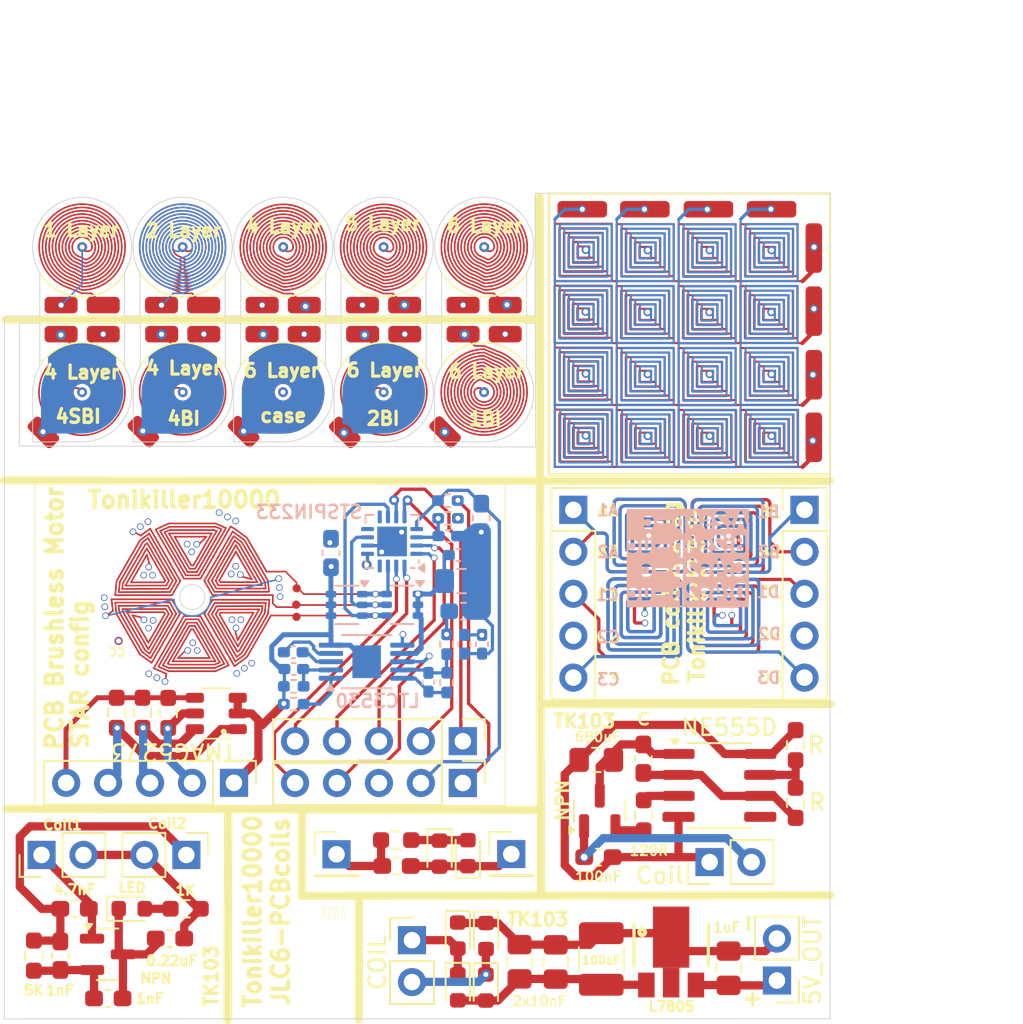
<source format=kicad_pcb>
(kicad_pcb (version 20240108) (generator "pcbnew") (generator_version "8.0")
  (layers (0 "F.Cu" signal) (1 "In1.Cu" power) (2 "In2.Cu" signal) (3 "In3.Cu" signal) (4 "In4.Cu" power) (5 "In5.Cu" signal) (6 "In6.Cu" power) (31 "B.Cu" signal) (34 "B.Paste" user) (35 "F.Paste" user) (36 "B.SilkS" user "B.Silkscreen") (37 "F.SilkS" user "F.Silkscreen") (38 "B.Mask" user) (39 "F.Mask" user) (44 "Edge.Cuts" user))
  (net 0 "")
  (net 1 "GND")
  (net 2 "V_Mot<5V")
  (net 3 "Net-(D1C-K)")
  (net 4 "Net-(D1B-K)")
  (net 5 "Net-(D1A-K)")
  (net 6 "FAULT")
  (net 7 "IN_W")
  (net 8 "EN_V")
  (net 9 "unconnected-(U2-SENSEU-Pad4)")
  (net 11 "EN_U")
  (net 12 "STBY")
  (net 13 "EN_W")
  (net 14 "IN_U")
  (net 16 "IN_V")
  (net 17 "Net-(U1-Vc)")
  (net 18 "EN")
  (net 19 "Net-(U1-SW1)")
  (net 20 "Net-(U1-RT)")
  (net 21 "~{SHDN}")
  (net 22 "Net-(U1-FB)")
  (net 23 "Net-(U1-BURST)")
  (net 24 "Net-(U1-SW2)")
  (net 25 "+5V")
  (net 26 "Net-(U3-THR)")
  (net 27 "3.3V")
  (net 28 "Net-(Q1-C)")
  (net 29 "Net-(C14-Pad1)")
  (net 30 "Net-(D3-A)")
  (net 31 "Net-(D10-A)")
  (net 32 "Net-(C16-Pad1)")
  (net 33 "Net-(Q3-B)")
  (net 34 "Net-(Q3-C)")
  (net 35 "+9V")
  (net 36 "Net-(D10-K)")
  (net 37 "Net-(D7-A)")
  (net 38 "Net-(U3-DIS)")
  (net 39 "Net-(U3-Q)")
  (net 40 "Net-(Q1-B)")
  (net 41 "Net-(D3-K)")
  (net 42 "Net-(D8-A)")
  (net 44 "Net-(J1-Pin_3)")
  (net 45 "Net-(J1-Pin_2)")
  (net 46 "Net-(J1-Pin_1)")
  (net 47 "GND1")
  (net 48 "GND2")
  (net 49 "GND3")
  (net 50 "GND4")
  (footprint "Diode_SMD:D_0603_1608Metric" (layer "F.Cu") (at 120.0775 127.1625 -90)
    (property "Reference" "D10" (hide yes))
    (property "Value" "D")
  )
  (footprint "Connector_Wire:SolderWirePad_1x01_SMD_1x2mm" (layer "F.Cu") (at 96.055 87.606875 90)
    (property "Reference" "REF**" (hide yes))
    (property "Value" "SolderWirePad_1x01_SMD_1x2mm")
  )
  (footprint "Connector_Wire:SolderWirePad_1x01_SMD_1x2mm" (layer "F.Cu") (at 116.867022 87.606313 90)
    (property "Reference" "REF**" (hide yes))
    (property "Value" "SolderWirePad_1x01_SMD_1x2mm")
  )
  (footprint "Connector_Wire:SolderWirePad_1x01_SMD_1x2mm" (layer "F.Cu") (at 98.605 87.606875 90)
    (property "Reference" "REF**" (hide yes))
    (property "Value" "SolderWirePad_1x01_SMD_1x2mm")
  )
  (footprint "Connector_Wire:SolderWirePad_1x01_SMD_1x2mm" (layer "F.Cu") (at 122.948511 87.606594 90)
    (property "Reference" "REF**" (hide yes))
    (property "Value" "SolderWirePad_1x01_SMD_1x2mm")
  )
  (footprint "Capacitor_SMD:C_0603_1608Metric_Pad1.08x0.95mm_HandSolder" (layer "F.Cu") (at 102.65 124.205 180)
    (property "Reference" "C19" (hide yes))
    (property "Value" "0.22uF")
  )
  (footprint "Capacitor_SMD:C_1210_3225Metric_Pad1.33x2.70mm_HandSolder" (layer "F.Cu") (at 128.7675 125.445 90)
    (property "Reference" "C21" (hide yes))
    (property "Value" "100uF")
  )
  (footprint "Connector_Wire:SolderWirePad_1x01_SMD_1x2mm" (layer "F.Cu") (at 141.637276 86.214006 180)
    (property "Reference" "REF**" (hide yes))
    (property "Value" "SolderWirePad_1x01_SMD_1x2mm")
  )
  (footprint "Connector_Wire:SolderWirePad_1x01_SMD_1x2mm" (layer "F.Cu") (at 98.605 85.847327 -90)
    (property "Reference" "REF**" (hide yes))
    (property "Value" "SolderWirePad_1x01_SMD_1x2mm")
  )
  (footprint "Package_TO_SOT_SMD:SOT-23" (layer "F.Cu") (at 128.675 116.47875 90)
    (property "Reference" "Q1" (hide yes))
    (property "Value" "NPN")
  )
  (footprint "Connector_Wire:SolderWirePad_1x01_SMD_1x2mm" (layer "F.Cu") (at 135.257276 80.044006 90)
    (property "Reference" "REF**" (hide yes))
    (property "Value" "SolderWirePad_1x01_SMD_1x2mm")
  )
  (footprint "Connector_PinHeader_2.54mm:PinHeader_1x05_P2.54mm_Vertical" (layer "F.Cu") (at 141.075 98.2475)
    (property "Reference" "REF**" (hide yes))
    (property "Value" "PinHeader_1x05_P2.54mm_Vertical")
  )
  (footprint "Connector_Wire:SolderWirePad_1x01_SMD_1x2mm" (layer "F.Cu") (at 108.23 85.847327 -90)
    (property "Reference" "REF**" (hide yes))
    (property "Value" "SolderWirePad_1x01_SMD_1x2mm")
  )
  (footprint "Resistor_SMD:R_0603_1608Metric_Pad0.98x0.95mm_HandSolder" (layer "F.Cu") (at 94.4025 125.2425 90)
    (property "Reference" "R14" (hide yes))
    (property "Value" "5K")
  )
  (footprint "Capacitor_SMD:C_0805_2012Metric_Pad1.18x1.45mm_HandSolder" (layer "F.Cu") (at 123.8175 125.615 90)
    (property "Reference" "C15" (hide yes))
    (property "Value" "10nF" (hide yes))
  )
  (footprint "Package_SO:SOIC-8_3.9x4.9mm_P1.27mm" (layer "F.Cu") (at 135.92 114.93375)
    (property "Reference" "U3" (hide yes))
    (property "Value" "NE555D")
  )
  (footprint "Resistor_SMD:R_0603_1608Metric_Pad0.98x0.95mm_HandSolder" (layer "F.Cu") (at 103.595 122.405)
    (property "Reference" "R13" (hide yes))
    (property "Value" "1K")
  )
  (footprint "Connector_Wire:SolderWirePad_1x01_SMD_1x2mm" (layer "F.Cu") (at 114.305 85.847327 -90)
    (property "Reference" "REF**" (hide yes))
    (property "Value" "SolderWirePad_1x01_SMD_1x2mm")
  )
  (footprint "Connector_PinHeader_2.54mm:PinHeader_1x02_P2.54mm_Vertical" (layer "F.Cu") (at 139.405 126.75 180)
    (property "Reference" "REF**" (hide yes))
    (property "Value" "5V_OUT")
  )
  (footprint "Connector_Wire:SolderWirePad_1x01_SMD_1x2mm" (layer "F.Cu") (at 104.686489 85.847608 -90)
    (property "Reference" "REF**" (hide yes))
    (property "Value" "SolderWirePad_1x01_SMD_1x2mm")
  )
  (footprint "Connector_Wire:SolderWirePad_1x01_SMD_1x2mm" (layer "F.Cu") (at 116.855 85.847327 -90)
    (property "Reference" "REF**" (hide yes))
    (property "Value" "SolderWirePad_1x01_SMD_1x2mm")
  )
  (footprint "Connector_Wire:SolderWirePad_1x01_SMD_1x2mm" (layer "F.Cu") (at 114.317022 87.606313 90)
    (property "Reference" "REF**" (hide yes))
    (property "Value" "SolderWirePad_1x01_SMD_1x2mm")
  )
  (footprint "Package_TO_SOT_SMD:SOT-23" (layer "F.Cu") (at 98.8625 125.165)
    (property "Reference" "Q3" (hide yes))
    (property "Value" "NPN")
  )
  (footprint "Diode_SMD:D_0603_1608Metric" (layer "F.Cu") (at 121.7775 127.175 -90)
    (property "Reference" "D9" (hide yes))
    (property "Value" "D")
  )
  (footprint "" (layer "F.Cu") (at 107.108698 93.506875)
    (property "Reference" "")
    (property "Value" "")
  )
  (footprint "Diode_SMD:D_0603_1608Metric" (layer "F.Cu") (at 118.975 119.0675 -90)
    (property "Reference" "D3" (hide yes))
    (property "Value" "LED")
  )
  (footprint "Connector_Wire:SolderWirePad_1x01_SMD_1x2mm" (layer "F.Cu") (at 141.637276 82.394006 180)
    (property "Reference" "REF**" (hide yes))
    (property "Value" "SolderWirePad_1x01_SMD_1x2mm")
  )
  (footprint "Capacitor_SMD:C_0805_2012Metric_Pad1.18x1.45mm_HandSolder" (layer "F.Cu") (at 136.4775 126.005 90)
    (property "Reference" "C22" (hide yes))
    (property "Value" "1uF")
  )
  (footprint "Capacitor_SMD:C_0805_2012Metric_Pad1.18x1.45mm_HandSolder" (layer "F.Cu") (at 128.465 113.38875)
    (property "Reference" "C12" (hide yes))
    (property "Value" "680uF")
  )
  (footprint "Connector_Wire:SolderWirePad_1x01_SMD_1x2mm" (layer "F.Cu") (at 127.617276 80.044006 90)
    (property "Reference" "REF**" (hide yes))
    (property "Value" "SolderWirePad_1x01_SMD_1x2mm")
  )
  (footprint "Connector_Wire:SolderWirePad_1x01_SMD_1x2mm" (layer "F.Cu") (at 139.077276 80.044006 90)
    (property "Reference" "REF**" (hide yes))
    (property "Value" "SolderWirePad_1x01_SMD_1x2mm")
  )
  (footprint "Resistor_SMD:R_0603_1608Metric_Pad0.98x0.95mm_HandSolder" (layer "F.Cu") (at 116.345 118.245 180)
    (property "Reference" "R10" (hide yes))
    (property "Value" "5R")
  )
  (footprint "" (layer "F.Cu") (at 101.033698 93.506875)
    (property "Reference" "")
    (property "Value" "")
  )
  (footprint "" (layer "F.Cu") (at 110.3225 102.9975 180)
    (property "Reference" "")
    (property "Value" "")
  )
  (footprint "Connector_PinHeader_2.54mm:PinHeader_1x05_P2.54mm_Vertical" (layer "F.Cu") (at 120.3825 114.7875 -90)
    (property "Reference" "REF**" (hide yes))
    (property "Value" "PinHeader_1x05_P2.54mm_Vertical")
  )
  (footprint "Connector_Wire:SolderWirePad_1x01_SMD_1x2mm" (layer "F.Cu") (at 108.223511 87.606594 90)
    (property "Reference" "REF**" (hide yes))
    (property "Value" "SolderWirePad_1x01_SMD_1x2mm")
  )
  (footprint "Connector_Wire:SolderWirePad_1x01_SMD_1x2mm" (layer "F.Cu") (at 96.055 85.847327 -90)
    (property "Reference" "REF**" (hide yes))
    (property "Value" "SolderWirePad_1x01_SMD_1x2mm")
  )
  (footprint "" (layer "F.Cu") (at 119.308698 93.531875 135)
    (property "Reference" "")
    (property "Value" "")
  )
  (footprint "78L05:PK(R-PSSO-F3)" (layer "F.Cu") (at 132.9975 123.3725)
    (property "Reference" "U4" (hide yes))
    (property "Value" "L7805")
  )
  (footprint "Capacitor_SMD:C_0603_1608Metric_Pad1.08x0.95mm_HandSolder" (layer "F.Cu") (at 98.9125 127.835)
    (property "Reference" "C17" (hide yes))
    (property "Value" "1nF")
  )
  (footprint "" (layer "F.Cu") (at 99.535641 106.18558 180)
    (property "Reference" "")
    (property "Value" "")
  )
  (footprint "Connector_Wire:SolderWirePad_1x01_SMD_1x2mm" (layer "F.Cu") (at 104.698511 87.606594 90)
    (property "Reference" "REF**" (hide yes))
    (property "Value" "SolderWirePad_1x01_SMD_1x2mm")
  )
  (footprint "Connector_Wire:SolderWirePad_1x01_SMD_1x2mm" (layer "F.Cu") (at 110.773511 87.606594 90)
    (property "Reference" "REF**" (hide yes))
    (property "Value" "SolderWirePad_1x01_SMD_1x2mm")
  )
  (footprint "Capacitor_SMD:C_0603_1608Metric_Pad1.08x0.95mm_HandSolder" (layer "F.Cu") (at 128.595 119.27875 180)
    (property "Reference" "C13" (hide yes))
    (property "Value" "100nF")
  )
  (footprint "Diode_SMD:D_0603_1608Metric" (layer "F.Cu") (at 120.0775 124.025 -90)
    (property "Reference" "D6" (hide yes))
    (property "Value" "D")
  )
  (footprint "Diode_SMD:D_0603_1608Metric" (layer "F.Cu") (at 100.3325 122.405)
    (property "Reference" "D8" (hide yes))
    (property "Value" "LED")
  )
  (footprint "Resistor_SMD:R_0603_1608Metric_Pad0.98x0.95mm_HandSolder" (layer "F.Cu") (at 131.335 116.74625 90)
    (property "Reference" "R9" (hide yes))
    (property "Value" "120R")
  )
  (footprint "Connector_PinHeader_2.54mm:PinHeader_1x02_P2.54mm_Vertical" (layer "F.Cu") (at 117.305 124.305)
    (property "Reference" "REF**" (hide yes))
    (property "Value" "COIL")
  )
  (footprint "Resistor_SMD:R_0603_1608Metric_Pad0.98x0.95mm_HandSolder" (layer "F.Cu") (at 99.4225 110.5375 90)
    (property "Reference" "R12" (hide yes))
    (property "Value" "10K" (hide yes))
  )
  (footprint "" (layer "F.Cu") (at 113.233698 93.556875)
    (property "Reference" "")
    (property "Value" "")
  )
  (footprint "" (layer "F.Cu") (at 110.2925 103.9875 180)
    (property "Reference" "")
    (property "Value" "")
  )
  (footprint "Resistor_SMD:R_0603_1608Metric_Pad0.98x0.95mm_HandSolder" (layer "F.Cu") (at 100.9825 110.5375 90)
    (property "Reference" "R15" (hide yes))
    (property "Value" "10K" (hide yes))
  )
  (footprint "Connector_PinHeader_2.54mm:PinHeader_1x05_P2.54mm_Vertical" (layer "F.Cu") (at 127.075 98.2475)
    (property "Reference" "REF**" (hide yes))
    (property "Value" "PinHeader_1x05_P2.54mm_Vertical")
  )
  (footprint "Capacitor_SMD:C_0805_2012Metric_Pad1.18x1.45mm_HandSolder" (layer "F.Cu") (at 126.0075 125.625 90)
    (property "Reference" "C20" (hide yes))
    (property "Value" "10nF" (hide yes))
  )
  (footprint "Connector_PinHeader_2.54mm:PinHeader_1x02_P2.54mm_Vertical" (layer "F.Cu") (at 94.87 119.145 90)
    (property "Reference" "REF**" (hide yes))
    (property "Value" "Coil1")
  )
  (footprint "Resistor_SMD:R_0603_1608Metric_Pad0.98x0.95mm_HandSolder" (layer "F.Cu") (at 140.535 115.98875 90)
    (property "Reference" "R7" (hide yes))
    (property "Value" "R")
  )
  (footprint "Connector_Wire:SolderWirePad_1x01_SMD_1x2mm" (layer "F.Cu") (at 141.637276 90.064006 180)
    (property "Reference" "REF**" (hide yes))
    (property "Value" "SolderWirePad_1x01_SMD_1x2mm")
  )
  (footprint "Connector_Wire:SolderWirePad_1x01_SMD_1x2mm" (layer "F.Cu") (at 141.637276 93.854006 180)
    (property "Reference" "REF**" (hide yes))
    (property "Value" "SolderWirePad_1x01_SMD_1x2mm")
  )
  (footprint "Connector_PinHeader_2.54mm:PinHeader_1x01_P2.54mm_Vertical" (layer "F.Cu") (at 112.735 119.105)
    (property "Reference" "REF**" (hide yes))
    (property "Value" "PinHeader_1x01_P2.54mm_Vertical")
  )
  (footprint "Diode_SMD:D_0603_1608Metric" (layer "F.Cu") (at 121.7875 124.055 -90)
    (property "Reference" "D7" (hide yes))
    (property "Value" "D")
  )
  (footprint "Connector_PinHeader_2.54mm:PinHeader_1x02_P2.54mm_Vertical" (layer "F.Cu") (at 103.64 119.145 -90)
    (property "Reference" "REF**" (hide yes))
    (property "Value" "Coil2")
  )
  (footprint "Resistor_SMD:R_0603_1608Metric_Pad0.98x0.95mm_HandSolder" (layer "F.Cu") (at 140.535 112.49875 90)
    (property "Reference" "R8" (hide yes))
    (property "Value" "R")
  )
  (footprint "Connector_Wire:SolderWirePad_1x01_SMD_1x2mm" (layer "F.Cu") (at 122.948511 85.847046 -90)
    (property "Reference" "REF**" (hide yes))
    (property "Value" "SolderWirePad_1x01_SMD_1x2mm")
  )
  (footprint "Connector_PinHeader_2.54mm:PinHeader_1x02_P2.54mm_Vertical" (layer "F.Cu") (at 135.325 119.57875 90)
    (property "Reference" "REF**" (hide yes))
    (property "Value" "Coil")
  )
  (footprint "Capacitor_SMD:C_0603_1608Metric_Pad1.08x0.95mm_HandSolder" (layer "F.Cu") (at 96.8725 122.405)
    (property "Reference" "C18" (hide yes))
    (property "Value" "4.7nF")
  )
  (footprint "SmartwatchV4:DBV0006A" (layer "F.Cu") (at 105.3775 110.5775 180)
    (property "Reference" "U5" (hide yes))
    (property "Value" "TMAG5273")
  )
  (footprint "Connector_Wire:SolderWirePad_1x01_SMD_1x2mm" (layer "F.Cu") (at 131.407276 80.044006 90)
    (property "Reference" "REF**" (hide yes))
    (property "Value" "SolderWirePad_1x01_SMD_1x2mm")
  )
  (footprint "Connector_Wire:SolderWirePad_1x01_SMD_1x2mm" (layer "F.Cu") (at 102.148511 87.606594 90)
    (property "Reference" "REF**" (hide yes))
    (property "Value" "SolderWirePad_1x01_SMD_1x2mm")
  )
  (footprint "Connector_Wire:SolderWirePad_1x01_SMD_1x2mm" (layer "F.Cu") (at 120.398511 87.606594 90)
    (property "Reference" "REF**" (hide yes))
    (property "Value" "SolderWirePad_1x01_SMD_1x2mm")
  )
  (footprint "Connector_Wire:SolderWirePad_1x01_SMD_1x2mm" (layer "F.Cu") (at 120.398511 85.847046 -90)
    (property "Reference" "REF**" (hide yes))
    (property "Value" "SolderWirePad_1x01_SMD_1x2mm")
  )
  (footprint "" (layer "F.Cu") (at 94.983698 93.556875)
    (property "Reference" "")
    (property "Value" "")
  )
  (footprint "Diode_SMD:D_0603_1608Metric" (layer "F.Cu") (at 120.685 119.0375 90)
    (property "Reference" "D4" (hide yes))
    (property "Value" "LED")
  )
  (footprint "Capacitor_SMD:C_0603_1608Metric_Pad1.08x0.95mm_HandSolder" (layer "F.Cu") (at 96.0125 125.245 -90)
    (property "Reference" "C16" (hide yes))
    (property "Value" "1nF")
  )
  (footprint "Connector_PinHeader_2.54mm:PinHeader_1x05_P2.54mm_Vertical" (layer "F.Cu") (at 120.3825 112.2575 -90)
    (property "Reference" "REF**" (hide yes))
    (property "Value" "PinHeader_1x05_P2.54mm_Vertical")
  )
  (footprint "Capacitor_SMD:C_0603_1608Metric_Pad1.08x0.95mm_HandSolder" (layer "F.Cu") (at 131.315 113.31625 90)
    (property "Reference" "C11" (hide yes))
    (property "Value" "c")
  )
  (footprint "Connector_Wire:SolderWirePad_1x01_SMD_1x2mm" (layer "F.Cu") (at 102.136489 85.847608 -90)
    (property "Reference" "REF**" (hide yes))
    (property "Value" "SolderWirePad_1x01_SMD_1x2mm")
  )
  (footprint "" (layer "F.Cu") (at 110.3125 104.7275 180)
    (property "Reference" "")
    (property "Value" "")
  )
  (footprint "Capacitor_SMD:C_0603_1608Metric_Pad1.08x0.95mm_HandSolder" (layer "F.Cu") (at 116.365 119.815)
    (property "Reference" "C14" (hide yes))
    (property "Value" "100nF" (hide yes))
  )
  (footprint "Connector_PinHeader_2.54mm:PinHeader_1x01_P2.54mm_Vertical" (layer "F.Cu") (at 123.315 119.095)
    (property "Reference" "REF**" (hide yes))
    (property "Value" "PinHeader_1x01_P2.54mm_Vertical")
  )
  (footprint "Connector_Wire:SolderWirePad_1x01_SMD_1x2mm" (layer "F.Cu") (at 110.78 85.847327 -90)
    (property "Reference" "REF**" (hide yes))
    (property "Value" "SolderWirePad_1x01_SMD_1x2mm")
  )
  (footprint "Connector_PinHeader_2.54mm:PinHeader_1x05_P2.54mm_Vertical" (layer "F.Cu") (at 106.5225 114.7775 -90)
    (property "Reference" "REF**" (hide yes))
    (property "Value" "PinHeader_1x05_P2.54mm_Vertical")
  )
  (footprint "Resistor_SMD:R_0603_1608Metric_Pad0.98x0.95mm_HandSolder" (layer "F.Cu") (at 102.5425 110.5475 90)
    (property "Reference" "R16" (hide yes))
    (property "Value" "10K" (hide yes))
  )
  (footprint "Capacitor_SMD:C_0402_1005Metric_Pad0.74x0.62mm_HandSolder" (layer "B.Cu") (at 121.55 106.385 -90)
    (property "Reference" "C8" (hide yes))
    (property "Value" "1uF")
  )
  (footprint "Package_SO:MSOP-10-1EP_3x3mm_P0.5mm_EP1.73x1.98mm" (layer "B.Cu") (at 114.5575 107.4425)
    (property "Reference" "U1" (hide yes))
    (property "Value" "LTC3530 ")
  )
  (footprint "Resistor_SMD:R_0402_1005Metric_Pad0.72x0.64mm_HandSolder" (layer "B.Cu") (at 119.4 108.71 90)
    (property "Reference" "R3" (hide yes))
    (property "Value" "120K")
  )
  (footprint "Resistor_SMD:R_0402_1005Metric_Pad0.72x0.64mm_HandSolder" (layer "B.Cu") (at 119.4875 98.76)
    (property "Reference" "R5" (hide yes))
    (property "Value" "20K")
  )
  (footprint "Package_TO_SOT_SMD:SOT-363_SC-70-6" (layer "B.Cu") (at 113.345 104.0025 180)
    (property "Reference" "D2" (hide yes))
    (property "Value" "MMBD4448HTW")
  )
  (footprint "Package_DFN_QFN:VQFN-16-1EP_3x3mm_P0.5mm_EP1.8x1.8mm" (layer "B.Cu") (at 116.1 100.16 90)
    (property "Reference" "U2" (hide yes))
    (property "Value" "STSPIN233")
  )
  (footprint "Resistor_SMD:R_0402_1005Metric_Pad0.72x0.64mm_HandSolder" (layer "B.Cu") (at 119.475 97.685)
    (property "Reference" "R6" (hide yes))
    (property "Value" "20K")
  )
  (footprint "Capacitor_SMD:C_0402_1005Metric_Pad0.74x0.62mm_HandSolder" (layer "B.Cu") (at 110.1125 106.8675)
    (property "Reference" "L4" (hide yes))
    (property "Value" "4.7uH")
  )
  (footprint "Capacitor_SMD:C_0402_1005Metric_Pad0.74x0.62mm_HandSolder" (layer "B.Cu") (at 119.475 99.835)
    (property "Reference" "C9" (hide yes))
    (property "Value" "1nF")
  )
  (footprint "Resistor_SMD:R_0402_1005Metric_Pad0.72x0.64mm_HandSolder" (layer "B.Cu") (at 110.1425 110.01)
    (property "Reference" "R1" (hide yes))
    (property "Value" "33.2K")
  )
  (footprint "Capacitor_SMD:C_0603_1608Metric_Pad1.08x0.95mm_HandSolder" (layer "B.Cu") (at 121.5 98.735 -90)
    (property "Reference" "C10" (hide yes))
    (property "Value" "10nF")
  )
  (footprint "Capacitor_SMD:C_0402_1005Metric_Pad0.74x0.62mm_HandSolder" (layer "B.Cu") (at 118.3 108.685 -90)
    (property "Reference" "C5" (hide yes))
    (property "Value" "c")
  )
  (footprint "Capacitor_SMD:C_0402_1005Metric_Pad0.74x0.62mm_HandSolder" (layer "B.Cu") (at 110.1425 107.885 180)
    (property "Reference" "C4" (hide yes))
    (property "Value" "c")
  )
  (footprint "Resistor_SMD:R_0402_1005Metric_Pad0.72x0.64mm_HandSolder" (layer "B.Cu") (at 119.4 106.385 90)
    (property "Reference" "R2" (hide yes))
    (property "Value" "390K")
  )
  (footprint "Resistor_SMD:R_0402_1005Metric_Pad0.72x0.64mm_HandSolder" (layer "B.Cu") (at 110.1425 108.935)
    (property "Reference" "R4" (hide yes))
    (property "Value" "R")
  )
  (footprint "Capacitor_SMD:C_0402_1005Metric_Pad0.74x0.62mm_HandSolder" (layer "B.Cu") (at 120.475 106.385 -90)
    (property "Reference" "C6" (hide yes))
    (property "Value" "c")
  )
  (footprint "Capacitor_SMD:C_0603_1608Metric_Pad1.08x0.95mm_HandSolder" (layer "B.Cu") (at 112.4 100.86 -90)
    (property "Reference" "C2" (hide yes))
    (property "Value" "10uF")
  )
  (footprint "Capacitor_SMD:C_0402_1005Metric_Pad0.74x0.62mm_HandSolder" (layer "B.Cu") (at 120.1 100.985)
    (property "Reference" "C3" (hide yes))
    (property "Value" "100nF")
  )
  (footprint "Package_TO_SOT_SMD:SOT-363_SC-70-6" (layer "B.Cu") (at 116.7125 103.9975 180)
    (property "Reference" "D1" (hide yes))
    (property "Value" "MMBD4448HTW")
  )
  (footprint "Capacitor_SMD:C_0603_1608Metric_Pad1.08x0.95mm_HandSolder" (layer "B.Cu") (at 120.425 104.385)
    (property "Reference" "C7" (hide yes))
    (property "Value" "10uF")
  )
  (footprint "Capacitor_SMD:C_0805_2012Metric_Pad1.18x1.45mm_HandSolder" (layer "B.Cu") (at 120.3 102.56)
    (property "Reference" "C1" (hide yes))
    (property "Value" "100uF")
  )
  (gr_line (start 104.048404 105.478388) (end 105.058404 107.218388) (stroke (width 0.1)) (layer "F.Cu") (net 4))
  (gr_line (start 108.057649 104.273816) (end 106.762649 106.516822) (stroke (width 0.1)) (layer "F.Cu") (net 4))
  (gr_line (start 97.027393 83.287567) (end 97.501867 83.521924) (stroke (width 0.1)) (layer "F.Cu") (net 9))
  (gr_arc (start 123.083658 82.33184) (mid 122.718114 83.275209) (end 121.812345 83.72591) (stroke (width 0.1)) (layer "F.Cu") (net 9))
  (gr_arc (start 109.02353 83.87101) (mid 108.215451 83.290989) (end 107.906264 82.345572) (stroke (width 0.1)) (layer "F.Cu") (net 9))
  (gr_arc (start 98.917891 91.127291) (mid 97.317893 92.72729) (end 95.717895 91.127291) (stroke (width 0.1)) (layer "F.Cu") (net 9))
  (gr_arc (start 112.106264 82.345572) (mid 111.344739 84.184046) (end 109.506264 84.945572) (stroke (width 0.1)) (layer "F.Cu") (net 9))
  (gr_arc (start 121.200928 83.857278) (mid 120.392863 83.277254) (end 120.083662 82.33184) (stroke (width 0.1)) (layer "F.Cu") (net 9))
  (gr_arc (start 104.814724 91.109486) (mid 103.414726 92.509485) (end 102.014728 91.109486) (stroke (width 0.1)) (layer "F.Cu") (net 9))
  (gr_arc (start 104.610847 82.334448) (mid 104.318338 83.119721) (end 103.583356 83.522205) (stroke (width 0.1)) (layer "F.Cu") (net 9))
  (gr_line (start 121.683663 84.13184) (end 121.200928 83.857278) (stroke (width 0.1)) (layer "F.Cu") (net 9))
  (gr_line (start 97.981651 89.029811) (end 97.317891 88.727291) (stroke (width 0.1)) (layer "F.Cu") (net 9))
  (gr_arc (start 99.717891 91.127291) (mid 97.317891 93.527291) (end 94.917891 91.127291) (stroke (width 0.1)) (layer "F.Cu") (net 9))
  (gr_line (start 101.447051 99.389087) (end 100.873404 99.803388) (stroke (width 0.1)) (layer "F.Cu") (net 4))
  (gr_line (start 103.938404 101.612069) (end 104.058404 101.612069) (stroke (width 0.1)) (layer "F.Cu") (net 4))
  (gr_arc (start 113.398975 91.119365) (mid 114.043341 89.563735) (end 115.598975 88.919365) (stroke (width 0.1)) (layer "F.Cu") (net 9))
  (gr_line (start 96.966973 83.478493) (end 97.457785 83.728237) (stroke (width 0.1)) (layer "F.Cu") (net 9))
  (gr_line (start 106.641314 100.382292) (end 107.936314 102.625298) (stroke (width 0.1)) (layer "F.Cu") (net 4))
  (gr_arc (start 101.010591 82.334448) (mid 103.410591 79.934448) (end 105.810591 82.334448) (stroke (width 0.1)) (layer "F.Cu") (net 9))
  (gr_line (start 108.902846 84.252372) (end 109.506264 84.545572) (stroke (width 0.1)) (layer "F.Cu") (net 9))
  (gr_arc (start 98.117891 91.127291) (mid 97.317891 91.927291) (end 96.517891 91.127291) (stroke (width 0.1)) (layer "F.Cu") (net 9))
  (gr_line (start 116.262735 89.021885) (end 115.598975 88.719365) (stroke (width 0.1)) (layer "F.Cu") (net 9))
  (gr_line (start 122.277393 89.212565) (end 121.673975 88.919365) (stroke (width 0.1)) (layer "F.Cu") (net 9))
  (gr_arc (start 96.329102 82.334167) (mid 97.329102 81.334167) (end 98.329102 82.334167) (stroke (width 0.1)) (layer "F.Cu") (net 9))
  (gr_line (start 115.900684 90.165965) (end 115.42621 89.931608) (stroke (width 0.1)) (layer "F.Cu") (net 9))
  (gr_arc (start 119.883662 82.33184) (mid 121.683662 80.53184) (end 123.483662 82.33184) (stroke (width 0.1)) (layer "F.Cu") (net 9))
  (gr_arc (start 121.080244 84.23864) (mid 120.07012 83.513618) (end 119.683662 82.33184) (stroke (width 0.1)) (layer "F.Cu") (net 9))
  (gr_arc (start 114.917482 84.44307) (mid 113.806378 83.645536) (end 113.381242 82.34559) (stroke (width 0.1)) (layer "F.Cu") (net 9))
  (gr_line (start 100.287346 102.63974) (end 101.252346 100.968311) (stroke (width 0.1)) (layer "F.Cu") (net 4))
  (gr_line (start 103.410592 84.134448) (end 102.927857 83.859886) (stroke (width 0.1)) (layer "F.Cu") (net 9))
  (gr_line (start 106.323404 99.251076) (end 106.553404 99.383388) (stroke (width 0.1)) (layer "F.Cu") (net 4))
  (gr_line (start 96.544658 84.813007) (end 97.329102 85.134167) (stroke (width 0.1)) (layer "F.Cu") (net 9))
  (gr_arc (start 117.198975 91.119365) (mid 115.598977 92.719364) (end 113.998979 91.119365) (stroke (width 0.1)) (layer "F.Cu") (net 9))
  (gr_arc (start 99.729102 82.334167) (mid 99.026154 84.031201) (end 97.329102 84.734167) (stroke (width 0.1)) (layer "F.Cu") (net 9))
  (gr_line (start 105.768404 99.422069) (end 105.408404 99.272069) (stroke (width 0.1)) (layer "F.Cu") (net 4))
  (gr_line (start 106.733893 106.846629) (end 106.860855 106.746725) (stroke (width 0.1)) (layer "F.Cu") (net 4))
  (gr_arc (start 116.323077 88.831205) (mid 117.53518 89.701244) (end 117.998975 91.119365) (stroke (width 0.1)) (layer "F.Cu") (net 9))
  (gr_line (start 102.928404 99.872069) (end 104.858404 99.872069) (stroke (width 0.1)) (layer "F.Cu") (net 4))
  (gr_arc (start 103.776853 89.96516) (mid 104.390372 90.410401) (end 104.614724 91.134486) (stroke (width 0.1)) (layer "F.Cu") (net 9))
  (gr_line (start 106.566935 100.113465) (end 106.839519 100.325594) (stroke (width 0.1)) (layer "F.Cu") (net 4))
  (gr_arc (start 98.929098 82.334167) (mid 98.483811 83.441776) (end 97.395711 83.932776) (stroke (width 0.1)) (layer "F.Cu") (net 9))
  (gr_arc (start 111.706264 82.345572) (mid 111.061896 83.901204) (end 109.506264 84.545572) (stroke (width 0.1)) (layer "F.Cu") (net 9))
  (gr_arc (start 109.325239 82.91761) (mid 109.022207 82.700104) (end 108.906264 82.345572) (stroke (width 0.1)) (layer "F.Cu") (net 9))
  (gr_line (start 104.388404 102.212069) (end 106.038404 99.352069) (stroke (width 0.1)) (layer "F.Cu") (net 4))
  (gr_arc (start 109.083872 83.68033) (mid 108.376803 83.172812) (end 108.106264 82.345572) (stroke (width 0.1)) (layer "F.Cu") (net 9))
  (gr_line (start 99.617731 102.599548) (end 101.007731 100.191997) (stroke (width 0.1)) (layer "F.Cu") (net 4))
  (gr_arc (start 110.90626 82.345572) (mid 110.540704 83.288923) (end 109.634947 83.739642) (stroke (width 0.1)) (layer "F.Cu") (net 9))
  (gr_arc (start 96.846368 83.859605) (mid 96.038273 83.279591) (end 95.729102 82.334167) (stroke (width 0.1)) (layer "F.Cu") (net 9))
  (gr_arc (start 101.810591 82.334448) (mid 103.410589 80.734449) (end 105.010587 82.334448) (stroke (width 0.1)) (layer "F.Cu") (net 9))
  (gr_arc (start 114.798975 91.119365) (mid 114.955464 90.644086) (end 115.363706 90.354742) (stroke (width 0.1)) (layer "F.Cu") (net 9))
  (gr_line (start 105.70256 104.47295) (end 105.64256 104.576873) (stroke (width 0.1)) (layer "F.Cu") (net 4))
  (gr_arc (start 118.198975 91.119365) (mid 115.598975 93.719365) (end 112.998975 91.119365) (stroke (width 0.1)) (layer "F.Cu") (net 9))
  (gr_arc (start 97.921309 89.220491) (mid 98.931376 89.945529) (end 99.317891 91.127291) (stroke (width 0.1)) (layer "F.Cu") (net 9))
  (gr_line (start 105.636224 102.521427) (end 106.638109 100.776741) (stroke (width 0.1)) (layer "F.Cu") (net 4))
  (gr_arc (start 103.716433 90.156086) (mid 104.22144 90.518616) (end 104.414724 91.109486) (stroke (width 0.1)) (layer "F.Cu") (net 9))
  (gr_line (start 106.44416 99.560812) (end 107.155929 100.073632) (stroke (width 0.1)) (layer "F.Cu") (net 4))
  (gr_line (start 103.108882 83.287848) (end 103.583356 83.522205) (stroke (width 0.1)) (layer "F.Cu") (net 9))
  (gr_arc (start 97.740283 89.792533) (mid 98.447321 90.300062) (end 98.717891 91.127291) (stroke (width 0.1)) (layer "F.Cu") (net 9))
  (gr_line (start 102.867515 84.050568) (end 103.410591 84.334448) (stroke (width 0.1)) (layer "F.Cu") (net 9))
  (gr_line (start 114.85714 84.63375) (end 115.581242 84.94559) (stroke (width 0.1)) (layer "F.Cu") (net 9))
  (gr_line (start 115.961104 89.975039) (end 115.470292 89.725295) (stroke (width 0.1)) (layer "F.Cu") (net 9))
  (gr_arc (start 97.68002 89.982965) (mid 98.293553 90.4282) (end 98.517891 91.152291) (stroke (width 0.1)) (layer "F.Cu") (net 9))
  (gr_arc (start 102.988199 83.669206) (mid 102.281126 83.161691) (end 102.010591 82.334448) (stroke (width 0.1)) (layer "F.Cu") (net 9))
  (gr_arc (start 102.014728 91.109486) (mid 102.38027 90.166108) (end 103.286041 89.715416) (stroke (width 0.1)) (layer "F.Cu") (net 9))
  (gr_arc (start 123.673975 91.119365) (mid 121.673975 93.119365) (end 119.673975 91.119365) (stroke (width 0.1)) (layer "F.Cu") (net 9))
  (gr_arc (start 119.483662 82.33184) (mid 121.683662 80.13184) (end 123.883662 82.33184) (stroke (width 0.1)) (layer "F.Cu") (net 9))
  (gr_arc (start 124.083662 82.33184) (mid 123.380727 84.028913) (end 121.683662 84.73184) (stroke (width 0.1)) (layer "F.Cu") (net 9))
  (gr_line (start 105.398404 107.418388) (end 102.808404 107.418388) (stroke (width 0.1)) (layer "F.Cu") (net 4))
  (gr_arc (start 103.229566 82.906486) (mid 102.92653 82.688983) (end 102.810591 82.334448) (stroke (width 0.1)) (layer "F.Cu") (net 9))
  (gr_arc (start 104.078484 89.012006) (mid 105.189547 89.809554) (end 105.614724 91.109486) (stroke (width 0.1)) (layer "F.Cu") (net 9))
  (gr_line (start 102.686489 84.622608) (end 103.410591 84.934448) (stroke (width 0.1)) (layer "F.Cu") (net 9))
  (gr_arc (start 114.85714 84.63375) (mid 113.645027 83.763713) (end 113.181242 82.34559) (stroke (width 0.1)) (layer "F.Cu") (net 9))
  (gr_line (start 98.102335 88.648451) (end 97.317891 88.327291) (stroke (width 0.1)) (layer "F.Cu") (net 9))
  (gr_line (start 105.478404 99.532069) (end 105.328404 99.472069) (stroke (width 0.1)) (layer "F.Cu") (net 4))
  (gr_line (start 104.058404 101.612069) (end 105.178404 99.672069) (stroke (width 0.1)) (layer "F.Cu") (net 4))
  (gr_line (start 102.417436 102.830317) (end 102.587436 102.535869) (stroke (width 0.1)) (layer "F.Cu") (net 4))
  (gr_line (start 105.347945 103.887162) (end 104.957945 104.562662) (stroke (width 0.1)) (layer "F.Cu") (net 4))
  (gr_arc (start 121.019902 84.42932) (mid 119.908808 83.631786) (end 119.483662 82.33184) (stroke (width 0.1)) (layer "F.Cu") (net 9))
  (gr_line (start 105.22974 103.691899) (end 108.670496 103.692335) (stroke (width 0.1)) (layer "F.Cu") (net 4))
  (gr_line (start 97.6196 90.173891) (end 97.145126 89.939534) (stroke (width 0.1)) (layer "F.Cu") (net 9))
  (gr_arc (start 114.796798 84.82443) (mid 113.483675 83.88189) (end 112.981242 82.34559) (stroke (width 0.1)) (layer "F.Cu") (net 9))
  (gr_arc (start 116.381242 82.34559) (mid 116.224742 82.820855) (end 115.816511 83.110213) (stroke (width 0.1)) (layer "F.Cu") (net 9))
  (gr_line (start 115.581243 84.14559) (end 115.098508 83.871028) (stroke (width 0.1)) (layer "F.Cu") (net 9))
  (gr_arc (start 103.595749 90.537448) (mid 103.898736 90.754971) (end 104.014724 91.109486) (stroke (width 0.1)) (layer "F.Cu") (net 9))
  (gr_arc (start 122.217051 89.403245) (mid 123.126127 90.055775) (end 123.473975 91.119365) (stroke (width 0.1)) (layer "F.Cu") (net 9))
  (gr_arc (start 101.210591 82.334448) (mid 103.410591 80.134448) (end 105.610591 82.334448) (stroke (width 0.1)) (layer "F.Cu") (net 9))
  (gr_arc (start 120.883662 82.33184) (mid 121.683662 81.53184) (end 122.483662 82.33184) (stroke (width 0.1)) (layer "F.Cu") (net 9))
  (gr_line (start 121.442295 83.09456) (end 121.887616 83.310821) (stroke (width 0.1)) (layer "F.Cu") (net 9))
  (gr_arc (start 103.837116 89.774728) (mid 104.544188 90.282243) (end 104.814724 91.109486) (stroke (width 0.1)) (layer "F.Cu") (net 9))
  (gr_line (start 103.828404 101.812069) (end 104.168404 101.812069) (stroke (width 0.1)) (layer "F.Cu") (net 4))
  (gr_line (start 121.502637 82.903878) (end 121.918931 83.096463) (stroke (width 0.1)) (layer "F.Cu") (net 9))
  (gr_line (start 105.70256 104.47295) (end 107.714444 104.468264) (stroke (width 0.1)) (layer "F.Cu") (net 4))
  (gr_arc (start 121.321533 83.476166) (mid 120.707982 83.030938) (end 120.483662 82.30684) (stroke (width 0.1)) (layer "F.Cu") (net 9))
  (gr_arc (start 122.156709 89.593927) (mid 122.964774 90.173953) (end 123.273975 91.119365) (stroke (width 0.1)) (layer "F.Cu") (net 9))
  (gr_arc (start 108.506264 82.345572) (mid 109.506264 81.345572) (end 110.506264 82.345572) (stroke (width 0.1)) (layer "F.Cu") (net 9))
  (gr_arc (start 96.317891 91.127291) (mid 96.542012 90.496394) (end 97.113937 90.14831) (stroke (width 0.1)) (layer "F.Cu") (net 9))
  (gr_arc (start 99.517891 91.127291) (mid 97.317891 93.327291) (end 95.117891 91.127291) (stroke (width 0.1)) (layer "F.Cu") (net 9))
  (gr_arc (start 124.283662 82.33184) (mid 123.522148 84.170334) (end 121.683662 84.93184) (stroke (width 0.1)) (layer "F.Cu") (net 9))
  (gr_line (start 121.019902 84.42932) (end 121.683662 84.73184) (stroke (width 0.1)) (layer "F.Cu") (net 9))
  (gr_line (start 103.708404 105.078388) (end 102.218404 107.668388) (stroke (width 0.1)) (layer "F.Cu") (net 4))
  (gr_arc (start 104.018142 89.202686) (mid 105.028196 89.927731) (end 105.414724 91.109486) (stroke (width 0.1)) (layer "F.Cu") (net 9))
  (gr_arc (start 108.963188 84.061692) (mid 108.054099 83.409167) (end 107.706264 82.345572) (stroke (width 0.1)) (layer "F.Cu") (net 9))
  (gr_arc (start 105.810591 82.334448) (mid 105.107655 84.031526) (end 103.410591 84.734448) (stroke (width 0.1)) (layer "F.Cu") (net 9))
  (gr_arc (start 108.106264 82.345572) (mid 109.506262 80.945573) (end 110.90626 82.345572) (stroke (width 0.1)) (layer "F.Cu") (net 9))
  (gr_line (start 104.078484 89.012006) (end 103.414724 88.709486) (stroke (width 0.1)) (layer "F.Cu") (net 9))
  (gr_arc (start 95.929102 82.334167) (mid 97.3291 80.934168) (end 98.729098 82.334167) (stroke (width 0.1)) (layer "F.Cu") (net 9))
  (gr_arc (start 117.181238 82.34559) (mid 116.735909 83.453136) (end 115.647851 83.944199) (stroke (width 0.1)) (layer "F.Cu") (net 9))
  (gr_arc (start 97.559258 90.364571) (mid 97.963279 90.65458) (end 98.117891 91.127291) (stroke (width 0.1)) (layer "F.Cu") (net 9))
  (gr_arc (start 121.855 90.547327) (mid 122.15801 90.76485) (end 122.273975 91.119365) (stroke (width 0.1)) (layer "F.Cu") (net 9))
  (gr_line (start 97.860967 89.411171) (end 97.317891 89.127291) (stroke (width 0.1)) (layer "F.Cu") (net 9))
  (gr_arc (start 122.277393 89.212565) (mid 123.287478 89.937598) (end 123.673975 91.119365) (stroke (width 0.1)) (layer "F.Cu") (net 9))
  (gr_line (start 99.795936 102.690887) (end 101.140936 100.361279) (stroke (width 0.1)) (layer "F.Cu") (net 4))
  (gr_line (start 109.506265 84.145572) (end 109.02353 83.87101) (stroke (width 0.1)) (layer "F.Cu") (net 9))
  (gr_line (start 102.5711 104.545111) (end 102.4011 104.250662) (stroke (width 0.1)) (layer "F.Cu") (net 4))
  (gr_line (start 105.18615 104.567399) (end 106.684156 107.152777) (stroke (width 0.1)) (layer "F.Cu") (net 4))
  (gr_line (start 121.321533 83.476166) (end 121.812345 83.72591) (stroke (width 0.1)) (layer "F.Cu") (net 9))
  (gr_line (start 104.488404 104.678388) (end 106.208404 107.658388) (stroke (width 0.1)) (layer "F.Cu") (net 4))
  (gr_arc (start 96.117635 91.127291) (mid 96.410145 90.342029) (end 97.145126 89.939534) (stroke (width 0.1)) (layer "F.Cu") (net 9))
  (gr_line (start 121.080244 84.23864) (end 121.683662 84.53184) (stroke (width 0.1)) (layer "F.Cu") (net 9))
  (gr_arc (start 117.998975 91.119365) (mid 115.598975 93.519365) (end 113.198975 91.119365) (stroke (width 0.1)) (layer "F.Cu") (net 9))
  (gr_line (start 105.696224 102.62535) (end 107.936314 102.625298) (stroke (width 0.1)) (layer "F.Cu") (net 4))
  (gr_line (start 104.378404 104.878388) (end 105.938404 107.568388) (stroke (width 0.1)) (layer "F.Cu") (net 4))
  (gr_line (start 108.457553 103.881162) (end 108.38406 104.508457) (stroke (width 0.1)) (layer "F.Cu") (net 4))
  (gr_arc (start 114.977824 84.25239) (mid 113.967729 83.527359) (end 113.581242 82.34559) (stroke (width 0.1)) (layer "F.Cu") (net 9))
  (gr_line (start 105.636224 102.521427) (end 105.696224 102.62535) (stroke (width 0.1)) (layer "F.Cu") (net 4))
  (gr_arc (start 114.181242 82.34559) (mid 115.58124 80.945591) (end 116.981238 82.34559) (stroke (width 0.1)) (layer "F.Cu") (net 9))
  (gr_arc (start 122.036104 89.975039) (mid 122.649616 90.420277) (end 122.873975 91.144365) (stroke (width 0.1)) (layer "F.Cu") (net 9))
  (gr_line (start 115.840342 90.356645) (end 115.395021 90.140384) (stroke (width 0.1)) (layer "F.Cu") (net 9))
  (gr_arc (start 108.842504 84.443052) (mid 107.731396 83.645521) (end 107.306264 82.345572) (stroke (width 0.1)) (layer "F.Cu") (net 9))
  (gr_arc (start 121.502637 82.903878) (mid 121.199627 82.686357) (end 121.083662 82.33184) (stroke (width 0.1)) (layer "F.Cu") (net 9))
  (gr_arc (start 117.981242 82.34559) (mid 117.278288 84.042623) (end 115.581242 84.74559) (stroke (width 0.1)) (layer "F.Cu") (net 9))
  (gr_line (start 97.329103 84.134167) (end 96.846368 83.859605) (stroke (width 0.1)) (layer "F.Cu") (net 9))
  (gr_line (start 101.948404 107.738388) (end 102.568404 108.018388) (stroke (width 0.1)) (layer "F.Cu") (net 4))
  (gr_arc (start 96.605 84.622327) (mid 95.392867 83.752301) (end 94.929102 82.334167) (stroke (width 0.1)) (layer "F.Cu") (net 9))
  (gr_line (start 104.199168 88.630646) (end 103.414724 88.309486) (stroke (width 0.1)) (layer "F.Cu") (net 9))
  (gr_arc (start 113.598975 91.119365) (mid 114.184762 89.705156) (end 115.598975 89.119365) (stroke (width 0.1)) (layer "F.Cu") (net 9))
  (gr_line (start 114.977824 84.25239) (end 115.581242 84.54559) (stroke (width 0.1)) (layer "F.Cu") (net 9))
  (gr_arc (start 102.807173 84.241248) (mid 101.797071 83.516224) (end 101.410591 82.334448) (stroke (width 0.1)) (layer "F.Cu") (net 9))
  (gr_arc (start 107.306264 82.345572) (mid 109.506264 80.145572) (end 111.706264 82.345572) (stroke (width 0.1)) (layer "F.Cu") (net 9))
  (gr_line (start 97.498916 90.555253) (end 97.082622 90.362668) (stroke (width 0.1)) (layer "F.Cu") (net 9))
  (gr_line (start 108.643442 103.21008) (end 108.575929 102.533144) (stroke (width 0.1)) (layer "F.Cu") (net 4))
  (gr_arc (start 101.610591 82.334448) (mid 103.410591 80.534448) (end 105.210591 82.334448) (stroke (width 0.1)) (layer "F.Cu") (net 9))
  (gr_line (start 115.038166 84.06171) (end 115.581242 84.34559) (stroke (width 0.1)) (layer "F.Cu") (net 9))
  (gr_line (start 108.205855 104.417117) (end 106.860855 106.746725) (stroke (width 0.1)) (layer "F.Cu") (net 4))
  (gr_arc (start 115.900684 90.165965) (mid 116.405723 90.528483) (end 116.598975 91.119365) (stroke (width 0.1)) (layer "F.Cu") (net 9))
  (gr_arc (start 97.860967 89.411171) (mid 98.770025 90.063706) (end 99.117891 91.127291) (stroke (width 0.1)) (layer "F.Cu") (net 9))
  (gr_arc (start 116.262735 89.021885) (mid 117.373829 89.819421) (end 117.798975 91.119365) (stroke (width 0.1)) (layer "F.Cu") (net 9))
  (gr_arc (start 102.214468 91.109486) (mid 102.506983 90.324236) (end 103.241959 89.921729) (stroke (width 0.1)) (layer "F.Cu") (net 9))
  (gr_arc (start 101.014724 91.109486) (mid 101.717658 89.412403) (end 103.414724 88.709486) (stroke (width 0.1)) (layer "F.Cu") (net 9))
  (gr_arc (start 120.273979 91.119365) (mid 120.639533 90.176015) (end 121.545292 89.725295) (stroke (width 0.1)) (layer "F.Cu") (net 9))
  (gr_arc (start 97.917891 91.127291) (mid 97.317891 91.727291) (end 96.717891 91.127291) (stroke (width 0.1)) (layer "F.Cu") (net 9))
  (gr_line (start 101.392013 99.686401) (end 100.839526 100.083337) (stroke (width 0.1)) (layer "F.Cu") (net 4))
  (gr_arc (start 116.981238 82.34559) (mid 116.615674 83.288923) (end 115.709925 83.73966) (stroke (width 0.1)) (layer "F.Cu") (net 9))
  (gr_line (start 103.255715 104.530899) (end 102.755715 103.664874) (stroke (width 0.1)) (layer "F.Cu") (net 4))
  (gr_line (start 105.584355 104.277687) (end 105.414355 104.572136) (stroke (width 0.1)) (layer "F.Cu") (net 4))
  (gr_arc (start 96.786026 84.050287) (mid 95.876921 83.39777) (end 95.529102 82.334167) (stroke (width 0.1)) (layer "F.Cu") (net 9))
  (gr_arc (start 115.098508 83.871028) (mid 114.290433 83.291004) (end 113.981242 82.34559) (stroke (width 0.1)) (layer "F.Cu") (net 9))
  (gr_arc (start 117.581242 82.34559) (mid 116.995445 83.759781) (end 115.581242 84.34559) (stroke (width 0.1)) (layer "F.Cu") (net 9))
  (gr_line (start 97.31789 89.327291) (end 97.800625 89.601853) (stroke (width 0.1)) (layer "F.Cu") (net 9))
  (gr_arc (start 114.398719 91.119365) (mid 114.691238 90.334113) (end 115.42621 89.931608) (stroke (width 0.1)) (layer "F.Cu") (net 9))
  (gr_line (start 103.776853 89.96516) (end 103.286041 89.715416) (stroke (width 0.1)) (layer "F.Cu") (net 9))
  (gr_arc (start 106.010591 82.334448) (mid 105.249076 84.172947) (end 103.410591 84.934448) (stroke (width 0.1)) (layer "F.Cu") (net 9))
  (gr_line (start 109.264897 83.108292) (end 109.710218 83.324553) (stroke (width 0.1)) (layer "F.Cu") (net 9))
  (gr_line (start 101.317635 99.955228) (end 101.007731 100.191997) (stroke (width 0.1)) (layer "F.Cu") (net 4))
  (gr_arc (start 120.899218 84.81068) (mid 119.586105 83.86814) (end 119.083662 82.33184) (stroke (width 0.1)) (layer "F.Cu") (net 9))
  (gr_line (start 108.963188 84.061692) (end 109.506264 84.345572) (stroke (width 0.1)) (layer "F.Cu") (net 9))
  (gr_arc (start 101.814728 91.109486) (mid 102.260036 90.001893) (end 103.348115 89.510877) (stroke (width 0.1)) (layer "F.Cu") (net 9))
  (gr_line (start 105.341609 103.211138) (end 108.643442 103.21008) (stroke (width 0.1)) (layer "F.Cu") (net 4))
  (gr_line (start 108.582265 104.565156) (end 107.162265 107.024668) (stroke (width 0.1)) (layer "F.Cu") (net 4))
  (gr_line (start 99.531299 104.060021) (end 99.581395 104.446791) (stroke (width 0.1)) (layer "F.Cu") (net 4))
  (gr_line (start 96.605 84.622327) (end 97.329102 84.934167) (stroke (width 0.1)) (layer "F.Cu") (net 9))
  (gr_arc (start 97.148077 82.906205) (mid 96.845029 82.688706) (end 96.729102 82.334167) (stroke (width 0.1)) (layer "F.Cu") (net 9))
  (gr_line (start 102.535641 103.02558) (end 99.74852 103.033016) (stroke (width 0.1)) (layer "F.Cu") (net 4))
  (gr_arc (start 108.72182 84.824412) (mid 107.408694 83.881875) (end 106.906264 82.345572) (stroke (width 0.1)) (layer "F.Cu") (net 9))
  (gr_line (start 108.207557 102.815106) (end 108.184519 102.655202) (stroke (width 0.1)) (layer "F.Cu") (net 4))
  (gr_line (start 105.64256 104.576873) (end 106.762649 106.516822) (stroke (width 0.1)) (layer "F.Cu") (net 4))
  (gr_line (start 116.142051 89.403245) (end 115.598975 89.119365) (stroke (width 0.1)) (layer "F.Cu") (net 9))
  (gr_line (start 103.656091 90.346766) (end 103.21077 90.130505) (stroke (width 0.1)) (layer "F.Cu") (net 9))
  (gr_arc (start 100.810591 82.334448) (mid 103.410591 79.734448) (end 106.010591 82.334448) (stroke (width 0.1)) (layer "F.Cu") (net 9))
  (gr_arc (start 118.181242 82.34559) (mid 117.419709 84.184045) (end 115.581242 84.94559) (stroke (width 0.1)) (layer "F.Cu") (net 9))
  (gr_arc (start 121.26127 83.666598) (mid 120.554214 83.159077) (end 120.283662 82.33184) (stroke (width 0.1)) (layer "F.Cu") (net 9))
  (gr_line (start 102.588404 99.672069) (end 105.178404 99.672069) (stroke (width 0.1)) (layer "F.Cu") (net 4))
  (gr_arc (start 95.317891 91.127291) (mid 95.90367 89.713071) (end 97.317891 89.127291) (stroke (width 0.1)) (layer "F.Cu") (net 9))
  (gr_line (start 103.608404 102.212069) (end 104.388404 102.212069) (stroke (width 0.1)) (layer "F.Cu") (net 4))
  (gr_line (start 102.299231 102.635054) (end 100.287346 102.63974) (stroke (width 0.1)) (layer "F.Cu") (net 4))
  (gr_line (start 105.668404 107.488388) (end 105.348404 107.618388) (stroke (width 0.1)) (layer "F.Cu") (net 4))
  (gr_arc (start 95.517891 91.127291) (mid 96.045091 89.854493) (end 97.31789 89.327291) (stroke (width 0.1)) (layer "F.Cu") (net 9))
  (gr_line (start 99.771562 104.256169) (end 99.7946 104.416073) (stroke (width 0.1)) (layer "F.Cu") (net 4))
  (gr_arc (start 105.814724 91.109486) (mid 103.414724 93.509486) (end 101.014724 91.109486) (stroke (width 0.1)) (layer "F.Cu") (net 9))
  (gr_arc (start 119.283662 82.33184) (mid 121.683662 79.93184) (end 124.083662 82.33184) (stroke (width 0.1)) (layer "F.Cu") (net 9))
  (gr_arc (start 105.014724 91.109486) (mid 103.414726 92.709485) (end 101.814728 91.109486) (stroke (width 0.1)) (layer "F.Cu") (net 9))
  (gr_arc (start 122.337735 89.021885) (mid 123.448829 89.819421) (end 123.873975 91.119365) (stroke (width 0.1)) (layer "F.Cu") (net 9))
  (gr_arc (start 120.95956 84.62) (mid 119.747456 83.749963) (end 119.283662 82.33184) (stroke (width 0.1)) (layer "F.Cu") (net 9))
  (gr_line (start 102.772051 103.416106) (end 99.331295 103.415669) (stroke (width 0.1)) (layer "F.Cu") (net 4))
  (gr_arc (start 102.746831 84.431928) (mid 101.63572 83.634401) (end 101.210591 82.334448) (stroke (width 0.1)) (layer "F.Cu") (net 9))
  (gr_arc (start 113.198975 91.119365) (mid 113.901919 89.422314) (end 115.598975 88.719365) (stroke (width 0.1)) (layer "F.Cu") (net 9))
  (gr_arc (start 120.283662 82.33184) (mid 121.68366 80.931841) (end 123.083658 82.33184) (stroke (width 0.1)) (layer "F.Cu") (net 9))
  (gr_arc (start 121.915342 90.356645) (mid 122.31938 90.646648) (end 122.473975 91.119365) (stroke (width 0.1)) (layer "F.Cu") (net 9))
  (gr_arc (start 116.598975 91.119365) (mid 115.598975 92.119365) (end 114.598975 91.119365) (stroke (width 0.1)) (layer "F.Cu") (net 9))
  (gr_arc (start 102.410591 82.334448) (mid 103.410591 81.334448) (end 104.410591 82.334448) (stroke (width 0.1)) (layer "F.Cu") (net 9))
  (gr_arc (start 123.483662 82.33184) (mid 122.956463 83.604648) (end 121.683663 84.13184) (stroke (width 0.1)) (layer "F.Cu") (net 9))
  (gr_line (start 104.951609 102.535638) (end 105.341609 103.211138) (stroke (width 0.1)) (layer "F.Cu") (net 4))
  (gr_arc (start 116.398975 91.119365) (mid 115.598975 91.919365) (end 114.798975 91.119365) (stroke (width 0.1)) (layer "F.Cu") (net 9))
  (gr_arc (start 122.483662 82.33184) (mid 122.327183 82.807134) (end 121.918931 83.096463) (stroke (width 0.1)) (layer "F.Cu") (net 9))
  (gr_arc (start 122.873975 91.144365) (mid 121.661458 92.319575) (end 120.473719 91.119365) (stroke (width 0.1)) (layer "F.Cu") (net 9))
  (gr_line (start 100.82319 106.997642) (end 99.40319 104.53813) (stroke (width 0.1)) (layer "F.Cu") (net 4))
  (gr_line (start 104.488404 104.678388) (end 103.488404 104.678388) (stroke (width 0.1)) (layer "F.Cu") (net 4))
  (gr_line (start 106.208404 107.658388) (end 105.408404 108.018388) (stroke (width 0.1)) (layer "F.Cu") (net 4))
  (gr_line (start 122.337735 89.021885) (end 121.673975 88.719365) (stroke (width 0.1)) (layer "F.Cu") (net 9))
  (gr_arc (start 99.317891 91.127291) (mid 97.317891 93.127291) (end 95.317891 91.127291) (stroke (width 0.1)) (layer "F.Cu") (net 9))
  (gr_arc (start 96.665342 84.431647) (mid 95.554218 83.634124) (end 95.129102 82.334167) (stroke (width 0.1)) (layer "F.Cu") (net 9))
  (gr_line (start 103.598404 104.878388) (end 101.948404 107.738388) (stroke (width 0.1)) (layer "F.Cu") (net 4))
  (gr_arc (start 101.214724 91.109486) (mid 101.859085 89.55386) (end 103.414724 88.909486) (stroke (width 0.1)) (layer "F.Cu") (net 9))
  (gr_line (start 105.179814 102.530901) (end 106.566935 100.113465) (stroke (width 0.1)) (layer "F.Cu") (net 4))
  (gr_line (start 108.253271 104.074989) (end 108.205855 104.417117) (stroke (width 0.1)) (layer "F.Cu") (net 4))
  (gr_arc (start 112.981242 82.34559) (mid 115.581242 79.74559) (end 118.181242 82.34559) (stroke (width 0.1)) (layer "F.Cu") (net 9))
  (gr_line (start 104.168404 101.812069) (end 105.478404 99.532069) (stroke (width 0.1)) (layer "F.Cu") (net 4))
  (gr_line (start 104.018142 89.202686) (end 103.414724 88.909486) (stroke (width 0.1)) (layer "F.Cu") (net 9))
  (gr_arc (start 98.529358 82.334167) (mid 98.236872 83.119462) (end 97.501867 83.521924) (stroke (width 0.1)) (layer "F.Cu") (net 9))
  (gr_line (start 103.169224 83.097168) (end 103.614545 83.313429) (stroke (width 0.1)) (layer "F.Cu") (net 9))
  (gr_line (start 103.488404 104.678388) (end 101.663404 107.839381) (stroke (width 0.1)) (layer "F.Cu") (net 4))
  (gr_line (start 107.313404 107.153388) (end 108.763404 104.643388) (stroke (width 0.1)) (layer "F.Cu") (net 4))
  (gr_arc (start 103.169224 83.097168) (mid 102.765225 82.807141) (end 102.610591 82.334448) (stroke (width 0.1)) (layer "F.Cu") (net 9))
  (gr_arc (start 106.014724 91.109486) (mid 103.414724 93.709486) (end 100.814724 91.109486) (stroke (width 0.1)) (layer "F.Cu") (net 9))
  (gr_arc (start 96.729102 82.334167) (mid 97.329102 81.734167) (end 97.929102 82.334167) (stroke (width 0.1)) (layer "F.Cu") (net 9))
  (gr_line (start 122.398077 88.831205) (end 121.673975 88.519365) (stroke (width 0.1)) (layer "F.Cu") (net 9))
  (gr_line (start 115.598974 89.319365) (end 116.081709 89.593927) (stroke (width 0.1)) (layer "F.Cu") (net 9))
  (gr_arc (start 115.219113 83.489916) (mid 114.605591 83.04468) (end 114.381242 82.32059) (stroke (width 0.1)) (layer "F.Cu") (net 9))
  (gr_line (start 107.155929 100.073632) (end 108.575929 102.533144) (stroke (width 0.1)) (layer "F.Cu") (net 4))
  (gr_line (start 103.255715 104.530899) (end 101.534959 107.510463) (stroke (width 0.1)) (layer "F.Cu") (net 4))
  (gr_line (start 115.339875 83.10831) (end 115.785196 83.324571) (stroke (width 0.1)) (layer "F.Cu") (net 9))
  (gr_arc (start 120.073979 91.119365) (mid 120.519298 90.011802) (end 121.607366 89.520756) (stroke (width 0.1)) (layer "F.Cu") (net 9))
  (gr_arc (start 117.398975 91.119365) (mid 115.598975 92.919365) (end 113.798975 91.119365) (stroke (width 0.1)) (layer "F.Cu") (net 9))
  (gr_arc (start 96.544658 84.813007) (mid 95.231516 83.870478) (end 94.729102 82.334167) (stroke (width 0.1)) (layer "F.Cu") (net 9))
  (gr_arc (start 106.906264 82.345572) (mid 109.506264 79.745572) (end 112.106264 82.345572) (stroke (width 0.1)) (layer "F.Cu") (net 9))
  (gr_arc (start 110.306264 82.345572) (mid 110.149773 82.820851) (end 109.741533 83.110195) (stroke (width 0.1)) (layer "F.Cu") (net 9))
  (gr_line (start 103.837116 89.774728) (end 103.348115 89.510877) (stroke (width 0.1)) (layer "F.Cu") (net 9))
  (gr_arc (start 101.414724 91.109486) (mid 102.000501 89.695246) (end 103.414724 89.109486) (stroke (width 0.1)) (layer "F.Cu") (net 9))
  (gr_line (start 116.021367 89.784607) (end 115.532366 89.520756) (stroke (width 0.1)) (layer "F.Cu") (net 9))
  (gr_line (start 105.938404 107.568388) (end 105.358404 107.818388) (stroke (width 0.1)) (layer "F.Cu") (net 4))
  (gr_line (start 102.433404 108.173388) (end 102.353404 108.653388) (stroke (width 0.1)) (layer "F.Cu") (net 4))
  (gr_arc (start 95.717895 91.127291) (mid 96.163206 90.019717) (end 97.251282 89.528682) (stroke (width 0.1)) (layer "F.Cu") (net 9))
  (gr_arc (start 122.398077 88.831205) (mid 123.61018 89.701244) (end 124.073975 91.119365) (stroke (width 0.1)) (layer "F.Cu") (net 9))
  (gr_line (start 102.519305 104.055399) (end 99.531299 104.060021) (stroke (width 0.1)) (layer "F.Cu") (net 4))
  (gr_arc (start 104.414724 91.109486) (mid 103.414724 92.109486) (end 102.414724 91.109486) (stroke (width 0.1)) (layer "F.Cu") (net 9))
  (gr_line (start 101.341011 106.294534) (end 100.376011 104.623105) (stroke (width 0.1)) (layer "F.Cu") (net 4))
  (gr_line (start 105.358404 107.818388) (end 102.578404 107.818388) (stroke (width 0.1)) (layer "F.Cu") (net 4))
  (gr_line (start 105.22974 103.691899) (end 104.72974 104.557924) (stroke (width 0.1)) (layer "F.Cu") (net 4))
  (gr_arc (start 96.966973 83.478493) (mid 96.353431 83.033267) (end 96.129102 82.309167) (stroke (width 0.1)) (layer "F.Cu") (net 9))
  (gr_line (start 102.417436 102.830317) (end 99.944141 102.834189) (stroke (width 0.1)) (layer "F.Cu") (net 4))
  (gr_arc (start 121.381953 83.28524) (mid 120.876914 82.922724) (end 120.683662 82.33184) (stroke (width 0.1)) (layer "F.Cu") (net 9))
  (gr_arc (start 96.517891 91.127291) (mid 96.674372 90.652003) (end 97.082622 90.362668) (stroke (width 0.1)) (layer "F.Cu") (net 9))
  (gr_arc (start 112.998975 91.119365) (mid 113.760498 89.280892) (end 115.598975 88.519365) (stroke (width 0.1)) (layer "F.Cu") (net 9))
  (gr_arc (start 102.614724 91.109486) (mid 102.771201 90.634187) (end 103.179455 90.344863) (stroke (width 0.1)) (layer "F.Cu") (net 9))
  (gr_arc (start 114.381242 82.32059) (mid 115.59376 81.145352) (end 116.781498 82.34559) (stroke (width 0.1)) (layer "F.Cu") (net 9))
  (gr_line (start 109.204555 83.298972) (end 109.679029 83.533329) (stroke (width 0.1)) (layer "F.Cu") (net 9))
  (gr_line (start 121.915342 90.356645) (end 121.470021 90.140384) (stroke (width 0.1)) (layer "F.Cu") (net 9))
  (gr_arc (start 98.041993 88.839131) (mid 99.254079 89.709175) (end 99.717891 91.127291) (stroke (width 0.1)) (layer "F.Cu") (net 9))
  (gr_arc (start 95.329102 82.334167) (mid 97.329102 80.334167) (end 99.329102 82.334167) (stroke (width 0.1)) (layer "F.Cu") (net 9))
  (gr_arc (start 94.929102 82.334167) (mid 97.329102 79.934167) (end 99.729102 82.334167) (stroke (width 0.1)) (layer "F.Cu") (net 9))
  (gr_arc (start 113.781242 82.34559) (mid 115.581242 80.54559) (end 117.381242 82.34559) (stroke (width 0.1)) (layer "F.Cu") (net 9))
  (gr_arc (start 117.781242 82.34559) (mid 117.136867 83.901202) (end 115.581242 84.54559) (stroke (width 0.1)) (layer "F.Cu") (net 9))
  (gr_line (start 101.778404 99.432069) (end 102.578404 99.072069) (stroke (width 0.1)) (layer "F.Cu") (net 4))
  (gr_line (start 108.5025 101.9925) (end 109.6425 101.9825) (stroke (width 0.1)) (layer "F.Cu") (net 4))
  (gr_line (start 103.9578 89.393366) (end 103.414724 89.109486) (stroke (width 0.1)) (layer "F.Cu") (net 9))
  (gr_arc (start 95.917895 91.127291) (mid 96.283441 90.183931) (end 97.189208 89.733221) (stroke (width 0.1)) (layer "F.Cu") (net 9))
  (gr_line (start 106.038404 99.352069) (end 105.418404 99.072069) (stroke (width 0.1)) (layer "F.Cu") (net 4))
  (gr_arc (start 97.498916 90.555253) (mid 97.801956 90.772761) (end 97.917891 91.127291) (stroke (width 0.1)) (layer "F.Cu") (net 9))
  (gr_line (start 102.626147 84.813288) (end 103.410591 85.134448) (stroke (width 0.1)) (layer "F.Cu") (net 9))
  (gr_line (start 104.158404 105.278388) (end 105.398404 107.418388) (stroke (width 0.1)) (layer "F.Cu") (net 4))
  (gr_arc (start 95.729102 82.334167) (mid 97.3291 80.734168) (end 98.929098 82.334167) (stroke (width 0.1)) (layer "F.Cu") (net 9))
  (gr_line (start 101.663404 107.839381) (end 102.433404 108.173388) (stroke (width 0.1)) (layer "F.Cu") (net 4))
  (gr_line (start 102.4011 104.250662) (end 99.771562 104.256169) (stroke (width 0.1)) (layer "F.Cu") (net 4))
  (gr_line (start 96.665342 84.431647) (end 97.329102 84.734167) (stroke (width 0.1)) (layer "F.Cu") (net 9))
  (gr_line (start 103.048462 83.478774) (end 103.539274 83.728518) (stroke (width 0.1)) (layer "F.Cu") (net 9))
  (gr_arc (start 119.273975 91.119365) (mid 119.976919 89.422314) (end 121.673975 88.719365) (stroke (width 0.1)) (layer "F.Cu") (net 9))
  (gr_arc (start 104.214724 91.109486) (mid 103.414724 91.909486) (end 102.614724 91.109486) (stroke (width 0.1)) (layer "F.Cu") (net 9))
  (gr_line (start 121.673974 89.319365) (end 122.156709 89.593927) (stroke (width 0.1)) (layer "F.Cu") (net 9))
  (gr_line (start 103.828404 101.812069) (end 102.588404 99.672069) (stroke (width 0.1)) (layer "F.Cu") (net 4))
  (gr_arc (start 103.108882 83.287848) (mid 102.603826 82.925338) (end 102.410591 82.334448) (stroke (width 0.1)) (layer "F.Cu") (net 9))
  (gr_arc (start 103.9578 89.393366) (mid 104.866892 90.045887) (end 105.214724 91.109486) (stroke (width 0.1)) (layer "F.Cu") (net 9))
  (gr_arc (start 101.614724 91.109486) (mid 102.141922 89.836668) (end 103.414723 89.309486) (stroke (width 0.1)) (layer "F.Cu") (net 9))
  (gr_arc (start 115.840342 90.356645) (mid 116.24438 90.646648) (end 116.398975 91.119365) (stroke (width 0.1)) (layer "F.Cu") (net 9))
  (gr_arc (start 123.473975 91.119365) (mid 121.673975 92.919365) (end 119.873975 91.119365) (stroke (width 0.1)) (layer "F.Cu") (net 9))
  (gr_arc (start 119.083662 82.33184) (mid 121.683662 79.73184) (end 124.283662 82.33184) (stroke (width 0.1)) (layer "F.Cu") (net 9))
  (gr_arc (start 108.306264 82.320572) (mid 109.51876 81.145374) (end 110.70652 82.345572) (stroke (width 0.1)) (layer "F.Cu") (net 9))
  (gr_arc (start 114.581242 82.34559) (mid 115.581242 81.34559) (end 116.581242 82.34559) (stroke (width 0.1)) (layer "F.Cu") (net 9))
  (gr_line (start 116.202393 89.212565) (end 115.598975 88.919365) (stroke (width 0.1)) (layer "F.Cu") (net 9))
  (gr_arc (start 114.598975 91.119365) (mid 114.823104 90.488478) (end 115.395021 90.140384) (stroke (width 0.1)) (layer "F.Cu") (net 9))
  (gr_line (start 105.179814 102.530901) (end 105.459814 103.015875) (stroke (width 0.1)) (layer "F.Cu") (net 4))
  (gr_line (start 97.740283 89.792533) (end 97.251282 89.528682) (stroke (width 0.1)) (layer "F.Cu") (net 9))
  (gr_line (start 102.342895 104.549848) (end 102.282895 104.445925) (stroke (width 0.1)) (layer "F.Cu") (net 4))
  (gr_line (start 102.799305 104.540373) (end 102.519305 104.055399) (stroke (width 0.1)) (layer "F.Cu") (net 4))
  (gr_line (start 103.414723 89.309486) (end 103.897458 89.584048) (stroke (width 0.1)) (layer "F.Cu") (net 9))
  (gr_line (start 106.553404 99.383388) (end 107.303404 99.933388) (stroke (width 0.1)) (layer "F.Cu") (net 4))
  (gr_line (start 102.359231 102.531131) (end 101.239141 100.591183) (stroke (width 0.1)) (layer "F.Cu") (net 4))
  (gr_arc (start 115.15885 83.680348) (mid 114.451784 83.172827) (end 114.181242 82.34559) (stroke (width 0.1)) (layer "F.Cu") (net 9))
  (gr_line (start 103.02751 104.535636) (end 101.477902 107.231636) (stroke (width 0.1)) (layer "F.Cu") (net 4))
  (gr_line (start 97.087735 83.096887) (end 97.533056 83.313148) (stroke (width 0.1)) (layer "F.Cu") (net 9))
  (gr_line (start 103.718404 102.012069) (end 102.318404 99.602069) (stroke (width 0.1)) (layer "F.Cu") (net 4))
  (gr_arc (start 99.529102 82.334167) (mid 98.884732 83.88978) (end 97.329102 84.534167) (stroke (width 0.1)) (layer "F.Cu") (net 9))
  (gr_arc (start 103.897458 89.584048) (mid 104.705539 90.164066) (end 105.014724 91.109486) (stroke (width 0.1)) (layer "F.Cu") (net 9))
  (gr_line (start 104.138826 88.821326) (end 103.414724 88.509486) (stroke (width 0.1)) (layer "F.Cu") (net 9))
  (gr_arc (start 115.339875 83.10831) (mid 114.935827 82.818309) (end 114.781242 82.34559) (stroke (width 0.1)) (layer "F.Cu") (net 9))
  (gr_arc (start 111.506264 82.345572) (mid 110.920475 83.759782) (end 109.506264 84.345572) (stroke (width 0.1)) (layer "F.Cu") (net 9))
  (gr_arc (start 115.78 90.547327) (mid 116.08301 90.76485) (end 116.198975 91.119365) (stroke (width 0.1)) (layer "F.Cu") (net 9))
  (gr_line (start 102.318404 99.602069) (end 102.638404 99.472069) (stroke (width 0.1)) (layer "F.Cu") (net 4))
  (gr_line (start 103.818404 105.278388) (end 102.508404 107.558388) (stroke (width 0.1)) (layer "F.Cu") (net 4))
  (gr_arc (start 99.929102 82.334167) (mid 99.167575 84.172623) (end 97.329102 84.934167) (stroke (width 0.1)) (layer "F.Cu") (net 9))
  (gr_line (start 102.587436 102.535869) (end 101.267898 100.261375) (stroke (width 0.1)) (layer "F.Cu") (net 4))
  (gr_arc (start 104.810587 82.334448) (mid 104.445042 83.277821) (end 103.539274 83.728518) (stroke (width 0.1)) (layer "F.Cu") (net 9))
  (gr_line (start 107.714444 104.468264) (end 106.749444 106.139693) (stroke (width 0.1)) (layer "F.Cu") (net 4))
  (gr_line (start 116.383419 88.640525) (end 115.598975 88.319365) (stroke (width 0.1)) (layer "F.Cu") (net 9))
  (gr_arc (start 121.083662 82.33184) (mid 121.683662 81.73184) (end 122.283662 82.33184) (stroke (width 0.1)) (layer "F.Cu") (net 9))
  (gr_arc (start 102.867515 84.050568) (mid 101.958422 83.398047) (end 101.610591 82.334448) (stroke (width 0.1)) (layer "F.Cu") (net 9))
  (gr_arc (start 116.998975 91.119365) (mid 115.598977 92.519364) (end 114.198979 91.119365) (stroke (width 0.1)) (layer "F.Cu") (net 9))
  (gr_arc (start 111.10626 82.345572) (mid 110.660939 83.453137) (end 109.572873 83.944181) (stroke (width 0.1)) (layer "F.Cu") (net 9))
  (gr_arc (start 95.529102 82.334167) (mid 97.329102 80.534167) (end 99.129102 82.334167) (stroke (width 0.1)) (layer "F.Cu") (net 9))
  (gr_line (start 121.381953 83.28524) (end 121.856427 83.519597) (stroke (width 0.1)) (layer "F.Cu") (net 9))
  (gr_arc (start 104.410591 82.334448) (mid 104.186472 82.965355) (end 103.614545 83.313429) (stroke (width 0.1)) (layer "F.Cu") (net 9))
  (gr_line (start 120.95956 84.62) (end 121.683662 84.93184) (stroke (width 0.1)) (layer "F.Cu") (net 9))
  (gr_arc (start 120.673975 91.119365) (mid 120.898104 90.488478) (end 121.470021 90.140384) (stroke (width 0.1)) (layer "F.Cu") (net 9))
  (gr_arc (start 96.529102 82.334167) (mid 97.329102 81.534167) (end 98.129102 82.334167) (stroke (width 0.1)) (layer "F.Cu") (net 9))
  (gr_line (start 122.036104 89.975039) (end 121.545292 89.725295) (stroke (width 0.1)) (layer "F.Cu") (net 9))
  (gr_line (start 102.048404 99.522069) (end 102.628404 99.272069) (stroke (width 0.1)) (layer "F.Cu") (net 4))
  (gr_line (start 96.786026 84.050287) (end 97.329102 84.334167) (stroke (width 0.1)) (layer "F.Cu") (net 9))
  (gr_line (start 109.325239 82.91761) (end 109.741533 83.110195) (stroke (width 0.1)) (layer "F.Cu") (net 9))
  (gr_arc (start 113.981242 82.34559) (mid 115.58124 80.745591) (end 117.181238 82.34559) (stroke (width 0.1)) (layer "F.Cu") (net 9))
  (gr_line (start 101.534959 107.510463) (end 100.82319 106.997642) (stroke (width 0.1)) (layer "F.Cu") (net 4))
  (gr_line (start 102.772051 103.416106) (end 103.272051 102.55008) (stroke (width 0.1)) (layer "F.Cu") (net 4))
  (gr_line (start 102.299231 102.635054) (end 102.359231 102.531131) (stroke (width 0.1)) (layer "F.Cu") (net 4))
  (gr_arc (start 119.073975 91.119365) (mid 119.835498 89.280892) (end 121.673975 88.519365) (stroke (width 0.1)) (layer "F.Cu") (net 9))
  (gr_arc (start 104.014724 91.109486) (mid 103.414724 91.709486) (end 102.814724 91.109486) (stroke (width 0.1)) (layer "F.Cu") (net 9))
  (gr_arc (start 120.083662 82.33184) (mid 121.68366 80.731841) (end 123.283658 82.33184) (stroke (width 0.1)) (layer "F.Cu") (net 9))
  (gr_arc (start 115.038166 84.06171) (mid 114.12908 83.409182) (end 113.781242 82.34559) (stroke (width 0.1)) (layer "F.Cu") (net 9))
  (gr_arc (start 113.998979 91.119365) (mid 114.444298 90.011802) (end 115.532366 89.520756) (stroke (width 0.1)) (layer "F.Cu") (net 9))
  (gr_arc (start 114.198979 91.119365) (mid 114.564533 90.176015) (end 115.470292 89.725295) (stroke (width 0.1)) (layer "F.Cu") (net 9))
  (gr_line (start 105.46615 104.082425) (end 108.253271 104.074989) (stroke (width 0.1)) (layer "F.Cu") (net 4))
  (gr_arc (start 119.673975 91.119365) (mid 120.259762 89.705156) (end 121.673975 89.119365) (stroke (width 0.1)) (layer "F.Cu") (net 9))
  (gr_arc (start 102.414724 91.109486) (mid 102.638841 90.478575) (end 103.21077 90.130505) (stroke (width 0.1)) (layer "F.Cu") (net 9))
  (gr_line (start 121.140586 84.04796) (end 121.683662 84.33184) (stroke (width 0.1)) (layer "F.Cu") (net 9))
  (gr_arc (start 105.610591 82.334448) (mid 104.966234 83.890105) (end 103.410591 84.534448) (stroke (width 0.1)) (layer "F.Cu") (net 9))
  (gr_arc (start 116.202393 89.212565) (mid 117.212478 89.937598) (end 117.598975 91.119365) (stroke (width 0.1)) (layer "F.Cu") (net 9))
  (gr_line (start 99.193404 104.373388) (end 98.753404 104.663388) (stroke (width 0.1)) (layer "F.Cu") (net 4))
  (gr_arc (start 117.381242 82.34559) (mid 116.854024 83.618359) (end 115.581243 84.14559) (stroke (width 0.1)) (layer "F.Cu") (net 9))
  (gr_line (start 115.15885 83.680348) (end 115.647851 83.944199) (stroke (width 0.1)) (layer "F.Cu") (net 9))
  (gr_arc (start 116.383419 88.640525) (mid 117.696532 89.583067) (end 118.198975 91.119365) (stroke (width 0.1)) (layer "F.Cu") (net 9))
  (gr_arc (start 99.117891 91.127291) (mid 97.317891 92.927291) (end 95.517891 91.127291) (stroke (width 0.1)) (layer "F.Cu") (net 9))
  (gr_line (start 97.148077 82.906205) (end 97.564371 83.09879) (stroke (width 0.1)) (layer "F.Cu") (net 9))
  (gr_line (start 122.217051 89.403245) (end 121.673975 89.119365) (stroke (width 0.1)) (layer "F.Cu") (net 9))
  (gr_line (start 115.400217 82.917628) (end 115.816511 83.110213) (stroke (width 0.1)) (layer "F.Cu") (net 9))
  (gr_arc (start 96.129102 82.309167) (mid 97.34156 81.134012) (end 98.529358 82.334167) (stroke (width 0.1)) (layer "F.Cu") (net 9))
  (gr_arc (start 121.140586 84.04796) (mid 120.23151 83.395432) (end 119.883662 82.33184) (stroke (width 0.1)) (layer "F.Cu") (net 9))
  (gr_line (start 102.746831 84.431928) (end 103.410591 84.734448) (stroke (width 0.1)) (layer "F.Cu") (net 9))
  (gr_line (start 105.578019 102.820612) (end 108.207557 102.815106) (stroke (width 0.1)) (layer "F.Cu") (net 4))
  (gr_arc (start 122.683662 82.33184) (mid 122.459543 82.962744) (end 121.887616 83.310821) (stroke (width 0.1)) (layer "F.Cu") (net 9))
  (gr_arc (start 121.975684 90.165965) (mid 122.480723 90.528483) (end 122.673975 91.119365) (stroke (width 0.1)) (layer "F.Cu") (net 9))
  (gr_line (start 121.26127 83.666598) (end 121.750271 83.930449) (stroke (width 0.1)) (layer "F.Cu") (net 9))
  (gr_arc (start 109.264897 83.108292) (mid 108.860845 82.818294) (end 108.706264 82.345572) (stroke (width 0.1)) (layer "F.Cu") (net 9))
  (gr_line (start 108.38406 104.508457) (end 106.99406 106.916007) (stroke (width 0.1)) (layer "F.Cu") (net 4))
  (gr_line (start 103.498404 102.412069) (end 104.498404 102.412069) (stroke (width 0.1)) (layer "F.Cu") (net 4))
  (gr_arc (start 116.081709 89.593927) (mid 116.889774 90.173953) (end 117.198975 91.119365) (stroke (width 0.1)) (layer "F.Cu") (net 9))
  (gr_line (start 105.408404 108.018388) (end 102.568404 108.018388) (stroke (width 0.1)) (layer "F.Cu") (net 4))
  (gr_arc (start 123.273975 91.119365) (mid 121.673977 92.719364) (end 120.073979 91.119365) (stroke (width 0.1)) (layer "F.Cu") (net 9))
  (gr_arc (start 113.181242 82.34559) (mid 115.581242 79.94559) (end 117.981242 82.34559) (stroke (width 0.1)) (layer "F.Cu") (net 9))
  (gr_line (start 104.723404 102.540375) (end 105.223404 103.406401) (stroke (width 0.1)) (layer "F.Cu") (net 4))
  (gr_line (start 102.63751 103.860136) (end 99.335677 103.861195) (stroke (width 0.1)) (layer "F.Cu") (net 4))
  (gr_line (start 107.303404 99.933388) (end 108.5025 101.9925) (stroke (width 0.1)) (layer "F.Cu") (net 4))
  (gr_line (start 97.921309 89.220491) (end 97.317891 88.927291) (stroke (width 0.1)) (layer "F.Cu") (net 9))
  (gr_line (start 104.498404 102.412069) (end 106.323404 99.251076) (stroke (width 0.1)) (layer "F.Cu") (net 4))
  (gr_arc (start 94.917891 91.127291) (mid 95.620827 89.430229) (end 97.317891 88.727291) (stroke (width 0.1)) (layer "F.Cu") (net 9))
  (gr_line (start 101.267898 100.261375) (end 101.140936 100.361279) (stroke (width 0.1)) (layer "F.Cu") (net 4))
  (gr_arc (start 120.873975 91.119365) (mid 121.030464 90.644086) (end 121.438706 90.354742) (stroke (width 0.1)) (layer "F.Cu") (net 9))
  (gr_arc (start 102.810591 82.334448) (mid 103.410591 81.734448) (end 104.010591 82.334448) (stroke (width 0.1)) (layer "F.Cu") (net 9))
  (gr_line (start 115.279533 83.29899) (end 115.754007 83.533347) (stroke (width 0.1)) (layer "F.Cu") (net 9))
  (gr_line (start 101.412184 106.957809) (end 101.1396 106.745681) (stroke (width 0.1)) (layer "F.Cu") (net 4))
  (gr_arc (start 108.902846 84.252372) (mid 107.892748 83.527344) (end 107.506264 82.345572) (stroke (width 0.1)) (layer "F.Cu") (net 9))
  (gr_line (start 105.414355 104.572136) (end 106.733893 106.846629) (stroke (width 0.1)) (layer "F.Cu") (net 4))
  (gr_line (start 109.083872 83.68033) (end 109.572873 83.944181) (stroke (width 0.1)) (layer "F.Cu") (net 9))
  (gr_line (start 104.723404 102.540375) (end 106.44416 99.560812) (stroke (width 0.1)) (layer "F.Cu") (net 4))
  (gr_arc (start 98.717891 91.127291) (mid 97.317893 92.52729) (end 95.917895 91.127291) (stroke (width 0.1)) (layer "F.Cu") (net 9))
  (gr_arc (start 104.199168 88.630646) (mid 105.512297 89.573179) (end 106.014724 91.109486) (stroke (width 0.1)) (layer "F.Cu") (net 9))
  (gr_arc (start 105.614724 91.109486) (mid 103.414724 93.309486) (end 101.214724 91.109486) (stroke (width 0.1)) (layer "F.Cu") (net 9))
  (gr_line (start 104.72974 104.557924) (end 106.55474 107.718917) (stroke (width 0.1)) (layer "F.Cu") (net 4))
  (gr_line (start 105.348404 107.618388) (end 102.658404 107.618388) (stroke (width 0.1)) (layer "F.Cu") (net 4))
  (gr_arc (start 116.142051 89.403245) (mid 117.051127 90.055775) (end 117.398975 91.119365) (stroke (width 0.1)) (layer "F.Cu") (net 9))
  (gr_arc (start 104.614724 91.134486) (mid 103.402258 92.309625) (end 102.214468 91.109486) (stroke (width 0.1)) (layer "F.Cu") (net 9))
  (gr_arc (start 108.906264 82.345572) (mid 109.506264 81.745572) (end 110.106264 82.345572) (stroke (width 0.1)) (layer "F.Cu") (net 9))
  (gr_arc (start 117.598975 91.119365) (mid 115.598975 93.119365) (end 113.598975 91.119365) (stroke (width 0.1)) (layer "F.Cu") (net 9))
  (gr_arc (start 110.506264 82.345572) (mid 110.282133 82.97646) (end 109.710218 83.324553) (stroke (width 0.1)) (layer "F.Cu") (net 9))
  (gr_line (start 96.90671 83.668925) (end 97.395711 83.932776) (stroke (width 0.1)) (layer "F.Cu") (net 9))
  (gr_arc (start 108.782162 84.633732) (mid 107.570045 83.763698) (end 107.106264 82.345572) (stroke (width 0.1)) (layer "F.Cu") (net 9))
  (gr_line (start 104.158404 105.278388) (end 103.818404 105.278388) (stroke (width 0.1)) (layer "F.Cu") (net 4))
  (gr_line (start 104.048404 105.478388) (end 103.928404 105.478388) (stroke (width 0.1)) (layer "F.Cu") (net 4))
  (gr_line (start 108.44782 103.011253) (end 108.397724 102.624484) (stroke (width 0.1)) (layer "F.Cu") (net 4))
  (gr_line (start 99.105715 103.664874) (end 99.193404 104.373388) (stroke (width 0.1)) (layer "F.Cu") (net 4))
  (gr_arc (start 98.517891 91.152291) (mid 97.305358 92.327492) (end 96.117635 91.127291) (stroke (width 0.1)) (layer "F.Cu") (net 9))
  (gr_line (start 106.684156 107.152777) (end 106.99406 106.916007) (stroke (width 0.1)) (layer "F.Cu") (net 4))
  (gr_line (start 107.007724 100.216933) (end 108.397724 102.624484) (stroke (width 0.1)) (layer "F.Cu") (net 4))
  (gr_line (start 120.899218 84.81068) (end 121.683662 85.13184) (stroke (width 0.1)) (layer "F.Cu") (net 9))
  (gr_line (start 100.873404 99.803388) (end 100.413404 99.563388) (stroke (width 0.1)) (layer "F.Cu") (net 4))
  (gr_arc (start 123.283658 82.33184) (mid 122.838349 83.439424) (end 121.750271 83.930449) (stroke (width 0.1)) (layer "F.Cu") (net 9))
  (gr_arc (start 105.414724 91.109486) (mid 103.414724 93.109486) (end 101.414724 91.109486) (stroke (width 0.1)) (layer "F.Cu") (net 9))
  (gr_line (start 108.670496 103.692335) (end 108.582265 104.565156) (stroke (width 0.1)) (layer "F.Cu") (net 4))
  (gr_line (start 105.408019 102.526164) (end 105.578019 102.820612) (stroke (width 0.1)) (layer "F.Cu") (net 4))
  (gr_line (start 106.55474 107.718917) (end 107.313404 107.153388) (stroke (width 0.1)) (layer "F.Cu") (net 4))
  (gr_arc (start 123.873975 91.119365) (mid 121.673975 93.319365) (end 119.473975 91.119365) (stroke (width 0.1)) (layer "F.Cu") (net 9))
  (gr_line (start 102.755715 103.664874) (end 99.105715 103.664874) (stroke (width 0.1)) (layer "F.Cu") (net 4))
  (gr_line (start 109.144135 83.489898) (end 109.634947 83.739642) (stroke (width 0.1)) (layer "F.Cu") (net 9))
  (gr_arc (start 99.129102 82.334167) (mid 98.601925 83.607001) (end 97.329103 84.134167) (stroke (width 0.1)) (layer "F.Cu") (net 9))
  (gr_arc (start 102.626147 84.813288) (mid 101.313017 83.870755) (end 100.810591 82.334448) (stroke (width 0.1)) (layer "F.Cu") (net 9))
  (gr_arc (start 114.981242 82.34559) (mid 115.581242 81.74559) (end 116.181242 82.34559) (stroke (width 0.1)) (layer "F.Cu") (net 9))
  (gr_arc (start 123.683662 82.33184) (mid 123.097884 83.74607) (end 121.683662 84.33184) (stroke (width 0.1)) (layer "F.Cu") (net 9))
  (gr_arc (start 122.096367 89.784607) (mid 122.803423 90.29213) (end 123.073975 91.119365) (stroke (width 0.1)) (layer "F.Cu") (net 9))
  (gr_line (start 106.638109 100.776741) (end 107.603109 102.44817) (stroke (width 0.1)) (layer "F.Cu") (net 4))
  (gr_arc (start 111.306264 82.345572) (mid 110.779054 83.61836) (end 109.506265 84.145572) (stroke (width 0.1)) (layer "F.Cu") (net 9))
  (gr_line (start 114.796798 84.82443) (end 115.581242 85.14559) (stroke (width 0.1)) (layer "F.Cu") (net 9))
  (gr_arc (start 123.883662 82.33184) (mid 123.239306 83.887491) (end 121.683662 84.53184) (stroke (width 0.1)) (layer "F.Cu") (net 9))
  (gr_line (start 105.459814 103.015875) (end 108.44782 103.011253) (stroke (width 0.1)) (layer "F.Cu") (net 4))
  (gr_line (start 108.72182 84.824412) (end 109.506264 85.145572) (stroke (width 0.1)) (layer "F.Cu") (net 9))
  (gr_arc (start 113.581242 82.34559) (mid 115.581242 80.34559) (end 117.581242 82.34559) (stroke (width 0.1)) (layer "F.Cu") (net 9))
  (gr_line (start 96.725684 84.240967) (end 97.329102 84.534167) (stroke (width 0.1)) (layer "F.Cu") (net 9))
  (gr_line (start 105.408019 102.526164) (end 106.641314 100.382292) (stroke (width 0.1)) (layer "F.Cu") (net 4))
  (gr_line (start 102.815641 102.540606) (end 101.317635 99.955228) (stroke (width 0.1)) (layer "F.Cu") (net 4))
  (gr_arc (start 124.073975 91.119365) (mid 121.673975 93.519365) (end 119.273975 91.119365) (stroke (width 0.1)) (layer "F.Cu") (net 9))
  (gr_arc (start 124.273975 91.119365) (mid 121.673975 93.719365) (end 119.073975 91.119365) (stroke (width 0.1)) (layer "F.Cu") (net 9))
  (gr_arc (start 122.673975 91.119365) (mid 121.673975 92.119365) (end 120.673975 91.119365) (stroke (width 0.1)) (layer "F.Cu") (net 9))
  (gr_line (start 103.938404 101.612069) (end 102.928404 99.872069) (stroke (width 0.1)) (layer "F.Cu") (net 4))
  (gr_arc (start 120.683662 82.33184) (mid 121.683662 81.33184) (end 122.683662 82.33184) (stroke (width 0.1)) (layer "F.Cu") (net 9))
  (gr_line (start 103.608404 102.212069) (end 102.048404 99.522069) (stroke (width 0.1)) (layer "F.Cu") (net 4))
  (gr_arc (start 105.214724 91.109486) (mid 103.414724 92.909486) (end 101.614724 91.109486) (stroke (width 0.1)) (layer "F.Cu") (net 9))
  (gr_arc (start 100.814724 91.109486) (mid 101.576236 89.270982) (end 103.414724 88.509486) (stroke (width 0.1)) (layer "F.Cu") (net 9))
  (gr_line (start 99.544238 103.226842) (end 99.617731 102.599548) (stroke (width 0.1)) (layer "F.Cu") (net 4))
  (gr_line (start 105.347945 103.887162) (end 108.457553 103.881162) (stroke (width 0.1)) (layer "F.Cu") (net 4))
  (gr_line (start 99.74852 103.033016) (end 99.795936 102.690887) (stroke (width 0.1)) (layer "F.Cu") (net 4))
  (gr_arc (start 102.610591 82.334448) (mid 103.410591 81.534448) (end 104.210591 82.334448) (stroke (width 0.1)) (layer "F.Cu") (net 9))
  (gr_line (start 103.043846 102.545343) (end 101.392013 99.686401) (stroke (width 0.1)) (layer "F.Cu") (net 4))
  (gr_line (start 115.219113 83.489916) (end 115.709925 83.73966) (stroke (width 0.1)) (layer "F.Cu") (net 9))
  (gr_arc (start 116.781498 82.34559) (mid 116.488969 83.130826) (end 115.754007 83.533347) (stroke (width 0.1)) (layer "F.Cu") (net 9))
  (gr_line (start 106.839519 100.325594) (end 108.184519 102.655202) (stroke (width 0.1)) (layer "F.Cu") (net 4))
  (gr_line (start 114.917482 84.44307) (end 115.581242 84.74559) (stroke (width 0.1)) (layer "F.Cu") (net 9))
  (gr_line (start 99.944141 102.834189) (end 101.239141 100.591183) (stroke (width 0.1)) (layer "F.Cu") (net 4))
  (gr_arc (start 114.781242 82.34559) (mid 115.581242 81.54559) (end 116.381242 82.34559) (stroke (width 0.1)) (layer "F.Cu") (net 9))
  (gr_arc (start 111.906264 82.345572) (mid 111.203318 84.042625) (end 109.506264 84.745572) (stroke (width 0.1)) (layer "F.Cu") (net 9))
  (gr_arc (start 110.70652 82.345572) (mid 110.413999 83.130824) (end 109.679029 83.533329) (stroke (width 0.1)) (layer "F.Cu") (net 9))
  (gr_line (start 102.628404 99.272069) (end 105.408404 99.272069) (stroke (width 0.1)) (layer "F.Cu") (net 4))
  (gr_arc (start 107.106264 82.345572) (mid 109.506264 79.945572) (end 111.906264 82.345572) (stroke (width 0.1)) (layer "F.Cu") (net 9))
  (gr_line (start 102.342895 104.549848) (end 101.341011 106.294534) (stroke (width 0.1)) (layer "F.Cu") (net 4))
  (gr_line (start 103.718404 102.012069) (end 104.278404 102.012069) (stroke (width 0.1)) (layer "F.Cu") (net 4))
  (gr_arc (start 119.683662 82.33184) (mid 121.683662 80.33184) (end 123.683662 82.33184) (stroke (width 0.1)) (layer "F.Cu") (net 9))
  (gr_arc (start 102.927857 83.859886) (mid 102.119775 83.279868) (end 101.810591 82.334448) (stroke (width 0.1)) (layer "F.Cu") (net 9))
  (gr_arc (start 102.210591 82.309448) (mid 103.42306 81.1343) (end 104.610847 82.334448) (stroke (width 0.1)) (layer "F.Cu") (net 9))
  (gr_arc (start 102.686489 84.622608) (mid 101.474369 83.752578) (end 101.010591 82.334448) (stroke (width 0.1)) (layer "F.Cu") (net 9))
  (gr_line (start 102.653846 103.220843) (end 103.043846 102.545343) (stroke (width 0.1)) (layer "F.Cu") (net 4))
  (gr_arc (start 117.798975 91.119365) (mid 115.598975 93.319365) (end 113.398975 91.119365) (stroke (width 0.1)) (layer "F.Cu") (net 9))
  (gr_arc (start 97.087735 83.096887) (mid 96.683676 82.806884) (end 96.529102 82.334167) (stroke (width 0.1)) (layer "F.Cu") (net 9))
  (gr_arc (start 119.473975 91.119365) (mid 120.118341 89.563735) (end 121.673975 88.919365) (stroke (width 0.1)) (layer "F.Cu") (net 9))
  (gr_arc (start 115.961104 89.975039) (mid 116.574616 90.420277) (end 116.798975 91.144365) (stroke (width 0.1)) (layer "F.Cu") (net 9))
  (gr_line (start 104.951609 102.535638) (end 106.501217 99.839639) (stroke (width 0.1)) (layer "F.Cu") (net 4))
  (gr_arc (start 122.883918 82.33184) (mid 122.591409 83.11711) (end 121.856427 83.519597) (stroke (width 0.1)) (layer "F.Cu") (net 9))
  (gr_arc (start 122.473975 91.119365) (mid 121.673975 91.919365) (end 120.873975 91.119365) (stroke (width 0.1)) (layer "F.Cu") (net 9))
  (gr_line (start 104.268404 105.078388) (end 105.668404 107.488388) (stroke (width 0.1)) (layer "F.Cu") (net 4))
  (gr_arc (start 99.917891 91.127291) (mid 97.317891 93.727291) (end 94.717891 91.127291) (stroke (width 0.1)) (layer "F.Cu") (net 9))
  (gr_arc (start 121.442295 83.09456) (mid 121.038256 82.804559) (end 120.883662 82.33184) (stroke (width 0.1)) (layer "F.Cu") (net 9))
  (gr_line (start 122.096367 89.784607) (end 121.607366 89.520756) (stroke (width 0.1)) (layer "F.Cu") (net 9))
  (gr_arc (start 97.800625 89.601853) (mid 98.608673 90.181885) (end 98.917891 91.127291) (stroke (width 0.1)) (layer "F.Cu") (net 9))
  (gr_line (start 106.501217 99.839639) (end 107.007724 100.216933) (stroke (width 0.1)) (layer "F.Cu") (net 4))
  (gr_arc (start 94.717891 91.127291) (mid 95.479406 89.288807) (end 97.317891 88.527291) (stroke (width 0.1)) (layer "F.Cu") (net 9))
  (gr_line (start 103.716433 90.156086) (end 103.241959 89.921729) (stroke (width 0.1)) (layer "F.Cu") (net 9))
  (gr_line (start 102.653846 103.220843) (end 99.544238 103.226842) (stroke (width 0.1)) (layer "F.Cu") (net 4))
  (gr_line (start 102.218404 107.668388) (end 102.578404 107.818388) (stroke (width 0.1)) (layer "F.Cu") (net 4))
  (gr_arc (start 115.400217 82.917628) (mid 115.097188 82.700119) (end 114.981242 82.34559) (stroke (width 0.1)) (layer "F.Cu") (net 9))
  (gr_arc (start 94.729102 82.334167) (mid 97.329102 79.734167) (end 99.929102 82.334167) (stroke (width 0.1)) (layer "F.Cu") (net 9))
  (gr_line (start 105.058404 107.218388) (end 103.128404 107.218388) (stroke (width 0.1)) (layer "F.Cu") (net 4))
  (gr_line (start 101.1396 106.745681) (end 99.7946 104.416073) (stroke (width 0.1)) (layer "F.Cu") (net 4))
  (gr_arc (start 98.102335 88.648451) (mid 99.41543 89.590998) (end 99.917891 91.127291) (stroke (width 0.1)) (layer "F.Cu") (net 9))
  (gr_arc (start 101.410591 82.334448) (mid 103.410591 80.334448) (end 105.410591 82.334448) (stroke (width 0.1)) (layer "F.Cu") (net 9))
  (gr_line (start 102.535641 103.02558) (end 102.815641 102.540606) (stroke (width 0.1)) (layer "F.Cu") (net 4))
  (gr_arc (start 103.048462 83.478774) (mid 102.434933 83.033544) (end 102.210591 82.309448) (stroke (width 0.1)) (layer "F.Cu") (net 9))
  (gr_line (start 102.578404 99.072069) (end 105.418404 99.072069) (stroke (width 0.1)) (layer "F.Cu") (net 4))
  (gr_arc (start 109.204555 83.298972) (mid 108.699503 82.936459) (end 108.506264 82.345572) (stroke (width 0.1)) (layer "F.Cu") (net 9))
  (gr_line (start 103.595749 90.537448) (end 103.179455 90.344863) (stroke (width 0.1)) (layer "F.Cu") (net 9))
  (gr_arc (start 96.725684 84.240967) (mid 95.715569 83.515947) (end 95.329102 82.334167) (stroke (width 0.1)) (layer "F.Cu") (net 9))
  (gr_line (start 121.855 90.547327) (end 121.438706 90.354742) (stroke (width 0.1)) (layer "F.Cu") (net 9))
  (gr_line (start 102.5711 104.545111) (end 101.337806 106.688982) (stroke (width 0.1)) (layer "F.Cu") (net 4))
  (gr_line (start 98.041993 88.839131) (end 97.317891 88.527291) (stroke (width 0.1)) (layer "F.Cu") (net 9))
  (gr_arc (start 122.273975 91.119365) (mid 121.673975 91.719365) (end 121.073975 91.119365) (stroke (width 0.1)) (layer "F.Cu") (net 9))
  (gr_line (start 103.272051 102.55008) (end 101.447051 99.389087) (stroke (width 0.1)) (layer "F.Cu") (net 4))
  (gr_line (start 103.02751 104.535636) (end 102.63751 103.860136) (stroke (width 0.1)) (layer "F.Cu") (net 4))
  (gr_arc (start 98.329102 82.334167) (mid 98.105006 82.965095) (end 97.533056 83.313148) (stroke (width 0.1)) (layer "F.Cu") (net 9))
  (gr_line (start 102.988199 83.669206) (end 103.4772 83.933057) (stroke (width 0.1)) (layer "F.Cu") (net 9))
  (gr_arc (start 98.317891 91.127291) (mid 97.317891 92.127291) (end 96.317891 91.127291) (stroke (width 0.1)) (layer "F.Cu") (net 9))
  (gr_arc (start 105.410591 82.334448) (mid 104.824812 83.748683) (end 103.410591 84.334448) (stroke (width 0.1)) (layer "F.Cu") (net 9))
  (gr_arc (start 123.073975 91.119365) (mid 121.673977 92.519364) (end 120.273979 91.119365) (stroke (width 0.1)) (layer "F.Cu") (net 9))
  (gr_line (start 102.807173 84.241248) (end 103.410591 84.534448) (stroke (width 0.1)) (layer "F.Cu") (net 9))
  (gr_line (start 97.68002 89.982965) (end 97.189208 89.733221) (stroke (width 0.1)) (layer "F.Cu") (net 9))
  (gr_arc (start 116.021367 89.784607) (mid 116.728423 90.29213) (end 116.998975 91.119365) (stroke (width 0.1)) (layer "F.Cu") (net 9))
  (gr_arc (start 95.129102 82.334167) (mid 97.329102 80.134167) (end 99.529102 82.334167) (stroke (width 0.1)) (layer "F.Cu") (net 9))
  (gr_arc (start 107.906264 82.345572) (mid 109.506262 80.745573) (end 111.10626 82.345572) (stroke (width 0.1)) (layer "F.Cu") (net 9))
  (gr_arc (start 96.90671 83.668925) (mid 96.199624 83.161414) (end 95.929102 82.334167) (stroke (width 0.1)) (layer "F.Cu") (net 9))
  (gr_line (start 103.928404 105.478388) (end 102.808404 107.418388) (stroke (width 0.1)) (layer "F.Cu") (net 4))
  (gr_line (start 100.971395 106.854341) (end 99.581395 104.446791) (stroke (width 0.1)) (layer "F.Cu") (net 4))
  (gr_arc (start 97.981651 89.029811) (mid 99.092728 89.827352) (end 99.517891 91.127291) (stroke (width 0.1)) (layer "F.Cu") (net 9))
  (gr_arc (start 108.706264 82.345572) (mid 109.506264 81.545572) (end 110.306264 82.345572) (stroke (width 0.1)) (layer "F.Cu") (net 9))
  (gr_line (start 97.559258 90.364571) (end 97.113937 90.14831) (stroke (width 0.1)) (layer "F.Cu") (net 9))
  (gr_arc (start 104.210591 82.334448) (mid 104.054112 82.809744) (end 103.64586 83.099071) (stroke (width 0.1)) (layer "F.Cu") (net 9))
  (gr_line (start 105.584355 104.277687) (end 108.057649 104.273816) (stroke (width 0.1)) (layer "F.Cu") (net 4))
  (gr_line (start 105.223404 103.406401) (end 108.873404 103.406401) (stroke (width 0.1)) (layer "F.Cu") (net 4))
  (gr_arc (start 98.729098 82.334167) (mid 98.363576 83.277561) (end 97.457785 83.728237) (stroke (width 0.1)) (layer "F.Cu") (net 9))
  (gr_line (start 104.378404 104.878388) (end 103.598404 104.878388) (stroke (width 0.1)) (layer "F.Cu") (net 4))
  (gr_line (start 99.335677 103.861195) (end 99.40319 104.53813) (stroke (width 0.1)) (layer "F.Cu") (net 4))
  (gr_arc (start 120.483662 82.30684) (mid 121.69616 81.131671) (end 122.883918 82.33184) (stroke (width 0.1)) (layer "F.Cu") (net 9))
  (gr_arc (start 97.027393 83.287567) (mid 96.522325 82.925061) (end 96.329102 82.334167) (stroke (width 0.1)) (layer "F.Cu") (net 9))
  (gr_line (start 115.78 90.547327) (end 115.363706 90.354742) (stroke (width 0.1)) (layer "F.Cu") (net 9))
  (gr_arc (start 98.129102 82.334167) (mid 97.972646 82.809483) (end 97.564371 83.09879) (stroke (width 0.1)) (layer "F.Cu") (net 9))
  (gr_line (start 103.229566 82.906486) (end 103.64586 83.099071) (stroke (width 0.1)) (layer "F.Cu") (net 9))
  (gr_line (start 99.419526 102.542849) (end 100.839526 100.083337) (stroke (width 0.1)) (layer "F.Cu") (net 4))
  (gr_line (start 104.278404 102.012069) (end 105.768404 99.422069) (stroke (width 0.1)) (layer "F.Cu") (net 4))
  (gr_arc (start 113.798975 91.119365) (mid 114.326183 89.846578) (end 115.598974 89.319365) (stroke (width 0.1)) (layer "F.Cu") (net 9))
  (gr_arc (start 109.144135 83.489898) (mid 108.530658 83.044645) (end 108.306264 82.320572) (stroke (width 0.1)) (layer "F.Cu") (net 9))
  (gr_arc (start 107.506264 82.345572) (mid 109.506264 80.345572) (end 111.506264 82.345572) (stroke (width 0.1)) (layer "F.Cu") (net 9))
  (gr_line (start 102.638404 99.472069) (end 105.328404 99.472069) (stroke (width 0.1)) (layer "F.Cu") (net 4))
  (gr_arc (start 99.329102 82.334167) (mid 98.743311 83.748358) (end 97.329102 84.334167) (stroke (width 0.1)) (layer "F.Cu") (net 9))
  (gr_arc (start 95.117891 91.127291) (mid 95.762248 89.57165) (end 97.317891 88.927291) (stroke (width 0.1)) (layer "F.Cu") (net 9))
  (gr_line (start 103.498404 102.412069) (end 101.778404 99.432069) (stroke (width 0.1)) (layer "F.Cu") (net 4))
  (gr_line (start 101.477902 107.231636) (end 100.971395 106.854341) (stroke (width 0.1)) (layer "F.Cu") (net 4))
  (gr_line (start 101.337806 106.688982) (end 100.042806 104.445976) (stroke (width 0.1)) (layer "F.Cu") (net 4))
  (gr_line (start 116.323077 88.831205) (end 115.598975 88.519365) (stroke (width 0.1)) (layer "F.Cu") (net 9))
  (gr_arc (start 116.198975 91.119365) (mid 115.598975 91.719365) (end 114.998975 91.119365) (stroke (width 0.1)) (layer "F.Cu") (net 9))
  (gr_line (start 121.975684 90.165965) (end 121.50121 89.931608) (stroke (width 0.1)) (layer "F.Cu") (net 9))
  (gr_arc (start 104.138826 88.821326) (mid 105.350946 89.691356) (end 105.814724 91.109486) (stroke (width 0.1)) (layer "F.Cu") (net 9))
  (gr_line (start 122.458419 88.640525) (end 121.673975 88.319365) (stroke (width 0.1)) (layer "F.Cu") (net 9))
  (gr_line (start 106.609778 107.421603) (end 107.162265 107.024668) (stroke (width 0.1)) (layer "F.Cu") (net 4))
  (gr_arc (start 113.381242 82.34559) (mid 115.581242 80.14559) (end 117.781242 82.34559) (stroke (width 0.1)) (layer "F.Cu") (net 9))
  (gr_arc (start 102.010591 82.334448) (mid 103.410589 80.934449) (end 104.810587 82.334448) (stroke (width 0.1)) (layer "F.Cu") (net 9))
  (gr_line (start 105.46615 104.082425) (end 105.18615 104.567399) (stroke (width 0.1)) (layer "F.Cu") (net 4))
  (gr_arc (start 107.706264 82.345572) (mid 109.506264 80.545572) (end 111.306264 82.345572) (stroke (width 0.1)) (layer "F.Cu") (net 9))
  (gr_arc (start 120.473719 91.119365) (mid 120.766238 90.334113) (end 121.50121 89.931608) (stroke (width 0.1)) (layer "F.Cu") (net 9))
  (gr_arc (start 103.656091 90.346766) (mid 104.060145 90.636761) (end 104.214724 91.109486) (stroke (width 0.1)) (layer "F.Cu") (net 9))
  (gr_line (start 102.282895 104.445925) (end 100.042806 104.445976) (stroke (width 0.1)) (layer "F.Cu") (net 4))
  (gr_line (start 99.331295 103.415669) (end 99.419526 102.542849) (stroke (width 0.1)) (layer "F.Cu") (net 4))
  (gr_line (start 102.799305 104.540373) (end 101.412184 106.957809) (stroke (width 0.1)) (layer "F.Cu") (net 4))
  (gr_arc (start 105.010587 82.334448) (mid 104.565277 83.442036) (end 103.4772 83.933057) (stroke (width 0.1)) (layer "F.Cu") (net 9))
  (gr_line (start 108.782162 84.633732) (end 109.506264 84.945572) (stroke (width 0.1)) (layer "F.Cu") (net 9))
  (gr_line (start 108.842504 84.443052) (end 109.506264 84.745572) (stroke (width 0.1)) (layer "F.Cu") (net 9))
  (gr_arc (start 116.581242 82.34559) (mid 116.357102 82.976463) (end 115.785196 83.324571) (stroke (width 0.1)) (layer "F.Cu") (net 9))
  (gr_arc (start 97.6196 90.173891) (mid 98.124659 90.536406) (end 98.317891 91.127291) (stroke (width 0.1)) (layer "F.Cu") (net 9))
  (gr_arc (start 122.458419 88.640525) (mid 123.771532 89.583067) (end 124.273975 91.119365) (stroke (width 0.1)) (layer "F.Cu") (net 9))
  (gr_line (start 102.508404 107.558388) (end 102.658404 107.618388) (stroke (width 0.1)) (layer "F.Cu") (net 4))
  (gr_arc (start 105.210591 82.334448) (mid 104.683391 83.607262) (end 103.410592 84.134448) (stroke (width 0.1)) (layer "F.Cu") (net 9))
  (gr_arc (start 116.798975 91.144365) (mid 115.586458 92.319575) (end 114.398719 91.119365) (stroke (width 0.1)) (layer "F.Cu") (net 9))
  (gr_arc (start 119.873975 91.119365) (mid 120.401183 89.846578) (end 121.673974 89.319365) (stroke (width 0.1)) (layer "F.Cu") (net 9))
  (gr_line (start 104.957945 104.562662) (end 106.609778 107.421603) (stroke (width 0.1)) (layer "F.Cu") (net 4))
  (gr_line (start 104.268404 105.078388) (end 103.708404 105.078388) (stroke (width 0.1)) (layer "F.Cu") (net 4))
  (gr_arc (start 115.279533 83.29899) (mid 114.774485 82.936474) (end 114.581242 82.34559) (stroke (width 0.1)) (layer "F.Cu") (net 9))
  (gr_line (start 103.415187 84.932156) (end 104.139289 84.620316) (stroke (width 0.1)) (layer "B.Cu") (net 9))
  (gr_line (start 102.886199 103.672864) (end 98.764573 104.673109) (stroke (width 0.1)) (layer "B.Cu") (net 4))
  (gr_arc (start 103.415186 84.132156) (mid 102.142379 83.604957) (end 101.615187 82.332156) (stroke (width 0.1)) (layer "B.Cu") (net 9))
  (gr_arc (start 102.815187 82.332156) (mid 103.415187 81.732156) (end 104.015187 82.332156) (stroke (width 0.1)) (layer "B.Cu") (net 9))
  (gr_arc (start 105.015187 82.332156) (mid 104.706001 83.277582) (end 103.897921 83.857594) (stroke (width 0.1)) (layer "B.Cu") (net 9))
  (gr_arc (start 104.815187 82.332156) (mid 104.54465 83.159405) (end 103.837579 83.666914) (stroke (width 0.1)) (layer "B.Cu") (net 9))
  (gr_arc (start 103.348578 83.930765) (mid 102.260495 83.439733) (end 101.815191 82.332156) (stroke (width 0.1)) (layer "B.Cu") (net 9))
  (gr_line (start 103.179918 83.096779) (end 103.596212 82.904194) (stroke (width 0.1)) (layer "B.Cu") (net 9))
  (gr_arc (start 105.615187 82.332156) (mid 105.190055 83.632113) (end 104.078947 84.429636) (stroke (width 0.1)) (layer "B.Cu") (net 9))
  (gr_arc (start 103.415187 84.732156) (mid 101.718115 84.029222) (end 101.015187 82.332156) (stroke (width 0.1)) (layer "B.Cu") (net 9))
  (gr_arc (start 104.415187 82.332156) (mid 104.221948 82.923051) (end 103.716896 83.285556) (stroke (width 0.1)) (layer "B.Cu") (net 9))
  (gr_arc (start 101.415187 82.332156) (mid 103.415187 80.332156) (end 105.415187 82.332156) (stroke (width 0.1)) (layer "B.Cu") (net 9))
  (gr_line (start 103.415187 84.532156) (end 104.018605 84.238956) (stroke (width 0.1)) (layer "B.Cu") (net 9))
  (gr_arc (start 102.615187 82.332156) (mid 103.415187 81.532156) (end 104.215187 82.332156) (stroke (width 0.1)) (layer "B.Cu") (net 9))
  (gr_line (start 103.211233 83.311137) (end 103.656554 83.094876) (stroke (width 0.1)) (layer "B.Cu") (net 9))
  (gr_arc (start 105.815187 82.332156) (mid 105.351406 83.75029) (end 104.139289 84.620316) (stroke (width 0.1)) (layer "B.Cu") (net 9))
  (gr_arc (start 102.415187 82.332156) (mid 103.415187 81.332156) (end 104.415187 82.332156) (stroke (width 0.1)) (layer "B.Cu") (net 9))
  (gr_line (start 109.248135 102.435047) (end 105.121868 103.55064) (stroke (width 0.1)) (layer "B.Cu") (net 4))
  (gr_arc (start 103.415187 84.932156) (mid 101.576694 84.170643) (end 100.815187 82.332156) (stroke (width 0.1)) (layer "B.Cu") (net 9))
  (gr_line (start 103.415187 84.732156) (end 104.078947 84.429636) (stroke (width 0.1)) (layer "B.Cu") (net 9))
  (gr_arc (start 105.415187 82.332156) (mid 105.028704 83.513936) (end 104.018605 84.238956) (stroke (width 0.1)) (layer "B.Cu") (net 9))
  (gr_arc (start 103.211233 83.311137) (mid 102.639303 82.963053) (end 102.415187 82.332156) (stroke (width 0.1)) (layer "B.Cu") (net 9))
  (gr_arc (start 104.615187 82.307156) (mid 104.390843 83.031258) (end 103.777316 83.476482) (stroke (width 0.1)) (layer "B.Cu") (net 9))
  (gr_arc (start 101.815191 82.332156) (mid 103.415189 80.732157) (end 105.015187 82.332156) (stroke (width 0.1)) (layer "B.Cu") (net 9))
  (gr_arc (start 102.015191 82.332156) (mid 103.415189 80.932157) (end 104.815187 82.332156) (stroke (width 0.1)) (layer "B.Cu") (net 9))
  (gr_arc (start 102.214931 82.332156) (mid 103.402659 81.132001) (end 104.615187 82.307156) (stroke (width 0.1)) (layer "B.Cu") (net 9))
  (gr_arc (start 101.615187 82.332156) (mid 103.415187 80.532156) (end 105.215187 82.332156) (stroke (width 0.1)) (layer "B.Cu") (net 9))
  (gr_line (start 103.897921 83.857594) (end 103.415186 84.132156) (stroke (width 0.1)) (layer "B.Cu") (net 9))
  (gr_line (start 103.348578 83.930765) (end 103.837579 83.666914) (stroke (width 0.1)) (layer "B.Cu") (net 9))
  (gr_arc (start 105.121868 103.55064) (mid 104.062525 104.681707) (end 102.886199 103.672864) (stroke (width 0.1)) (layer "B.Cu") (net 4))
  (gr_arc (start 105.215187 82.332156) (mid 104.867352 83.395759) (end 103.958263 84.048276) (stroke (width 0.1)) (layer "B.Cu") (net 9))
  (gr_arc (start 101.015187 82.332156) (mid 103.415187 79.932156) (end 105.815187 82.332156) (stroke (width 0.1)) (layer "B.Cu") (net 9))
  (gr_arc (start 100.815187 82.332156) (mid 103.415187 79.732156) (end 106.015187 82.332156) (stroke (width 0.1)) (layer "B.Cu") (net 9))
  (gr_arc (start 104.015187 82.332156) (mid 103.899246 82.686697) (end 103.596212 82.904194) (stroke (width 0.1)) (layer "B.Cu") (net 9))
  (gr_arc (start 101.215187 82.332156) (mid 103.415187 80.132156) (end 105.615187 82.332156) (stroke (width 0.1)) (layer "B.Cu") (net 9))
  (gr_arc (start 103.415187 84.532156) (mid 101.859537 83.8878) (end 101.215187 82.332156) (stroke (width 0.1)) (layer "B.Cu") (net 9))
  (gr_line (start 103.415187 84.332156) (end 103.958263 84.048276) (stroke (width 0.1)) (layer "B.Cu") (net 9))
  (gr_arc (start 103.286504 83.726226) (mid 102.38073 83.275518) (end 102.015191 82.332156) (stroke (width 0.1)) (layer "B.Cu") (net 9))
  (gr_line (start 103.415187 85.132156) (end 104.199631 84.810996) (stroke (width 0.1)) (layer "B.Cu") (net 9))
  (gr_line (start 103.286504 83.726226) (end 103.777316 83.476482) (stroke (width 0.1)) (layer "B.Cu") (net 9))
  (gr_arc (start 106.015187 82.332156) (mid 105.512757 83.868467) (end 104.199631 84.810996) (stroke (width 0.1)) (layer "B.Cu") (net 9))
  (gr_arc (start 103.415187 84.332156) (mid 102.000958 83.746379) (end 101.415187 82.332156) (stroke (width 0.1)) (layer "B.Cu") (net 9))
  (gr_arc (start 103.179918 83.096779) (mid 102.771665 82.807442) (end 102.615187 82.332156) (stroke (width 0.1)) (layer "B.Cu") (net 9))
  (gr_arc (start 103.242422 83.519913) (mid 102.507436 83.117419) (end 102.214931 82.332156) (stroke (width 0.1)) (layer "B.Cu") (net 9))
  (gr_line (start 103.242422 83.519913) (end 103.716896 83.285556) (stroke (width 0.1)) (layer "B.Cu") (net 9))
  (gr_arc (start 104.215187 82.332156) (mid 104.060597 82.804874) (end 103.656554 83.094876) (stroke (width 0.1)) (layer "B.Cu") (net 9))
  (gr_line (start 125.365 110.015) (end 142.645 110.005) (stroke (width 0.5)) (layer "F.SilkS"))
  (gr_line (start 106.175 116.385) (end 106.135 129.14) (stroke (width 0.5)) (layer "F.SilkS"))
  (gr_arc (start 105.996299 83.883062) (mid 103.421303 85.33798) (end 100.846677 83.882437) (stroke (width 0.1)) (layer "F.SilkS"))
  (gr_arc (start 118.16481 83.882781) (mid 115.589809 85.337699) (end 113.015188 83.882156) (stroke (width 0.1)) (layer "F.SilkS"))
  (gr_line (start 114.085 121.64) (end 114.085 129.09) (stroke (width 0.5)) (layer "F.SilkS"))
  (gr_line (start 110.635 116.355) (end 110.625 121.615) (stroke (width 0.5)) (layer "F.SilkS"))
  (gr_rect (start 125.745 96.9175) (end 142.405 109.7375) (stroke (width 0.1)) (fill none) (layer "F.SilkS"))
  (gr_line (start 92.715 86.725) (end 125.035 86.715) (stroke (width 0.5)) (layer "F.SilkS"))
  (gr_arc (start 119.088701 89.57114) (mid 121.663706 88.116219) (end 124.238323 89.571765) (stroke (width 0.1)) (layer "F.SilkS"))
  (gr_arc (start 99.91481 83.882781) (mid 97.339809 85.337699) (end 94.765188 83.882156) (stroke (width 0.1)) (layer "F.SilkS"))
  (gr_line (start 92.735 116.345) (end 125.085 116.415) (stroke (width 0.5)) (layer "F.SilkS"))
  (gr_rect (start 94.4725 96.5475) (end 122.9525 116.1475) (stroke (width 0.05)) (fill none) (layer "F.SilkS"))
  (gr_arc (start 113.007212 89.570859) (mid 115.582211 88.115939) (end 118.156834 89.571484) (stroke (width 0.1)) (layer "F.SilkS"))
  (gr_line (start 92.605 96.465) (end 142.61 96.49) (stroke (width 0.5)) (layer "F.SilkS"))
  (gr_arc (start 112.08981 83.882781) (mid 109.514809 85.337699) (end 106.940188 83.882156) (stroke (width 0.1)) (layer "F.SilkS"))
  (gr_rect (start 125.604776 79.099006) (end 142.604776 96.099006) (stroke (width 0.15)) (fill none) (layer "F.SilkS"))
  (gr_arc (start 94.74519 89.571421) (mid 97.320176 88.116533) (end 99.894812 89.572046) (stroke (width 0.1)) (layer "F.SilkS"))
  (gr_line (start 110.625 121.615) (end 142.625 121.595) (stroke (width 0.5)) (layer "F.SilkS"))
  (gr_arc (start 106.913701 89.57114) (mid 109.488706 88.116219) (end 112.063323 89.571765) (stroke (width 0.1)) (layer "F.SilkS"))
  (gr_line (start 125.035 79.29) (end 125.11 121.54) (stroke (width 0.5)) (layer "F.SilkS"))
  (gr_arc (start 124.258321 83.8825) (mid 121.683314 85.337418) (end 119.108699 83.881875) (stroke (width 0.1)) (layer "F.SilkS"))
  (gr_arc (start 100.838701 89.57114) (mid 103.413706 88.116219) (end 105.988323 89.571765) (stroke (width 0.1)) (layer "F.SilkS"))
  (gr_arc (start 99.894999 89.581875) (mid 99.940762 92.603571) (end 97.330014 94.125653) (stroke (width 0.05)) (layer "Edge.Cuts"))
  (gr_line (start 100.418942 91.081456) (end 100.427208 94.131594) (stroke (width 0.05)) (layer "Edge.Cuts"))
  (gr_arc (start 94.333698 91.081875) (mid 94.449259 90.305756) (end 94.762097 89.58614) (stroke (width 0.05)) (layer "Edge.Cuts"))
  (gr_line (start 119.098511 83.872046) (end 119.098511 86.522046) (stroke (width 0.05)) (layer "Edge.Cuts"))
  (gr_arc (start 106.930001 83.872327) (mid 109.505 79.316812) (end 112.079999 83.872327) (stroke (width 0.05)) (layer "Edge.Cuts"))
  (gr_arc (start 105.99851 89.581594) (mid 106.040466 92.609761) (end 103.423514 94.13394) (stroke (width 0.05)) (layer "Edge.Cuts"))
  (gr_line (start 142.615 129.065) (end 92.617276 129.074006) (stroke (width 0.05)) (layer "Edge.Cuts"))
  (gr_line (start 118.155 86.522327) (end 118.154999 83.872327) (stroke (width 0.05)) (layer "Edge.Cuts"))
  (gr_line (start 121.67351 94.137109) (end 118.677208 94.131594) (stroke (width 0.05)) (layer "Edge.Cuts"))
  (gr_line (start 106.493942 91.081456) (end 106.502208 94.131594) (stroke (width 0.05)) (layer "Edge.Cuts"))
  (gr_line (start 118.668942 91.081456) (end 118.677208 94.131594) (stroke (width 0.05)) (layer "Edge.Cuts"))
  (gr_line (start 106.93 86.522327) (end 105.986489 86.522608) (stroke (width 0.05)) (layer "Edge.Cuts"))
  (gr_line (start 99.895 86.931875) (end 100.848511 86.931594) (stroke (width 0.05)) (layer "Edge.Cuts"))
  (gr_arc (start 113.005001 83.872327) (mid 115.58 79.316812) (end 118.154999 83.872327) (stroke (width 0.05)) (layer "Edge.Cuts"))
  (gr_arc (start 100.418942 91.081456) (mid 100.53481 90.303194) (end 100.848511 89.581594) (stroke (width 0.05)) (layer "Edge.Cuts"))
  (gr_line (start 118.155 86.522327) (end 119.098511 86.522046) (stroke (width 0.05)) (layer "Edge.Cuts"))
  (gr_arc (start 118.668942 91.081456) (mid 118.78481 90.303194) (end 119.098511 89.581594) (stroke (width 0.05)) (layer "Edge.Cuts"))
  (gr_arc (start 112.587453 91.081175) (mid 112.703317 90.302911) (end 113.017022 89.581313) (stroke (width 0.05)) (layer "Edge.Cuts"))
  (gr_line (start 100.848511 86.931594) (end 100.848511 89.581594) (stroke (width 0.05)) (layer "Edge.Cuts"))
  (gr_line (start 100.836489 83.872608) (end 100.836489 86.522608) (stroke (width 0.05)) (layer "Edge.Cuts"))
  (gr_line (start 112.587453 91.081175) (end 112.595719 94.131313) (stroke (width 0.05)) (layer "Edge.Cuts"))
  (gr_line (start 97.330014 94.125653) (end 94.333698 94.131875) (stroke (width 0.05)) (layer "Edge.Cuts"))
  (gr_line (start 105.998511 89.581594) (end 105.998511 86.931594) (stroke (width 0.05)) (layer "Edge.Cuts"))
  (gr_line (start 113.017022 86.931313) (end 112.073511 86.931594) (stroke (width 0.05)) (layer "Edge.Cuts"))
  (gr_line (start 118.167022 89.581313) (end 118.167022 86.931313) (stroke (width 0.05)) (layer "Edge.Cuts"))
  (gr_line (start 99.895 89.581875) (end 99.895 86.931875) (stroke (width 0.05)) (layer "Edge.Cuts"))
  (gr_arc (start 100.83649 83.872608) (mid 103.411489 79.317093) (end 105.986488 83.872608) (stroke (width 0.05)) (layer "Edge.Cuts"))
  (gr_line (start 124.785 86.955) (end 124.248511 86.931594) (stroke (width 0.05)) (layer "Edge.Cuts"))
  (gr_line (start 106.93 83.872327) (end 106.93 86.522327) (stroke (width 0.05)) (layer "Edge.Cuts"))
  (gr_line (start 124.248511 86.931594) (end 124.24851 89.581594) (stroke (width 0.05)) (layer "Edge.Cuts"))
  (gr_arc (start 119.098512 83.872046) (mid 121.673511 79.316531) (end 124.24851 83.872046) (stroke (width 0.05)) (layer "Edge.Cuts"))
  (gr_line (start 94.765 86.931875) (end 93.525 86.935) (stroke (width 0.05)) (layer "Edge.Cuts"))
  (gr_line (start 112.08 86.522327) (end 113.005 86.522327) (stroke (width 0.05)) (layer "Edge.Cuts"))
  (gr_line (start 113.005 83.872327) (end 113.005 86.522327) (stroke (width 0.05)) (layer "Edge.Cuts"))
  (gr_circle (center 103.9934 103.53339) (end 103.2334 103.53339) (stroke (width 0.05)) (fill none) (layer "Edge.Cuts"))
  (gr_line (start 94.765 83.872327) (end 94.765 86.522327) (stroke (width 0.05)) (layer "Edge.Cuts"))
  (gr_arc (start 112.07351 89.581594) (mid 112.115466 92.609761) (end 109.498514 94.13394) (stroke (width 0.05)) (layer "Edge.Cuts"))
  (gr_line (start 109.49851 94.137109) (end 106.502208 94.131594) (stroke (width 0.05)) (layer "Edge.Cuts"))
  (gr_line (start 99.895 86.525) (end 99.897663 83.867911) (stroke (width 0.05)) (layer "Edge.Cuts"))
  (gr_arc (start 124.24851 89.581594) (mid 124.290466 92.609761) (end 121.673514 94.13394) (stroke (width 0.05)) (layer "Edge.Cuts"))
  (gr_line (start 92.625 86.515) (end 94.765 86.522327) (stroke (width 0.05)) (layer "Edge.Cuts"))
  (gr_line (start 113.017022 86.931313) (end 113.017022 89.581313) (stroke (width 0.05)) (layer "Edge.Cuts"))
  (gr_line (start 142.615 79.075) (end 142.615 129.065) (stroke (width 0.05)) (layer "Edge.Cuts"))
  (gr_line (start 124.765 86.525) (end 124.765 79.075) (stroke (width 0.05)) (layer "Edge.Cuts"))
  (gr_line (start 105.998511 86.931594) (end 106.923511 86.931594) (stroke (width 0.05)) (layer "Edge.Cuts"))
  (gr_line (start 124.248511 86.522046) (end 124.24851 83.872046) (stroke (width 0.05)) (layer "Edge.Cuts"))
  (gr_line (start 112.073511 89.581594) (end 112.073511 86.931594) (stroke (width 0.05)) (layer "Edge.Cuts"))
  (gr_line (start 106.923511 86.931594) (end 106.923511 89.581594) (stroke (width 0.05)) (layer "Edge.Cuts"))
  (gr_line (start 103.42351 94.137109) (end 100.427208 94.131594) (stroke (width 0.05)) (layer "Edge.Cuts"))
  (gr_line (start 94.765 86.931875) (end 94.762097 89.58614) (stroke (width 0.05)) (layer "Edge.Cuts"))
  (gr_line (start 94.333698 91.081875) (end 94.333698 94.131875) (stroke (width 0.05)) (layer "Edge.Cuts"))
  (gr_line (start 99.895 86.525) (end 100.836489 86.522608) (stroke (width 0.05)) (layer "Edge.Cuts"))
  (gr_line (start 124.765 79.075) (end 142.615 79.075) (stroke (width 0.05)) (layer "Edge.Cuts"))
  (gr_line (start 105.986489 86.522608) (end 105.986489 83.872608) (stroke (width 0.05)) (layer "Edge.Cuts"))
  (gr_line (start 112.08 86.522327) (end 112.08 83.872327) (stroke (width 0.05)) (layer "Edge.Cuts"))
  (gr_line (start 119.098511 86.931594) (end 119.098511 89.581594) (stroke (width 0.05)) (layer "Edge.Cuts"))
  (gr_arc (start 118.167021 89.581313) (mid 118.208977 92.609481) (end 115.592025 94.133659) (stroke (width 0.05)) (layer "Edge.Cuts"))
  (gr_line (start 92.625 86.515) (end 92.617276 129.074006) (stroke (width 0.05)) (layer "Edge.Cuts"))
  (gr_line (start 124.248511 86.522046) (end 124.765 86.525) (stroke (width 0.05)) (layer "Edge.Cuts"))
  (gr_line (start 118.167022 86.931313) (end 119.098511 86.931594) (stroke (width 0.05)) (layer "Edge.Cuts"))
  (gr_line (start 124.795 94.435) (end 124.785 86.955) (stroke (width 0.05)) (layer "Edge.Cuts"))
  (gr_arc (start 106.493942 91.081456) (mid 106.60981 90.303194) (end 106.923511 89.581594) (stroke (width 0.05)) (layer "Edge.Cuts"))
  (gr_line (start 115.592021 94.136828) (end 112.595719 94.131313) (stroke (width 0.05)) (layer "Edge.Cuts"))
  (gr_line (start 93.525 94.385) (end 124.795 94.435) (stroke (width 0.05)) (layer "Edge.Cuts"))
  (gr_line (start 93.525 86.935) (end 93.525 94.385) (stroke (width 0.05)) (layer "Edge.Cuts"))
  (gr_arc (start 94.765001 83.872327) (mid 97.327421 79.325376) (end 99.897663 83.867911) (stroke (width 0.05)) (layer "Edge.Cuts"))
  (gr_text "D3" (at 139.671666 108.8275 -0) (layer "B.SilkS") (effects (font (size 0.7 0.7) (thickness 0.14) (bold yes)) (justify left bottom mirror)))
  (gr_text "A1" (at 129.896666 98.6775 -0) (layer "B.SilkS") (effects (font (size 0.7 0.7) (thickness 0.14) (bold yes)) (justify left bottom mirror)))
  (gr_text "D1" (at 139.646666 103.6275 -0) (layer "B.SilkS") (effects (font (size 0.7 0.7) (thickness 0.14) (bold yes)) (justify left bottom mirror)))
  (gr_text "A2\n" (at 129.896666 101.2025 -0) (layer "B.SilkS") (effects (font (size 0.7 0.7) (thickness 0.14) (bold yes)) (justify left bottom mirror)))
  (gr_text "C2\n" (at 129.996666 106.3525 -0) (layer "B.SilkS") (effects (font (size 0.7 0.7) (thickness 0.14) (bold yes)) (justify left bottom mirror)))
  (gr_text "C3" (at 129.971666 108.9275 -0) (layer "B.SilkS") (effects (font (size 0.7 0.7) (thickness 0.14) (bold yes)) (justify left bottom mirror)))
  (gr_text "C1" (at 129.921666 103.8025 -0) (layer "B.SilkS") (effects (font (size 0.7 0.7) (thickness 0.14) (bold yes)) (justify left bottom mirror)))
  (gr_text "D2" (at 139.721666 106.1775 -0) (layer "B.SilkS") (effects (font (size 0.7 0.7) (thickness 0.14) (bold yes)) (justify left bottom mirror)))
  (gr_text "B1" (at 139.646666 98.7775 -0) (layer "B.SilkS") (effects (font (size 0.7 0.7) (thickness 0.14) (bold yes)) (justify left bottom mirror)))
  (gr_text "B2" (at 139.696666 101.2025 -0) (layer "B.SilkS") (effects (font (size 0.7 0.7) (thickness 0.14) (bold yes)) (justify left bottom mirror)))
  (gr_text "A:2s4p-c\nB:2s4p-uc\nC:4s2p-c\nD:4s2p-uc" (at 137.725 103.7775 0) (layer "B.SilkS" knockout) (effects (font (size 0.9 0.9) (thickness 0.18) (bold yes)) (justify left bottom mirror)))
  (gr_text "D1" (at 138.25 103.6275 0) (layer "F.SilkS") (effects (font (size 0.7 0.7) (thickness 0.14) (bold yes)) (justify left bottom)))
  (gr_text "Tonikiller10000" (at 135.075 103.4275 90) (layer "F.SilkS") (effects (font (size 0.9 0.9) (thickness 1) (bold yes)) (justify bottom)))
  (gr_text "4 Layer" (at 94.908698 90.381875 0) (layer "F.SilkS") (effects (font (size 0.8 0.8) (thickness 0.2) (bold yes)) (justify left bottom)))
  (gr_text "6 Layer" (at 119.308698 81.506875 0) (layer "F.SilkS") (effects (font (size 0.8 0.8) (thickness 0.2) (bold yes)) (justify left bottom)))
  (gr_text "JLCJLCJLCJLC" (at 111.735 123.14 0) (layer "F.SilkS") (effects (font (size 0.8 0.15) (thickness 0.01875) (italic yes)) (justify left bottom)))
  (gr_text "4SBI" (at 95.608698 93.056875 0) (layer "F.SilkS") (effects (font (size 0.8 0.8) (thickness 0.2) (bold yes)) (justify left bottom)))
  (gr_text "JLC6-PCBcoils" (at 109.935 128.415 90) (layer "F.SilkS") (effects (font (size 1 1) (thickness 0.25) (bold yes)) (justify left bottom)))
  (gr_text "2x10nF" (at 123.315 128.345 0) (layer "F.SilkS") (effects (font (size 0.6 0.6) (thickness 0.12) (bold yes)) (justify left bottom)))
  (gr_text "STAR config" (at 97.7825 112.8475 90) (layer "F.SilkS") (effects (font (size 1 1) (thickness 0.25) (bold yes)) (justify left bottom)))
  (gr_text "4 Layer" (at 107.133698 81.556875 0) (layer "F.SilkS") (effects (font (size 0.8 0.8) (thickness 0.2) (bold yes)) (justify left bottom)))
  (gr_text "B2" (at 138.2 101.2025 0) (layer "F.SilkS") (effects (font (size 0.7 0.7) (thickness 0.14) (bold yes)) (justify left bottom)))
  (gr_text "PCB coil testing" (at 133.525 109.0275 90) (layer "F.SilkS") (effects (font (size 0.9 0.9) (thickness 1) (bold yes)) (justify left bottom)))
  (gr_text "A2\n" (at 128.475 101.2025 0) (layer "F.SilkS") (effects (font (size 0.7 0.7) (thickness 0.14) (bold yes)) (justify left bottom)))
  (gr_text "2BI" (at 114.458698 93.181875 0) (layer "F.SilkS") (effects (font (size 0.8 0.8) (thickness 0.2) (bold yes)) (justify left bottom)))
  (gr_text "+" (at 137.165 128.385 0) (layer "F.SilkS") (effects (font (size 1 1) (thickness 0.2) (bold yes)) (justify left bottom)))
  (gr_text "CC" (at 99.443404 106.533388 180) (layer "F.SilkS") (effects (font (size 0.5 0.5) (thickness 0.1) (bold yes)) (justify bottom)))
  (gr_text "C2\n" (at 128.375 106.3525 0) (layer "F.SilkS") (effects (font (size 0.7 0.7) (thickness 0.14) (bold yes)) (justify left bottom)))
  (gr_text "5 Layer" (at 113.133698 81.381875 0) (layer "F.SilkS") (effects (font (size 0.8 0.8) (thickness 0.2) (bold yes)) (justify left bottom)))
  (gr_text "TK103" (at 122.9375 123.5125 0) (layer "F.SilkS") (effects (font (size 0.8 0.8) (thickness 0.2) (bold yes)) (justify left bottom)))
  (gr_text "6 Layer" (at 107.008698 90.281875 0) (layer "F.SilkS") (effects (font (size 0.8 0.8) (thickness 0.2) (bold yes)) (justify left bottom)))
  (gr_text "C1" (at 128.45 103.8025 0) (layer "F.SilkS") (effects (font (size 0.7 0.7) (thickness 0.14) (bold yes)) (justify left bottom)))
  (gr_text "6 Layer" (at 113.233698 90.256875 0) (layer "F.SilkS") (effects (font (size 0.8 0.8) (thickness 0.2) (bold yes)) (justify left bottom)))
  (gr_text "A1" (at 128.475 98.6775 0) (layer "F.SilkS") (effects (font (size 0.7 0.7) (thickness 0.14) (bold yes)) (justify left bottom)))
  (gr_text "6 Layer" (at 119.408698 90.331875 0) (layer "F.SilkS") (effects (font (size 0.8 0.8) (thickness 0.2) (bold yes)) (justify left bottom)))
  (gr_text "4BI" (at 102.383698 93.181875 0) (layer "F.SilkS") (effects (font (size 0.8 0.8) (thickness 0.2) (bold yes)) (justify left bottom)))
  (gr_text "PCB Brushless Motor\n" (at 96.2325 112.9175 90) (layer "F.SilkS") (effects (font (size 1 1) (thickness 0.25) (bold yes)) (justify left bottom)))
  (gr_text "Tonikiller10000" (at 108.235 128.54 90) (layer "F.SilkS") (effects (font (size 1 1) (thickness 0.25) (bold yes)) (justify left bottom)))
  (gr_text "C3" (at 128.4 108.9275 0) (layer "F.SilkS") (effects (font (size 0.7 0.7) (thickness 0.14) (bold yes)) (justify left bottom)))
  (gr_text "TK103" (at 105.615 128.455 90) (layer "F.SilkS") (effects (font (size 0.8 0.8) (thickness 0.2) (bold yes)) (justify left bottom)))
  (gr_text "Tonikiller10000" (at 97.535 98.215 0) (layer "F.SilkS") (effects (font (size 1 1) (thickness 0.25) (bold yes)) (justify left bottom)))
  (gr_text "4 Layer" (at 101.083698 90.131875 0) (layer "F.SilkS") (effects (font (size 0.8 0.8) (thickness 0.2) (bold yes)) (justify left bottom)))
  (gr_text "2 Layer" (at 101.058698 81.806875 0) (layer "F.SilkS") (effects (font (size 0.8 0.8) (thickness 0.2) (bold yes)) (justify left bottom)))
  (gr_text "1BI\n" (at 120.633698 93.206875 0) (layer "F.SilkS") (effects (font (size 0.8 0.8) (thickness 0.2) (bold yes)) (justify left bottom)))
  (gr_text "D3" (at 138.225 108.8275 0) (layer "F.SilkS") (effects (font (size 0.7 0.7) (thickness 0.14) (bold yes)) (justify left bottom)))
  (gr_text "-" (at 138.205 124.055 90) (layer "F.SilkS") (effects (font (size 1 1) (thickness 0.2) (bold yes)) (justify left bottom)))
  (gr_text "B1" (at 138.25 98.7775 0) (layer "F.SilkS") (effects (font (size 0.7 0.7) (thickness 0.14) (bold yes)) (justify left bottom)))
  (gr_text "1 Layer" (at 94.883698 81.756875 0) (layer "F.SilkS") (effects (font (size 0.8 0.8) (thickness 0.2) (bold yes)) (justify left bottom)))
  (gr_text "case" (at 108.008698 93.006875 0) (layer "F.SilkS") (effects (font (size 0.8 0.8) (thickness 0.2) (bold yes)) (justify left bottom)))
  (gr_text "D2" (at 138.175 106.1775 0) (layer "F.SilkS") (effects (font (size 0.7 0.7) (thickness 0.14) (bold yes)) (justify left bottom)))
  (gr_text "TK103" (at 125.765 111.50875 0) (layer "F.SilkS") (effects (font (size 0.8 0.8) (thickness 0.2) (bold yes)) (justify left bottom)))
  (segment (start 134.575 97.6275) (end 138.725 97.6275) (width 0.2) (layer "F.Cu") (net 0))
  (segment (start 137.204776 80.949006) (end 140.654776 80.949006) (width 0.13) (layer "F.Cu") (net 0))
  (segment (start 125.954776 91.899006) (end 125.954776 88.424006) (width 0.13) (layer "F.Cu") (net 0))
  (segment (start 137.742276 87.574006) (end 137.742276 85.249006) (width 0.13) (layer "F.Cu") (net 0))
  (segment (start 133.454776 88.449006) (end 136.904776 88.449006) (width 0.13) (layer "F.Cu") (net 0))
  (segment (start 136.025 99.2275) (end 137.325 99.2275) (width 0.2) (layer "F.Cu") (net 0))
  (segment (start 126.779776 83.524006) (end 126.779776 81.749006) (width 0.13) (layer "F.Cu") (net 0))
  (segment (start 140.367276 87.574006) (end 137.742276 87.574006) (width 0.13) (layer "F.Cu") (net 0))
  (segment (start 139.829776 89.274006) (end 139.829776 90.774006) (width 0.13) (layer "F.Cu") (net 0))
  (segment (start 131.079776 82.999006) (end 131.079776 82.324006) (width 0.13) (layer "F.Cu") (net 0))
  (segment (start 140.367276 84.974006) (end 140.367276 87.574006) (width 0.13) (layer "F.Cu") (net 0))
  (segment (start 140.654776 95.349006) (end 137.479776 95.349006) (width 0.13) (layer "F.Cu") (net 0))
  (segment (start 129.704776 95.649006) (end 129.704776 92.199006) (width 0.13) (layer "F.Cu") (net 0))
  (segment (start 134.829776 82.324006) (end 135.529776 82.324006) (width 0.13) (layer "F.Cu") (net 0))
  (segment (start 134.279776 83.549006) (end 134.279776 81.774006) (width 0.13) (layer "F.Cu") (net 0))
  (segment (start 129.129776 83.799006) (end 126.504776 83.799006) (width 0.13) (layer "F.Cu") (net 0))
  (segment (start 134.279776 91.049006) (end 134.279776 89.274006) (width 0.13) (layer "F.Cu") (net 0))
  (segment (start 136.925 100.4275) (end 136.075 100.4275) (width 0.2) (layer "F.Cu") (net 0))
  (segment (start 131.65 99.8025) (end 131.2 99.8025) (width 0.2) (layer "F.Cu") (net 0))
  (segment (start 133.454776 80.949006) (end 136.904776 80.949006) (width 0.13) (layer "F.Cu") (net 0))
  (segment (start 135.804776 94.249006) (end 134.829776 94.249006) (width 0.13) (layer "F.Cu") (net 0))
  (segment (start 135.804776 93.299006) (end 135.804776 94.249006) (width 0.13) (layer "F.Cu") (net 0))
  (segment (start 139.585 100.7875) (end 141.075 100.7875) (width 0.2) (layer "F.Cu") (net 0))
  (segment (start 130.529776 94.799006) (end 130.529776 93.024006) (width 0.13) (layer "F.Cu") (net 0))
  (segment (start 132.65 99.0025) (end 132.65 100.6525) (width 0.2) (layer "F.Cu") (net 0))
  (segment (start 127.317276 86.049006) (end 128.017276 86.049006) (width 0.13) (layer "F.Cu") (net 0))
  (segment (start 133.992276 87.574006) (end 133.992276 85.249006) (width 0.13) (layer "F.Cu") (net 0))
  (segment (start 132.879776 91.324006) (end 130.254776 91.324006) (width 0.13) (layer "F.Cu") (net 0))
  (segment (start 130.517276 85.524006) (end 132.317276 85.524006) (width 0.13) (layer "F.Cu") (net 0))
  (segment (start 129.392276 87.824006) (end 126.217276 87.824006) (width 0.13) (layer "F.Cu") (net 0))
  (segment (start 136.354776 91.049006) (end 134.279776 91.049006) (width 0.13) (layer "F.Cu") (net 0))
  (segment (start 135.804776 82.999006) (end 134.829776 82.999006) (width 0.13) (layer "F.Cu") (net 0))
  (segment (start 133.717276 87.849006) (end 133.717276 84.974006) (width 0.13) (layer "F.Cu") (net 0))
  (segment (start 132.054776 93.299006) (end 132.054776 94.249006) (width 0.13) (layer "F.Cu") (net 0))
  (segment (start 125.942276 88.149006) (end 125.942276 84.674006) (width 0.13) (layer "F.Cu") (net 0))
  (segment (start 133.05 98.6525) (end 133.05 100.9525) (width 0.2) (layer "F.Cu") (net 0))
  (segment (start 128.567276 86.999006) (end 127.042276 86.999006) (width 0.13) (layer "F.Cu") (net 0))
  (segment (start 129.404776 84.074006) (end 126.229776 84.074006) (width 0.13) (layer "F.Cu") (net 0))
  (segment (start 128.854776 88.974006) (end 128.854776 91.024006) (width 0.13) (layer "F.Cu") (net 0))
  (segment (start 131.079776 82.324006) (end 131.779776 82.324006) (width 0.13) (layer "F.Cu") (net 0))
  (segment (start 129.979776 92.474006) (end 132.879776 92.474006) (width 0.13) (layer "F.Cu") (net 0))
  (segment (start 137.467276 87.849006) (end 137.467276 84.974006) (width 0.13) (layer "F.Cu") (net 0))
  (segment (start 128.029776 89.999006) (end 127.829776 89.999006) (width 0.13) (layer "F.Cu") (net 0))
  (segment (start 135.517276 86.274006) (end 135.317276 86.274006) (width 0.13) (layer "F.Cu") (net 0))
  (segment (start 137.204776 91.899006) (end 133.454776 91.899006) (width 0.13) (layer "F.Cu") (net 0))
  (segment (start 137.754776 81.499006) (end 140.104776 81.499006) (width 0.13) (layer "F.Cu") (net 0))
  (segment (start 134.829776 90.499006) (end 134.829776 89.824006) (width 0.13) (layer "F.Cu") (net 0))
  (segment (start 133.729776 95.349006) (end 133.729776 92.474006) (width 0.13) (layer "F.Cu") (net 0))
  (segment (start 125.954776 88.424006) (end 129.404776 88.424006) (width 0.13) (layer "F.Cu") (net 0))
  (segment (start 138.304776 89.549006) (end 139.554776 89.549006) (width 0.13) (layer "F.Cu") (net 0))
  (segment (start 125.954776 80.924006) (end 129.404776 80.924006) (width 0.13) (layer "F.Cu") (net 0))
  (segment (start 127.042276 86.999006) (end 127.042276 85.774006) (width 0.13) (layer "F.Cu") (net 0))
  (segment (start 130.804776 82.049006) (end 132.054776 82.049006) (width 0.13) (layer "F.Cu") (net 0))
  (segment (start 132.054776 94.249006) (end 131.079776 94.249006) (width 0.13) (layer "F.Cu") (net 0))
  (segment (start 127.054776 89.524006) (end 128.304776 89.524006) (width 0.13) (layer "F.Cu") (net 0))
  (segment (start 133.729776 91.599006) (end 133.729776 88.724006) (width 0.13) (layer "F.Cu") (net 0))
  (segment (start 130.517276 87.299006) (end 130.517276 85.524006) (width 0.13) (layer "F.Cu") (net 0))
  (segment (start 132.317276 87.024006) (end 130.792276 87.024006) (width 0.13) (layer "F.Cu") (net 0))
  (segment (start 129.704776 91.899006) (end 129.704776 88.449006) (width 0.13) (layer "F.Cu") (net 0))
  (segment (start 129.979776 88.724006) (end 132.879776 88.724006) (width 0.13) (layer "F.Cu") (net 0))
  (segment (start 132.5 100.8025) (end 130.55 100.8025) (width 0.2) (layer "F.Cu") (net 0))
  (segment (start 133.729776 92.474006) (end 136.629776 92.474006) (width 0.13) (layer "F.Cu") (net 0))
  (segment (start 128.304776 90.474006) (end 127.329776 90.474006) (width 0.13) (layer "F.Cu") (net 0))
  (segment (start 133.154776 80.949006) (end 133.154776 84.099006) (width 0.13) (layer "F.Cu") (net 0))
  (segment (start 140.954776 95.649006) (end 141.637276 94.966506) (width 0.25) (layer "F.Cu") (net 0))
  (segment (start 136.354776 83.549006) (end 134.279776 83.549006) (width 0.13) (layer "F.Cu") (net 0))
  (segment (start 130.804776 94.524006) (end 130.804776 93.299006) (width 0.13) (layer "F.Cu") (net 0))
  (segment (start 138.975 97.8775) (end 138.975 100.1775) (width 0.2) (layer "F.Cu") (net 0))
  (segment (start 133.55 102.0025) (end 129.4 102.0025) (width 0.2) (layer "F.Cu") (net 0))
  (segment (start 136.892276 87.849006) (end 133.717276 87.849006) (width 0.13) (layer "F.Cu") (net 0))
  (segment (start 140.954776 84.399006) (end 137.204776 84.399006) (width 0.13) (layer "F.Cu") (net 0))
  (segment (start 128.842276 85.224006) (end 128.842276 87.274006) (width 0.13) (layer "F.Cu") (net 0))
  (segment (start 126.779776 91.024006) (end 126.779776 89.249006) (width 0.13) (layer "F.Cu") (net 0))
  (segment (start 128.304776 89.524006) (end 128.304776 90.474006) (width 0.13) (layer "F.Cu") (net 0))
  (segment (start 132.054776 82.999006) (end 131.079776 82.999006) (width 0.13) (layer "F.Cu") (net 0))
  (segment (start 129.704776 80.949006) (end 133.154776 80.949006) (width 0.13) (layer "F.Cu") (net 0))
  (segment (start 131.779776 89.824006) (end 131.779776 90.024006) (width 0.13) (layer "F.Cu") (net 0))
  (segment (start 137.204776 84.399006) (end 133.454776 84.399006) (width 0.13) (layer "F.Cu") (net 0))
  (segment (start 135.792276 86.749006) (end 134.817276 86.749006) (width 0.13) (layer "F.Cu") (net 0))
  (segment (start 133.85 98.0025) (end 133.85 101.7025) (width 0.2) (layer "F.Cu") (net 0))
  (segment (start 128.029776 93.749006) (end 127.829776 93.749006) (width 0.13) (layer "F.Cu") (net 0))
  (segment (start 126.229776 91.574006) (end 126.229776 88.699006) (width 0.13) (layer "F.Cu") (net 0))
  (segment (start 129.704776 92.199006) (end 133.154776 92.199006) (width 0.13) (layer "F.Cu") (net 0))
  (segment (start 139.279776 89.824006) (end 139.279776 90.024006) (width 0.13) (layer "F.Cu") (net 0))
  (segment (start 131.767276 86.274006) (end 131.567276 86.274006) (width 0.13) (layer "F.Cu") (net 0))
  (segment (start 139.267276 86.074006) (end 139.267276 86.274006) (width 0.13) (layer "F.Cu") (net 0))
  (segment (start 134.004776 83.824006) (end 134.004776 81.499006) (width 0.13) (layer "F.Cu") (net 0))
  (segment (start 137.204776 84.399006) (end 137.204776 80.949006) (width 0.13) (layer "F.Cu") (net 0))
  (segment (start 128.304776 93.274006) (end 128.304776 94.224006) (width 0.13) (layer "F.Cu") (net 0))
  (segment (start 132.042276 85.799006) (end 132.042276 86.749006) (width 0.13) (layer "F.Cu") (net 0))
  (segment (start 136.354776 88.999006) (end 136.354776 91.049006) (width 0.13) (layer "F.Cu") (net 0))
  (segment (start 126.229776 88.699006) (end 129.129776 88.699006) (width 0.13) (layer "F.Cu") (net 0))
  (segment (start 138.029776 89.274006) (end 139.829776 89.274006) (width 0.13) (layer "F.Cu") (net 0))
  (segment (start 126.492276 87.549006) (end 126.492276 85.224006) (width 0.13) (layer "F.Cu") (net 0))
  (segment (start 128.579776 89.249006) (end 128.579776 90.749006) (width 0.13) (layer "F.Cu") (net 0))
  (segment (start 126.504776 95.049006) (end 126.504776 92.724006) (width 0.13) (layer "F.Cu") (net 0))
  (segment (start 136.629776 88.724006) (end 136.629776 91.324006) (width 0.13) (layer "F.Cu") (net 0))
  (segment (start 129.392276 84.674006) (end 129.392276 87.824006) (width 0.13) (layer "F.Cu") (net 0))
  (segment (start 133.154776 84.099006) (end 129.979776 84.099006) (width 0.13) (layer "F.Cu") (net 0))
  (segment (start 125.954776 84.399006) (end 125.954776 80.924006) (width 0.13) (layer "F.Cu") (net 0))
  (segment (start 125.954776 95.649006) (end 125.954776 92.174006) (width 0.13) (layer "F.Cu") (net 0))
  (segment (start 137.204776 91.899006) (end 137.204776 88.449006) (width 0.13) (layer "F.Cu") (net 0))
  (segment (start 132.592276 87.299006) (end 130.517276 87.299006) (width 0.13) (layer "F.Cu") (net 0))
  (segment (start 139.554776 90.499006) (end 138.579776 90.499006) (width 0.13) (layer "F.Cu") (net 0))
  (segment (start 138.579776 82.999006) (end 138.579776 82.324006) (width 0.13) (layer "F.Cu") (net 0))
  (segment (start 133.454776 95.649006) (end 133.454776 92.199006) (width 0.13) (layer "F.Cu") (net 0))
  (segment (start 136.904776 95.349006) (end 133.729776 95.349006) (width 0.13) (layer "F.Cu") (net 0))
  (segment (start 136.354776 81.499006) (end 136.354776 83.549006) (width 0.13) (layer "F.Cu") (net 0))
  (segment (start 139.279776 93.774006) (end 139.079776 93.774006) (width 0.13) (layer "F.Cu") (net 0))
  (segment (start 136.904776 84.099006) (end 133.729776 84.099006) (width 0.13) (layer "F.Cu") (net 0))
  (segment (start 137.075 99.9775) (end 137.075 100.2775) (width 0.2) (layer "F.Cu") (net 0))
  (segment (start 138.292276 87.024006) (end 138.292276 85.799006) (width 0.13) (layer "F.Cu") (net 0))
  (segment (start 128.579776 90.749006) (end 127.054776 90.749006) (width 0.13) (layer "F.Cu") (net 0))
  (segment (start 137.825 99.0775) (end 137.825 100.9775) (width 0.2) (layer "F.Cu") (net 0))
  (segment (start 136.904776 88.449006) (end 136.904776 91.599006) (width 0.13) (layer "F.Cu") (net 0))
  (segment (start 130.529776 83.549006) (end 130.529776 81.774006) (width 0.13) (layer "F.Cu") (net 0))
  (segment (start 134.279776 93.024006) (end 136.079776 93.024006) (width 0.13) (layer "F.Cu") (net 0))
  (segment (start 132.042276 86.749006) (end 131.067276 86.749006) (width 0.13) (layer "F.Cu") (net 0))
  (segment (start 128.854776 92.724006) (end 128.854776 94.774006) (width 0.13) (layer "F.Cu") (net 0))
  (segment (start 137.479776 84.099006) (end 137.479776 81.224006) (width 0.13) (layer "F.Cu") (net 0))
  (segment (start 130.804776 93.299006) (end 132.054776 93.299006) (width 0.13) (layer "F.Cu") (net 0))
  (segment (start 132.867276 84.974006) (end 132.867276 87.574006) (width 0.13) (layer "F.Cu") (net 0))
  (segment (start 140.942276 88.149006) (end 137.192276 88.149006) (width 0.13) (layer "F.Cu") (net 0))
  (segment (start 135.529776 90.024006) (end 135.329776 90.024006) (width 0.13) (layer "F.Cu") (net 0))
  (segment (start 137.204776 92.199006) (end 140.654776 92.199006) (width 0.13) (layer "F.Cu") (net 0))
  (segment (start 126.504776 91.299006) (end 126.504776 88.974006) (width 0.13) (layer "F.Cu") (net 0))
  (segment (start 134.004776 88.999006) (end 136.354776 88.999006) (width 0.13) (layer "F.Cu") (net 0))
  (segment (start 130.254776 83.824006) (end 130.254776 81.499006) (width 0.13) (layer "F.Cu") (net 0))
  (segment (start 138.029776 91.049006) (end 138.029776 89.274006) (width 0.13) (layer "F.Cu") (net 0))
  (segment (start 140.092276 87.299006) (end 138.017276 87.299006) (width 0.13) (layer "F.Cu") (net 0))
  (segment (start 138.304776 82.049006) (end 139.554776 82.049006) (width 0.13) (layer "F.Cu") (net 0))
  (segment (start 139.279776 93.574006) (end 139.279776 93.774006) (width 0.13) (layer "F.Cu") (net 0))
  (segment (start 139.829776 94.524006) (end 138.304776 94.524006) (width 0.13) (layer "F.Cu") (net 0))
  (segment (start 130.804776 89.549006) (end 132.054776 89.549006) (width 0.13) (layer "F.Cu") (net 0))
  (segment (start 134.004776 95.074006) (end 134.004776 92.749006) (width 0.13) (layer "F.Cu") (net 0))
  (segment (start 129.692276 88.149006) (end 125.942276 88.149006) (width 0.13) (layer "F.Cu") (net 0))
  (segment (start 136.904776 80.949006) (end 136.904776 84.099006) (width 0.13) (layer "F.Cu") (net 0))
  (segment (start 129.404776 80.924006) (end 129.404776 84.074006) (width 0.13) (layer "F.Cu") (net 0))
  (segment (start 130.529776 81.774006) (end 132.329776 81.774006) (width 0.13) (layer "F.Cu") (net 0))
  (segment (start 138.225 98.6775) (end 138.225 101.3275) (width 0.2) (layer "F.Cu") (net 0))
  (segment (start 126.779776 89.249006) (end 128.579776 89.249006) (width 0.13) (layer "F.Cu") (net 0))
  (segment (start 126.492276 85.224006) (end 128.842276 85.224006) (width 0.13) (layer "F.Cu") (net 0))
  (segment (start 137.204776 88.449006) (end 140.654776 88.449006) (width 0.13) (layer "F.Cu") (net 0))
  (segment (start 133.717276 84.974006) (end 136.617276 84.974006) (width 0.13) (layer "F.Cu") (net 0))
  (segment (start 138.029776 94.799006) (end 138.029776 93.024006) (width 0.13) (layer "F.Cu") (net 0))
  (segment (start 135.529776 93.574006) (end 135.529776 93.774006) (width 0.13) (layer "F.Cu") (net 0))
  (segment (start 139.829776 81.774006) (end 139.829776 83.274006) (width 0.13) (layer "F.Cu") (net 0))
  (segment (start 128.029776 89.799006) (end 128.029776 89.999006) (width 0.13) (layer "F.Cu") (net 0))
  (segment (start 138.304776 93.299006) (end 139.554776 93.299006) (width 0.13) (layer "F.Cu") (net 0))
  (segment (start 126.779776 94.774006) (end 126.779776 92.999006) (width 0.13) (layer "F.Cu") (net 0))
  (segment (start 135.075 100.9775) (end 135.075 98.6775) (width 0.2) (layer "F.Cu") (net 0))
  (segment (start 135.625 98.8275) (end 137.575 98.8275) (width 0.2) (layer "F.Cu") (net 0))
  (segment (start 140.379776 88.724006) (end 140.379776 91.324006) (width 0.13) (layer "F.Cu") (net 0))
  (segment (start 140.642276 87.849006) (end 137.467276 87.849006) (width 0.13) (layer "F.Cu") (net 0))
  (segment (start 134.279776 89.274006) (end 136.079776 89.274006) (width 0.13) (layer "F.Cu") (net 0))
  (segment (start 140.942276 88.149006) (end 141.637276 87.454006) (width 0.25) (layer "F.Cu") (net 0))
  (segment (start 126.229776 81.199006) (end 129.129776 81.199006) (width 0.13) (layer "F.Cu") (net 0))
  (segment (start 140.642276 84.699006) (end 140.642276 87.849006) (width 0.13) (layer "F.Cu") (net 0))
  (segment (start 130.254776 81.499006) (end 132.604776 81.499006) (width 0.13) (layer "F.Cu") (net 0))
  (segment (start 138.304776 83.274006) (end 138.304776 82.049006) (width 0.13) (layer "F.Cu") (net 0))
  (segment (start 132.329776 89.274006) (end 132.329776 90.774006) (width 0.13) (layer "F.Cu") (net 0))
  (segment (start 131.779776 93.574006) (end 131.779776 93.774006) (width 0.13) (layer "F.Cu") (net 0))
  (segment (start 133.454776 84.399006) (end 129.704776 84.399006) (width 0.13) (layer "F.Cu") (net 0))
  (segment (start 136.904776 91.599006) (end 133.729776 91.599006) (width 0.13) (layer "F.Cu") (net 0))
  (segment (start 136.892276 84.699006) (end 136.892276 87.849006) (width 0.13) (layer "F.Cu") (net 0))
  (segment (start 133.454776 91.899006) (end 129.704776 91.899006) (width 0.13) (layer "F.Cu") (net 0))
  (segment (start 139.829776 93.024006) (end 139.829776 94.524006) (width 0.13) (layer "F.Cu") (net 0))
  (segment (start 133.154776 88.449006) (end 133.154776 91.599006) (width 0.13) (layer "F.Cu") (net 0))
  (segment (start 128.029776 82.499006) (end 127.829776 82.499006) (width 0.13) (layer "F.Cu") (net 0))
  (segment (start 132.054776 82.049006) (end 132.054776 82.999006) (width 0.13) (layer "F.Cu") (net 0))
  (segment (start 138.029776 93.024006) (end 139.829776 93.024006) (width 0.13) (layer "F.Cu") (net 0))
  (segment (start 132.879776 92.474006) (end 132.879776 95.074006) (width 0.13) (layer "F.Cu") (net 0))
  (segment (start 130.792276 87.024006) (end 130.792276 85.799006) (width 0.13) (layer "F.Cu") (net 0))
  (segment (start 140.104776 83.549006) (end 138.029776 83.549006) (width 0.13) (layer "F.Cu") (net 0))
  (segment (start 131.067276 86.074006) (end 131.767276 86.074006) (width 0.13) (layer "F.Cu") (net 0))
  (segment (start 135.529776 82.524006) (end 135.329776 82.524006) (width 0.13) (layer "F.Cu") (net 0))
  (segment (start 133.154776 95.349006) (end 129.979776 95.349006) (width 0.13) (layer "F.Cu") (net 0))
  (segment (start 139.829776 90.774006) (end 138.304776 90.774006) (width 0.13) (layer "F.Cu") (net 0))
  (segment (start 135.529776 89.824006) (end 135.529776 90.024006) (width 0.13) (layer "F.Cu") (net 0))
  (segment (start 135.804776 89.549006) (end 135.804776 90.499006) (width 0.13) (layer "F.Cu") (net 0))
  (segment (start 140.104776 91.049006) (end 138.029776 91.049006) (width 0.13) (layer "F.Cu") (net 0))
  (segment (start 132.879776 81.224006) (end 132.879776 83.824006) (width 0.13) (layer "F.Cu") (net 0))
  (segment (start 129.692276 88.149006) (end 129.692276 84.699006) (width 0.13) (layer "F.Cu") (net 0))
  (segment (start 131.767276 86.074006) (end 131.767276 86.274006) (width 0.13) (layer "F.Cu") (net 0))
  (segment (start 138.579776 93.574006) (end 139.279776 93.574006) (width 0.13) (layer "F.Cu") (net 0))
  (segment (start 134.829776 94.249006) (end 134.829776 93.574006) (width 0.13) (layer "F.Cu") (net 0))
  (segment (start 129.967276 87.849006) (end 129.967276 84.974006) (width 0.13) (layer "F.Cu") (net 0))
  (segment (start 126.504776 92.724006) (end 128.854776 92.724006) (width 0.13) (layer "F.Cu") (net 0))
  (segment (start 130.254776 88.999006) (end 132.604776 88.999006) (width 0.13) (layer "F.Cu") (net 0))
  (segment (start 126.779776 92.999006) (end 128.579776 92.999006) (width 0.13) (layer "F.Cu") (net 0))
  (segment (start 139.554776 94.249006) (end 138.579776 94.249006) (width 0.13) (layer "F.Cu") (net 0))
  (segment (start 136.079776 81.774006) (end 136.079776 83.274006) (width 0.13) (layer "F.Cu") (net 0))
  (segment (start 128.567276 85.499006) (end 128.567276 86.999006) (width 0.13) (layer "F.Cu") (net 0))
  (segment (start 136.617276 84.974006) (end 136.617276 87.574006) (width 0.13) (layer "F.Cu") (net 0))
  (segment (start 132.054776 89.549006) (end 132.054776 90.499006) (width 0.13) (layer "F.Cu") (net 0))
  (segment (start 131.079776 90.499006) (end 131.079776 89.824006) (width 0.13) (layer "F.Cu") (net 0))
  (segment (start 128.017276 86.249006) (end 127.817276 86.249006) (width 0.13) (layer "F.Cu") (net 0))
  (segment (start 132.317276 85.524006) (end 132.317276 87.024006) (width 0.13) (layer "F.Cu") (net 0))
  (segment (start 129.704776 88.449006) (end 133.154776 88.449006) (width 0.13) (layer "F.Cu") (net 0))
  (segment (start 138.325 102.0275) (end 134.675 102.0275) (width 0.2) (layer "F.Cu") (net 0))
  (segment (start 135.475 100.6275) (end 135.475 98.9775) (width 0.2) (layer "F.Cu") (net 0))
  (segment (start 136.629776 81.224006) (end 136.629776 83.824006) (width 0.13) (layer "F.Cu") (net 0))
  (segment (start 128.875 99.6525) (end 128.45 99.6525) (width 0.2) (layer "F.Cu") (net 0))
  (segment (start 132.604776 81.499006) (end 132.604776 83.549006) (width 0.13) (layer "F.Cu") (net 0))
  (segment (start 132.879776 83.824006) (end 130.254776 83.824006) (width 0.13) (layer "F.Cu") (net 0))
  (segment (start 129.129776 88.699006) (end 129.129776 91.299006) (width 0.13) (layer "F.Cu") (net 0))
  (segment (start 129.979776 95.349006) (end 129.979776 92.474006) (width 0.13) (layer "F.Cu") (net 0))
  (segment (start 127.329776 89.799006) (end 128.029776 89.799006) (width 0.13) (layer "F.Cu") (net 0))
  (segment (start 130.55 98.4025) (end 132.8 98.4025) (width 0.2) (layer "F.Cu") (net 0))
  (segment (start 134.542276 87.024006) (end 134.542276 85.799006) (width 0.13) (layer "F.Cu") (net 0))
  (segment (start 136.067276 87.024006) (end 134.542276 87.024006) (width 0.13) (layer "F.Cu") (net 0))
  (segment (start 139.817276 85.524006) (end 139.817276 87.024006) (width 0.13) (layer "F.Cu") (net 0))
  (segment (start 138.975 100.1775) (end 139.585 100.7875) (width 0.2) (layer "F.Cu") (net 0))
  (segment (start 133.729776 81.224006) (end 136.629776 81.224006) (width 0.13) (layer "F.Cu") (net 0))
  (segment (start 139.267276 86.274006) (end 139.067276 86.274006) (width 0.13) (layer "F.Cu") (net 0))
  (segment (start 137.754776 83.824006) (end 137.754776 81.499006) (width 0.13) (layer "F.Cu") (net 0))
  (segment (start 133.154776 91.599006) (end 129.979776 91.599006) (width 0.13) (layer "F.Cu") (net 0))
  (segment (start 128.579776 81.749006) (end 128.579776 83.249006) (width 0.13) (layer "F.Cu") (net 0))
  (segment (start 140.954776 91.899006) (end 141.637276 91.216506) (width 0.25) (layer "F.Cu") (net 0))
  (segment (start 137.467276 84.974006) (end 140.367276 84.974006) (width 0.13) (layer "F.Cu") (net 0))
  (segment (start 134.004776 91.324006) (end 134.004776 88.999006) (width 0.13) (layer "F.Cu") (net 0))
  (segment (start 140.654776 92.199006) (end 140.654776 95.349006) (width 0.13) (layer "F.Cu") (net 0))
  (segment (start 132.329776 94.524006) (end 130.804776 94.524006) (width 0.13) (layer "F.Cu") (net 0))
  (segment (start 127.054776 90.749006) (end 127.054776 89.524006) (width 0.13) (layer "F.Cu") (net 0))
  (segment (start 133.454776 92.199006) (end 136.904776 92.199006) (width 0.13) (layer "F.Cu") (net 0))
  (segment (start 135.529776 93.774006) (end 135.329776 93.774006) (width 0.13) (layer "F.Cu") (net 0))
  (segment (start 136.342276 87.299006) (end 134.267276 87.299006) (width 0.13) (layer "F.Cu") (net 0))
  (segment (start 129.404776 88.424006) (end 129.404776 91.574006) (width 0.13) (layer "F.Cu") (net 0))
  (segment (start 132.592276 85.249006) (end 132.592276 87.299006) (width 0.13) (layer "F.Cu") (net 0))
  (segment (start 138.304776 94.524006) (end 138.304776 93.299006) (width 0.13) (layer "F.Cu") (net 0))
  (segment (start 132.879776 95.074006) (end 130.254776 95.074006) (width 0.13) (layer "F.Cu") (net 0))
  (segment (start 139.554776 93.299006) (end 139.554776 94.249006) (width 0.13) (layer "F.Cu") (net 0))
  (segment (start 136.904776 92.199006) (end 136.904776 95.349006) (width 0.13) (layer "F.Cu") (net 0))
  (segment (start 141.559776 95.131506) (end 141.559776 94.019006) (width 0.25) (layer "F.Cu") (net 0))
  (segment (start 139.554776 89.549006) (end 139.554776 90.499006) (width 0.13) (layer "F.Cu") (net 0))
  (segment (start 132.054776 90.499006) (end 131.079776 90.499006) (width 0.13) (layer "F.Cu") (net 0))
  (segment (start 131.067276 86.749006) (end 131.067276 86.074006) (width 0.13) (layer "F.Cu") (net 0))
  (segment (start 127.329776 82.974006) (end 127.329776 82.299006) (width 0.13) (layer "F.Cu") (net 0))
  (segment (start 131.05 99.6525) (end 131.05 99.3525) (width 0.2) (layer "F.Cu") (net 0))
  (segment (start 130.65 100.2525) (end 130.65 99.0025) (width 0.2) (layer "F.Cu") (net 0))
  (segment (start 129.8 97.6025) (end 133.45 97.6025) (width 0.2) (layer "F.Cu") (net 0))
  (segment (start 137.479776 88.724006) (end 140.379776 88.724006) (width 0.13) (layer "F.Cu") (net 0))
  (segment (start 128.579776 83.249006) (end 127.054776 83.249006) (width 0.13) (layer "F.Cu") (net 0))
  (segment (start 136.079776 90.774006) (end 134.554776 90.774006) (width 0.13) (layer "F.Cu") (net 0))
  (segment (start 136.629776 91.324006) (end 134.004776 91.324006) (width 0.13) (layer "F.Cu") (net 0))
  (segment (start 133.442276 88.149006) (end 133.442276 84.699006) (width 0.13) (layer "F.Cu") (net 0))
  (segment (start 140.954776 95.649006) (end 137.204776 95.649006) (width 0.13) (layer "F.Cu") (net 0))
  (segment (start 126.767276 85.499006) (end 128.567276 85.499006) (width 0.13) (layer "F.Cu") (net 0))
  (segment (start 141.637276 91.216506) (end 141.637276 90.064006) (width 0.25) (layer "F.Cu") (net 0))
  (segment (start 134.279776 81.774006) (end 136.079776 81.774006) (width 0.13) (layer "F.Cu") (net 0))
  (segment (start 128.029776 93.549006) (end 128.029776 93.749006) (width 0.13) (layer "F.Cu") (net 0))
  (segment (start 129.404776 95.324006) (end 126.229776 95.324006) (width 0.13) (layer "F.Cu") (net 0))
  (segment (start 135.804776 82.049006) (end 135.804776 82.999006) (width 0.13) (layer "F.Cu") (net 0))
  (segment (start 136.079776 89.274006) (end 136.079776 90.774006) (width 0.13) (layer "F.Cu") (net 0))
  (segment (start 136.354776 94.799006) (end 134.279776 94.799006) (width 0.13) (layer "F.Cu") (net 0))
  (segment (start 130.254776 91.324006) (end 130.254776 88.999006) (width 0.13) (layer "F.Cu") (net 0))
  (segment (start 127.329776 93.549006) (end 128.029776 93.549006) (width 0.13) (layer "F.Cu") (net 0))
  (segment (start 134.817276 86.749006) (end 134.817276 86.074006) (width 0.13) (layer "F.Cu") (net 0))
  (segment (start 130.529776 89.274006) (end 132.329776 89.274006) (width 0.13) (layer "F.Cu") (net 0))
  (segment (start 129.704776 84.399006) (end 125.954776 84.399006) (width 0.13) (layer "F.Cu") (net 0))
  (segment (start 133.442276 84.699006) (end 136.892276 84.699006) (width 0.13) (layer "F.Cu") (net 0))
  (segment (start 132.329776 90.774006) (end 130.804776 90.774006) (width 0.13) (layer "F.Cu") (net 0))
  (segment (start 128.292276 85.774006) (end 128.292276 86.724006) (width 0.13) (layer "F.Cu") (net 0))
  (segment (start 130.804776 90.774006) (end 130.804776 89.549006) (width 0.13) (layer "F.Cu") (net 0))
  (segment (start 129.704776 95.649006) (end 125.954776 95.649006) (width 0.13) (layer "F.Cu") (net 0))
  (segment (start 132.604776 92.749006) (end 132.604776 94.799006) (width 0.13) (layer "F.Cu") (net 0))
  (segment (start 127.329776 94.224006) (end 127.329776 93.549006) (width 0.13) (layer "F.Cu") (net 0))
  (segment (start 128.21 99.6525) (end 127.075 100.7875) (width 0.2) (layer "F.Cu") (net 0))
  (segment (start 129.404776 91.574006) (end 126.229776 91.574006) (width 0.13) (layer "F.Cu") (net 0))
  (segment (start 131.779776 93.774006) (end 131.579776 93.774006) (width 0.13) (layer "F.Cu") (net 0))
  (segment (start 134.554776 89.549006) (end 135.804776 89.549006) (width 0.13) (layer "F.Cu") (net 0))
  (segment (start 137.754776 88.999006) (end 140.104776 88.999006) (width 0.13) (layer "F.Cu") (net 0))
  (segment (start 132.329776 81.774006) (end 132.329776 83.274006) (width 0.13) (layer "F.Cu") (net 0))
  (segment (start 134.279776 94.799006) (end 134.279776 93.024006) (width 0.13) (layer "F.Cu") (net 0))
  (segment (start 136.629776 83.824006) (end 134.004776 83.824006) (width 0.13) (layer "F.Cu") (net 0))
  (segment (start 134.554776 82.049006) (end 135.804776 82.049006) (width 0.13) (layer "F.Cu") (net 0))
  (segment (start 140.654776 84.099006) (end 137.479776 84.099006) (width 0.13) (layer "F.Cu") (net 0))
  (segment (start 139.279776 82.324006) (end 139.279776 82.524006) (width 0.13) (layer "F.Cu") (net 0))
  (segment (start 136.617276 87.574006) (end 133.992276 87.574006) (width 0.13) (layer "F.Cu") (net 0))
  (segment (start 134.817276 86.074006) (end 135.517276 86.074006) (width 0.13) (layer "F.Cu") (net 0))
  (segment (start 129.129776 95.049006) (end 126.504776 95.049006) (width 0.13) (layer "F.Cu") (net 0))
  (segment (start 140.104776 88.999006) (end 140.104776 91.049006) (width 0.13) (layer "F.Cu") (net 0))
  (segment (start 134.554776 94.524006) (end 134.554776 93.299006) (width 0.13) (layer "F.Cu") (net 0))
  (segment (start 139.279776 90.024006) (end 139.079776 90.024006) (width 0.13) (layer "F.Cu") (net 0))
  (segment (start 137.192276 84.699006) (end 140.642276 84.699006) (width 0.13) (layer "F.Cu") (net 0))
  (segment (start 138.029776 81.774006) (end 139.829776 81.774006) (width 0.13) (layer "F.Cu") (net 0))
  (segment (start 139.554776 82.999006) (end 138.579776 82.999006) (width 0.13) (layer "F.Cu") (net 0))
  (segment (start 126.779776 81.749006) (end 128.579776 81.749006) (width 0.13) (layer "F.Cu") (net 0))
  (segment (start 133.729776 88.724006) (end 136.629776 88.724006) (width 0.13) (layer "F.Cu") (net 0))
  (segment (start 128.304776 94.224006) (end 127.329776 94.224006) (width 0.13) (layer "F.Cu") (net 0))
  (segment (start 127.042276 85.774006) (end 128.292276 85.774006) (width 0.13) (layer "F.Cu") (net 0))
  (segment (start 129.979776 84.099006) (end 129.979776 81.224006) (width 0.13) (layer "F.Cu") (net 0))
  (segment (start 136.629776 95.074006) (end 134.004776 95.074006) (width 0.13) (layer "F.Cu") (net 0))
  (segment (start 128.854776 83.524006) (end 126.779776 83.524006) (width 0.13) (layer "F.Cu") (net 0))
  (segment (start 138.579776 90.499006) (end 138.579776 89.824006) (width 0.13) (layer "F.Cu") (net 0))
  (segment (start 134.004776 92.749006) (end 136.354776 92.749006) (width 0.13) (layer "F.Cu") (net 0))
  (segment (start 135.325 98.4275) (end 137.975 98.4275) (width 0.2) (layer "F.Cu") (net 0))
  (segment (start 131.779776 90.024006) (end 131.579776 90.024006) (width 0.13) (layer "F.Cu") (net 0))
  (segment (start 136.067276 85.524006) (end 136.067276 87.024006) (width 0.13) (layer "F.Cu") (net 0))
  (segment (start 133.142276 84.699006) (end 133.142276 87.849006) (width 0.13) (layer "F.Cu") (net 0))
  (segment (start 127.054776 94.499006) (end 127.054776 93.274006) (width 0.13) (layer "F.Cu") (net 0))
  (segment (start 125.954776 92.174006) (end 129.404776 92.174006) (width 0.13) (layer "F.Cu") (net 0))
  (segment (start 140.654776 80.949006) (end 140.654776 84.099006) (width 0.13) (layer "F.Cu") (net 0))
  (segment (start 137.192276 88.149006) (end 133.442276 88.149006) (width 0.13) (layer "F.Cu") (net 0))
  (segment (start 138.017276 87.299006) (end 138.017276 85.524006) (width 0.13) (layer "F.Cu") (net 0))
  (segment (start 139.542276 85.799006) (end 139.542276 86.749006) (width 0.13) (layer "F.Cu") (net 0))
  (segment (start 126.217276 87.824006) (end 126.217276 84.949006) (width 0.13) (layer "F.Cu") (net 0))
  (segment (start 128.854776 81.474006) (end 128.854776 83.524006) (width 0.13) (layer "F.Cu") (net 0))
  (segment (start 135.804776 90.499006) (end 134.829776 90.499006) (width 0.13) (layer "F.Cu") (net 0))
  (segment (start 131.079776 94.249006) (end 131.079776 93.574006) (width 0.13) (layer "F.Cu") (net 0))
  (segment (start 138.292276 85.799006) (end 139.542276 85.799006) (width 0.13) (layer "F.Cu") (net 0))
  (segment (start 136.629776 92.474006) (end 136.629776 95.074006) (width 0.13) (layer "F.Cu") (net 0))
  (segment (start 130.804776 83.274006) (end 130.804776 82.049006) (width 0.13) (layer "F.Cu") (net 0))
  (segment (start 128.854776 91.024006) (end 126.779776 91.024006) (width 0.13) (layer "F.Cu") (net 0))
  (segment (start 132.25 99.4025) (end 132.25 100.2525) (width 0.2) (layer "F.Cu") (net 0))
  (segment (start 129.125 101.7275) (end 129.125 99.9025) (width 0.2) (layer "F.Cu") (net 0))
  (segment (start 128.304776 82.024006) (end 128.304776 82.974006) (width 0.13) (layer "F.Cu") (net 0))
  (segment (start 133.454776 84.399006) (end 133.454776 80.949006) (width 0.13) (layer "F.Cu") (net 0))
  (segment (start 130.254776 95.074006) (end 130.254776 92.749006) (width 0.13) (layer "F.Cu") (net 0))
  (segment (start 129.692276 84.699006) (end 133.142276 84.699006) (width 0.13) (layer "F.Cu") (net 0))
  (segment (start 138.579776 82.324006) (end 139.279776 82.324006) (width 0.13) (layer "F.Cu") (net 0))
  (segment (start 137.754776 92.749006) (end 140.104776 92.749006) (width 0.13) (layer "F.Cu") (net 0))
  (segment (start 137.479776 91.599006) (end 137.479776 88.724006) (width 0.13) (layer "F.Cu") (net 0))
  (segment (start 126.504776 88.974006) (end 128.854776 88.974006) (width 0.13) (layer "F.Cu") (net 0))
  (segment (start 137.475 99.3775) (end 137.475 100.6275) (width 0.2) (layer "F.Cu") (net 0))
  (segment (start 126.767276 87.274006) (end 126.767276 85.499006) (width 0.13) (layer "F.Cu") (net 0))
  (segment (start 136.079776 94.524006) (end 134.554776 94.524006) (width 0.13) (layer "F.Cu") (net 0))
  (segment (start 130.254776 92.749006) (end 132.604776 92.749006) (width 0.13) (layer "F.Cu") (net 0))
  (segment (start 140.379776 81.224006) (end 140.379776 83.824006) (width 0.13) (layer "F.Cu") (net 0))
  (segment (start 130.85 98.8025) (end 132.45 98.8025) (width 0.2) (layer "F.Cu") (net 0))
  (segment (start 127.329776 90.474006) (end 127.329776 89.799006) (width 0.13) (layer "F.Cu") (net 0))
  (segment (start 132.329776 83.274006) (end 130.804776 83.274006) (width 0.13) (layer "F.Cu") (net 0))
  (segment (start 140.654776 91.599006) (end 137.479776 91.599006) (width 0.13) (layer "F.Cu") (net 0))
  (segment (start 134.554776 90.774006) (end 134.554776 89.549006) (width 0.13) (layer "F.Cu") (net 0))
  (segment (start 136.475 99.8275) (end 136.925 99.8275) (width 0.2) (layer "F.Cu") (net 0))
  (segment (start 134.829776 89.824006) (end 135.529776 89.824006) (width 0.13) (layer "F.Cu") (net 0))
  (segment (start 140.379776 92.474006) (end 140.379776 95.074006) (width 0.13) (layer "F.Cu") (net 0))
  (segment (start 129.704776 91.899006) (end 125.954776 91.899006) (width 0.13) (layer "F.Cu") (net 0))
  (segment (start 138.579776 94.249006) (end 138.579776 93.574006) (width 0.13) (layer "F.Cu") (net 0))
  (segment (start 126.229776 95.324006) (end 126.229776 92.449006) (width 0.13) (layer "F.Cu") (net 0))
  (segment (start 133.154776 92.199006) (end 133.154776 95.349006) (width 0.13) (layer "F.Cu") (net 0))
  (segment (start 127.317276 86.724006) (end 127.317276 86.049006) (width 0.13) (layer "F.Cu") (net 0))
  (segment (start 132.604776 83.549006) (end 130.529776 83.549006) (width 0.13) (layer "F.Cu") (net 0))
  (segment (start 129.117276 87.549006) (end 126.492276 87.549006) (width 0.13) (layer "F.Cu") (net 0))
  (segment (start 140.379776 91.324006) (end 137.754776 91.324006) (width 0.13) (layer "F.Cu") (net 0))
  (segment (start 137.204776 95.649006) (end 133.454776 95.649006) (width 0.13) (layer "F.Cu") (net 0))
  (segment (start 135.792276 85.799006) (end 135.792276 86.749006) (width 0.13) (layer "F.Cu") (net 0))
  (segment (start 139.817276 87.024006) (end 138.292276 87.024006) (width 0.13) (layer "F.Cu") (net 0))
  (segment (start 130.242276 87.574006) (end 130.242276 85.249006) (width 0.13) (layer "F.Cu") (net 0))
  (segment (start 139.829776 83.274006) (end 138.304776 83.274006) (width 0.13) (layer "F.Cu") (net 0))
  (segment (start 129.704776 84.399006) (end 129.704776 80.949006) (width 0.13) (layer "F.Cu") (net 0))
  (segment (start 137.479776 95.349006) (end 137.479776 92.474006) (width 0.13) (layer "F.Cu") (net 0))
  (segment (start 133.454776 95.649006) (end 129.704776 95.649006) (width 0.13) (layer "F.Cu") (net 0))
  (segment (start 140.654776 88.449006) (end 140.654776 91.599006) (width 0.13) (layer "F.Cu") (net 0))
  (segment (start 139.279776 82.524006) (end 139.079776 82.524006) (width 0.13) (layer "F.Cu") (net 0))
  (segment (start 140.104776 94.799006) (end 138.029776 94.799006) (width 0.13) (layer "F.Cu") (net 0))
  (segment (start 140.104776 81.499006) (end 140.104776 83.549006) (width 0.13) (layer "F.Cu") (net 0))
  (segment (start 132.604776 94.799006) (end 130.529776 94.799006) (width 0.13) (layer "F.Cu") (net 0))
  (segment (start 129.129776 81.199006) (end 129.129776 83.799006) (width 0.13) (layer "F.Cu") (net 0))
  (segment (start 129.979776 81.224006) (end 132.879776 81.224006) (width 0.13) (layer "F.Cu") (net 0))
  (segment (start 140.379776 83.824006) (end 137.754776 83.824006) (width 0.13) (layer "F.Cu") (net 0))
  (segment (start 134.004776 81.499006) (end 136.354776 81.499006) (width 0.13) (layer "F.Cu") (net 0))
  (segment (start 132.604776 88.999006) (end 132.604776 91.049006) (width 0.13) (layer "F.Cu") (net 0))
  (segment (start 132.8 101.2025) (end 130.15 101.2025) (width 0.2) (layer "F.Cu") (net 0))
  (segment (start 130.792276 85.799006) (end 132.042276 85.799006) (width 0.13) (layer "F.Cu") (net 0))
  (segment (start 129.55 101.3525) (end 129.55 97.8525) (width 0.2) (layer "F.Cu") (net 0))
  (segment (start 129.129776 91.299006) (end 126.504776 91.299006) (width 0.13) (layer "F.Cu") (net 0))
  (segment (start 136.079776 93.024006) (end 136.079776 94.524006) (width 0.13) (layer "F.Cu") (net 0))
  (segment (start 140.092276 85.249006) (end 140.092276 87.299006) (width 0.13) (layer "F.Cu") (net 0))
  (segment (start 125.942276 84.674006) (end 129.392276 84.674006) (width 0.13) (layer "F.Cu") (net 0))
  (segment (start 131.2 99.2025) (end 132.05 99.2025) (width 0.2) (layer "F.Cu") (net 0))
  (segment (start 131.779776 82.524006) (end 131.579776 82.524006) (width 0.13) (layer "F.Cu") (net 0))
  (segment (start 128.579776 94.499006) (end 127.054776 94.499006) (width 0.13) (layer "F.Cu") (net 0))
  (segment (start 140.379776 95.074006) (end 137.754776 95.074006) (width 0.13) (layer "F.Cu") (net 0))
  (segment (start 136.342276 85.249006) (end 136.342276 87.299006) (width 0.13) (layer "F.Cu") (net 0))
  (segment (start 130.242276 85.249006) (end 132.592276 85.249006) (width 0.13) (layer "F.Cu") (net 0))
  (segment (start 137.754776 91.324006) (end 137.754776 88.999006) (width 0.13) (layer "F.Cu") (net 0))
  (segment (start 138.575 98.2775) (end 138.575 101.7775) (width 0.2) (layer "F.Cu") (net 0))
  (segment (start 133.2 101.6025) (end 129.8 101.6025) (width 0.2) (layer "F.Cu") (net 0))
  (segment (start 134.554776 83.274006) (end 134.554776 82.049006) (width 0.13) (layer "F.Cu") (net 0))
  (segment (start 137.275 100.8275) (end 135.675 100.8275) (width 0.2) (layer "F.Cu") (net 0))
  (segment (start 136.354776 92.749006) (end 136.354776 94.799006) (width 0.13) (layer "F.Cu") (net 0))
  (segment (start 135.875 100.2275) (end 135.875 99.3775) (width 0.2) (layer "F.Cu") (net 0))
  (segment (start 135.529776 82.324006) (end 135.529776 82.524006) (width 0.13) (layer "F.Cu") (net 0))
  (segment (start 133.992276 85.249006) (end 136.342276 85.249006) (width 0.13) (layer "F.Cu") (net 0))
  (segment (start 134.554776 93.299006) (end 135.804776 93.299006) (width 0.13) (layer "F.Cu") (net 0))
  (segment (start 127.054776 83.249006) (end 127.054776 82.024006) (width 0.13) (layer "F.Cu") (net 0))
  (segment (start 130.3 100.5525) (end 130.3 98.6525) (width 0.2) (layer "F.Cu") (net 0))
  (segment (start 140.104776 92.749006) (end 140.104776 94.799006) (width 0.13) (layer "F.Cu") (net 0))
  (segment (start 129.9 100.9525) (end 129.9 98.3025) (width 0.2) (layer "F.Cu") (net 0))
  (segment (start 134.829776 82.999006) (end 134.829776 82.324006) (width 0.13) (layer "F.Cu") (net 0))
  (segment (start 132.1 100.4025) (end 130.8 100.4025) (width 0.2) (layer "F.Cu") (net 0))
  (segment (start 137.754776 95.074006) (end 137.754776 92.749006) (width 0.13) (layer "F.Cu") (net 0))
  (segment (start 138.017276 85.524006) (end 139.817276 85.524006) (width 0.13) (layer "F.Cu") (net 0))
  (segment (start 132.329776 93.024006) (end 132.329776 94.524006) (width 0.13) (layer "F.Cu") (net 0))
  (segment (start 131.079776 93.574006) (end 131.779776 93.574006) (width 0.13) (layer "F.Cu") (net 0))
  (segment (start 137.192276 88.149006) (end 137.192276 84.699006) (width 0.13) (layer "F.Cu") (net 0))
  (segment (start 137.479776 81.224006) (end 140.379776 81.224006) (width 0.13) (layer "F.Cu") (net 0))
  (segment (start 130.529776 93.024006) (end 132.329776 93.024006) (width 0.13) (layer "F.Cu") (net 0))
  (segment (start 129.404776 92.174006) (end 129.404776 95.324006) (width 0.13) (layer "F.Cu") (net 0))
  (segment (start 126.504776 83.799006) (end 126.504776 81.474006) (width 0.13) (layer "F.Cu") (net 0))
  (segment (start 129.129776 92.449006) (end 129.129776 95.049006) (width 0.13) (layer "F.Cu") (net 0))
  (segment (start 129.117276 84.949006) (end 129.117276 87.549006) (width 0.13) (layer "F.Cu") (net 0))
  (segment (start 129.979776 91.599006) (end 129.979776 88.724006) (width 0.13) (layer "F.Cu") (net 0))
  (segment (start 126.229776 84.074006) (end 126.229776 81.199006) (width 0.13) (layer "F.Cu") (net 0))
  (segment (start 128.842276 87.274006) (end 126.767276 87.274006) (width 0.13) (layer "F.Cu") (net 0))
  (segment (start 133.45 98.3025) (end 133.45 101.3525) (width 0.2) (layer "F.Cu") (net 0))
  (segment (start 128.304776 82.974006) (end 127.329776 82.974006) (width 0.13) (layer "F.Cu") (net 0))
  (segment (start 128.45 99.6525) (end 128.21 99.6525) (width 0.2) (layer "F.Cu") (net 0))
  (segment (start 132.604776 91.049006) (end 130.529776 91.049006) (width 0.13) (layer "F.Cu") (net 0))
  (segment (start 140.954776 91.899006) (end 137.204776 91.899006) (width 0.13) (layer "F.Cu") (net 0))
  (segment (start 128.854776 94.774006) (end 126.779776 94.774006) (width 0.13) (layer "F.Cu") (net 0))
  (segment (start 134.267276 87.299006) (end 134.267276 85.524006) (width 0.13) (layer "F.Cu") (net 0))
  (segment (start 130.529776 91.049006) (end 130.529776 89.274006) (width 0.13) (layer "F.Cu") (net 0))
  (segment (start 126.217276 84.949006) (end 129.117276 84.949006) (width 0.13) (layer "F.Cu") (net 0))
  (segment (start 134.675 101.3275) (end 134.675 98.2775) (width 0.2) (layer "F.Cu") (net 0))
  (segment (start 126.229776 92.449006) (end 129.129776 92.449006) (width 0.13) (layer "F.Cu") (net 0))
  (segment (start 135.517276 86.074006) (end 135.517276 86.274006) (width 0.13) (layer "F.Cu") (net 0))
  (segment (start 134.829776 93.574006) (end 135.529776 93.574006) (width 0.13) (layer "F.Cu") (net 0))
  (segment (start 139.542276 86.749006) (end 138.567276 86.749006) (width 0.13) (layer "F.Cu") (net 0))
  (segment (start 137.575 101.2275) (end 135.325 101.2275) (width 0.2) (layer "F.Cu") (net 0))
  (segment (start 134.925 98.0275) (end 138.325 98.0275) (width 0.2) (layer "F.Cu") (net 0))
  (segment (start 137.742276 85.249006) (end 140.092276 85.249006) (width 0.13) (layer "F.Cu") (net 0))
  (segment (start 126.504776 81.474006) (end 128.854776 81.474006) (width 0.13) (layer "F.Cu") (net 0))
  (segment (start 128.029776 82.299006) (end 128.029776 82.499006) (width 0.13) (layer "F.Cu") (net 0))
  (segment (start 128.292276 86.724006) (end 127.317276 86.724006) (width 0.13) (layer "F.Cu") (net 0))
  (segment (start 128.579776 92.999006) (end 128.579776 94.499006) (width 0.13) (layer "F.Cu") (net 0))
  (segment (start 134.267276 85.524006) (end 136.067276 85.524006) (width 0.13) (layer "F.Cu") (net 0))
  (segment (start 136.079776 83.274006) (end 134.554776 83.274006) (width 0.13) (layer "F.Cu") (net 0))
  (segment (start 127.329776 82.299006) (end 128.029776 82.299006) (width 0.13) (layer "F.Cu") (net 0))
  (segment (start 133.442276 88.149006) (end 129.692276 88.149006) (width 0.13) (layer "F.Cu") (net 0))
  (segment (start 133.454776 91.899006) (end 133.454776 88.449006) (width 0.13) (layer "F.Cu") (net 0))
  (segment (start 131.079776 89.824006) (end 131.779776 89.824006) (width 0.13) (layer "F.Cu") (net 0))
  (segment (start 132.867276 87.574006) (end 130.242276 87.574006) (width 0.13) (layer "F.Cu") (net 0))
  (segment (start 129.967276 84.974006) (end 132.867276 84.974006) (width 0.13) (layer "F.Cu") (net 0))
  (segment (start 127.054776 82.024006) (end 128.304776 82.024006) (width 0.13) (layer "F.Cu") (net 0))
  (segment (start 138.579776 89.824006) (end 139.279776 89.824006) (width 0.13) (layer "F.Cu") (net 0))
  (segment (start 127.054776 93.274006) (end 128.304776 93.274006) (width 0.13) (layer "F.Cu") (net 0))
  (segment (start 138.567276 86.074006) (end 139.267276 86.074006) (width 0.13) (layer "F.Cu") (net 0))
  (segment (start 140.954776 84.399006) (end 141.637276 83.716506) (width 0.25) (layer "F.Cu") (net 0))
  (segment (start 134.542276 85.799006) (end 135.792276 85.799006) (width 0.13) (layer "F.Cu") (net 0))
  (segment (start 133.729776 84.099006) (end 133.729776 81.224006) (width 0.13) (layer "F.Cu") (net 0))
  (segment (start 131.779776 82.324006) (end 131.779776 82.524006) (width 0.13) (layer "F.Cu") (net 0))
  (segment (start 138.029776 83.549006) (end 138.029776 81.774006) (width 0.13) (layer "F.Cu") (net 0))
  (segment (start 137.204776 95.649006) (end 137.204776 92.199006) (width 0.13) (layer "F.Cu") (net 0))
  (segment (start 138.304776 90.774006) (end 138.304776 89.549006) (width 0.13) (layer "F.Cu") (net 0))
  (segment (start 137.479776 92.474006) (end 140.379776 92.474006) (width 0.13) (layer "F.Cu") (net 0))
  (segment (start 130.2 98.0025) (end 133.15 98.0025) (width 0.2) (layer "F.Cu") (net 0))
  (segment (start 139.554776 82.049006) (end 139.554776 82.999006) (width 0.13) (layer "F.Cu") (net 0))
  (segment (start 134.275 101.6275) (end 134.275 97.9275) (width 0.2) (layer "F.Cu") (net 0))
  (segment (start 132.879776 88.724006) (end 132.879776 91.324006) (width 0.13) (layer "F.Cu") (net 0))
  (segment (start 133.142276 87.849006) (end 129.967276 87.849006) (width 0.13) (layer "F.Cu") (net 0))
  (segment (start 138.567276 86.749006) (end 138.567276 86.074006) (width 0.13) (layer "F.Cu") (net 0))
  (segment (start 128.017276 86.049006) (end 128.017276 86.249006) (width 0.13) (layer "F.Cu") (net 0))
  (segment (start 137.925 101.6275) (end 134.975 101.6275) (width 0.2) (layer "F.Cu") (net 0))
  (via (at 103.688404 100.322069) (size 0.4) (drill 0.3) (layers "F.Cu" "B.Cu") (net 0))
  (via (at 106.944733 104.901444) (size 0.4) (drill 0.3) (layers "F.Cu" "B.Cu") (net 0))
  (via (at 127.617276 80.044006) (size 0.5) (drill 0.3) (layers "F.Cu" "B.Cu") (net 0))
  (via (at 104.028404 106.298388) (size 0.4) (drill 0.3) (layers "F.Cu" "B.Cu") (net 0))
  (via (at 135.317276 86.274006) (size 0.5) (drill 0.3) (layers "F.Cu" "B.Cu") (net 0))
  (via (at 106.402701 104.900271) (size 0.4) (drill 0.3) (layers "F.Cu" "B.Cu") (net 0))
  (via (at 127.817276 86.249006) (size 0.5) (drill 0.3) (layers "F.Cu" "B.Cu") (net 0))
  (via (at 102.347562 108.64575) (size 0.4) (drill 0.3) (layers "F.Cu" "B.Cu") (net 0))
  (via (at 127.829776 82.499006) (size 0.5) (drill 0.3) (layers "F.Cu" "B.Cu") (net 0))
  (via (at 101.311917 98.959856) (size 0.4) (drill 0.3) (layers "F.Cu" "B.Cu") (net 0))
  (via (at 103.718404 106.758388) (size 0.4) (drill 0.3) (layers "F.Cu" "B.Cu") (net 0))
  (via (at 131.377276 80.044006) (size 0.5) (drill 0.3) (layers "F.Cu" "B.Cu") (net 0))
  (via (at 131.65 99.8025) (size 0.5) (drill 0.3) (layers "F.Cu" "B.Cu") (net 0))
  (via (at 100.406636 99.578401) (size 0.4) (drill 0.3) (layers "F.Cu" "B.Cu") (net 0))
  (via (at 141.585 90.065) (size 0.5) (drill 0.3) (layers "F.Cu" "B.Cu") (net 0))
  (via (at 101.350722 105.411354) (size 0.4) (drill 0.3) (layers "F.Cu" "B.Cu") (net 0))
  (via (at 141.645 86.065) (size 0.5) (drill 0.3) (layers "F.Cu" "B.Cu") (net 0))
  (via (at 107.595155 107.529603) (size 0.4) (drill 0.3) (layers "F.Cu" "B.Cu") (net 0))
  (via (at 101.069382 104.90406) (size 0.4) (drill 0.3) (layers "F.Cu" "B.Cu") (net 0))
  (via (at 131.567276 86.274006) (size 0.5) (drill 0.3) (layers "F.Cu" "B.Cu") (net 0))
  (via (at 106.132373 98.676072) (size 0.4) (drill 0.3) (layers "F.Cu" "B.Cu") (net 0))
  (via (at 100.853567 99.267023) (size 0.4) (drill 0.3) (layers "F.Cu" "B.Cu") (net 0))
  (via (at 109.229661 102.410718) (size 0.4) (drill 0.3) (layers "F.Cu" "B.Cu") (net 0))
  (via (at 98.666423 103.567288) (size 0.4) (drill 0.3) (layers "F.Cu" "B.Cu") (net 0))
  (via (at 131.579776 93.774006) (size 0.5) (drill 0.3) (layers "F.Cu" "B.Cu") (net 0))
  (via (at 103.958404 100.792069) (size 0.4) (drill 0.3) (layers "F.Cu" "B.Cu") (net 0))
  (via (at 141.655 82.335) (size 0.5) (drill 0.3) (layers "F.Cu" "B.Cu") (net 0))
  (via (at 101.057058 102.206561) (size 0.4) (drill 0.3) (layers "F.Cu" "B.Cu") (net 0))
  (via (at 135.329776 90.024006) (size 0.5) (drill 0.3) (layers "F.Cu" "B.Cu") (net 0))
  (via (at 139.067276 86.274006) (size 0.5) (drill 0.3) (layers "F.Cu" "B.Cu") (net 0))
  (via (at 131.579776 82.524006) (size 0.5) (drill 0.3) (layers "F.Cu" "B.Cu") (net 0))
  (via (at 109.312696 103.503987) (size 0.4) (drill 0.3) (layers "F.Cu" "B.Cu") (net 0))
  (via (at 135.329776 82.524006) (size 0.5) (drill 0.3) (layers "F.Cu" "B.Cu") (net 0))
  (via (at 106.628397 101.65992) (size 0.4) (drill 0.3) (layers "F.Cu" "B.Cu") (net 0))
  (via (at 101.359246 108.171026) (size 0.4) (drill 0.3) (layers "F.Cu" "B.Cu") (net 0))
  (via (at 101.854435 108.414385) (size 0.4) (drill 0.3) (layers "F.Cu" "B.Cu") (net 0))
  (via (at 98.749458 104.660557) (size 0.4) (drill 0.3) (layers "F.Cu" "B.Cu") (net 0))
  (via (at 106.909737 102.167215) (size 0.4) (drill 0.3) (layers "F.Cu" "B.Cu") (net 0))
  (via (at 101.59909 102.207734) (size 0.4) (drill 0.3) (layers "F.Cu" "B.Cu") (net 0))
  (via (at 139.079776 93.774006) (size 0.5) (drill 0.3) (layers "F.Cu" "B.Cu") (net 0))
  (via (at 98.703262 104.117814) (size 0.4) (drill 0.3) (layers "F.Cu" "B.Cu") (net 0))
  (via (at 127.829776 93.749006) (size 0.5) (drill 0.3) (layers "F.Cu" "B.Cu") (net 0))
  (via (at 106.627562 98.919431) (size 0.4) (drill 0.3) (layers "F.Cu" "B.Cu") (net 0))
  (via (at 139.079776 90.024006) (size 0.5) (drill 0.3) (layers "F.Cu" "B.Cu") (net 0))
  (via (at 104.268404 100.332069) (size 0.4) (drill 0.3) (layers "F.Cu" "B.Cu") (net 0))
  (via (at 107.148224 107.840981) (size 0.4) (drill 0.3) (layers "F.Cu" "B.Cu") (net 0))
  (via (at 127.829776 89.999006) (size 0.5) (drill 0.3) (layers "F.Cu" "B.Cu") (net 0))
  (via (at 131.408118 105.098669) (size 0.4) (drill 0.3) (layers "F.Cu" "B.Cu") (net 0))
  (via (at 109.275857 102.953461) (size 0.4) (drill 0.3) (layers "F.Cu" "B.Cu") (net 0))
  (via (at 135.329776 93.774006) (size 0.5) (drill 0.3) (layers "F.Cu" "B.Cu") (net 0))
  (via (at 104.298404 106.768388) (size 0.4) (drill 0.3) (layers "F.Cu" "B.Cu") (net 0))
  (via (at 141.575 94.055) (size 0.5) (drill 0.3) (layers "F.Cu" "B.Cu") (net 0))
  (via (at 101.355718 101.709266) (size 0.4) (drill 0.3) (layers "F.Cu" "B.Cu") (net 0))
  (via (at 136.669975 104.627846) (size 0.4) (drill 0.3) (layers "F.Cu" "B.Cu") (net 0))
  (via (at 106.356365 102.128747) (size 0.4) (drill 0.3) (layers "F.Cu" "B.Cu") (net 0))
  (via (at 106.689874 108.148148) (size 0.4) (drill 0.3) (layers "F.Cu" "B.Cu") (net 0))
  (via (at 131.579776 90.024006) (size 0.5) (drill 0.3) (layers "F.Cu" "B.Cu") (net 0))
  (via (at 139.037276 80.034006) (size 0.5) (drill 0.3) (layers "F.Cu" "B.Cu") (net 0))
  (via (at 106.646073 105.398738) (size 0.4) (drill 0.3) (layers "F.Cu" "B.Cu") (net 0))
  (via (at 101.622754 104.942527) (size 0.4) (drill 0.3) (layers "F.Cu" "B.Cu") (net 0))
  (via (at 136.475 99.8275) (size 0.5) (drill 0.3) (layers "F.Cu" "B.Cu") (net 0))
  (via (at 135.187276 80.054006) (size 0.5) (drill 0.3) (layers "F.Cu" "B.Cu") (net 0))
  (via (at 105.625641 98.41558) (size 0.4) (drill 0.3) (layers "F.Cu" "B.Cu") (net 0))
  (via (at 139.079776 82.524006) (size 0.5) (drill 0.3) (layers "F.Cu" "B.Cu") (net 0))
  (arc (start 133.45 97.6025) (mid 133.732843 97.719657) (end 133.85 98.0025) (width 0.2) (layer "F.Cu") (net 0))
  (arc (start 132.8 98.4025) (mid 132.976777 98.475723) (end 133.05 98.6525) (width 0.2) (layer "F.Cu") (net 0))
  (arc (start 138.325 98.0275) (mid 138.501777 98.100723) (end 138.575 98.2775) (width 0.2) (layer "F.Cu") (net 0))
  (arc (start 130.8 100.4025) (mid 130.693934 100.358566) (end 130.65 100.2525) (width 0.2) (layer "F.Cu") (net 0))
  (arc (start 129.4 102.0025) (mid 129.205546 101.921954) (end 129.125 101.7275) (width 0.2) (layer "F.Cu") (net 0))
  (arc (start 137.475 100.6275) (mid 137.416421 100.768921) (end 137.275 100.8275) (width 0.2) (layer "F.Cu") (net 0))
  (arc (start 130.65 99.0025) (mid 130.708579 98.861079) (end 130.85 98.8025) (width 0.2) (layer "F.Cu") (net 0))
  (arc (start 137.825 100.9775) (mid 137.751777 101.154277) (end 137.575 101.2275) (width 0.2) (layer "F.Cu") (net 0))
  (arc (start 130.55 100.8025) (mid 130.373223 100.729277) (end 130.3 100.5525) (width 0.2) (layer "F.Cu") (net 0))
  (arc (start 132.65 100.6525) (mid 132.606066 100.758566) (end 132.5 100.8025) (width 0.2) (layer "F.Cu") (net 0))
  (arc (start 137.975 98.4275) (mid 138.151777 98.500723) (end 138.225 98.6775) (width 0.2) (layer "F.Cu") (net 0))
  (arc (start 131.2 99.8025) (mid 131.093934 99.758566) (end 131.05 99.6525) (width 0.2) (layer "F.Cu") (net 0))
  (arc (start 130.15 101.2025) (mid 129.973223 101.129277) (end 129.9 100.9525) (width 0.2) (layer "F.Cu") (net 0))
  (arc (start 138.725 97.6275) (mid 138.901777 97.700723) (end 138.975 97.8775) (width 0.2) (layer "F.Cu") (net 0))
  (arc (start 129.9 98.3025) (mid 129.987868 98.090368) (end 130.2 98.0025) (width 0.2) (layer "F.Cu") (net 0))
  (arc (start 132.45 98.8025) (mid 132.591421 98.861079) (end 132.65 99.0025) (width 0.2) (layer "F.Cu") (net 0))
  (arc (start 133.15 98.0025) (mid 133.362132 98.090368) (end 133.45 98.3025) (width 0.2) (layer "F.Cu") (net 0))
  (arc (start 138.225 101.3275) (mid 138.137132 101.539632) (end 137.925 101.6275) (width 0.2) (layer "F.Cu") (net 0))
  (arc (start 132.25 100.2525) (mid 132.206066 100.358566) (end 132.1 100.4025) (width 0.2) (layer "F.Cu") (net 0))
  (arc (start 129.55 97.8525) (mid 129.623223 97.675723) (end 129.8 97.6025) (width 0.2) (layer "F.Cu") (net 0))
  (arc (start 134.975 101.6275) (mid 134.762868 101.539632) (end 134.675 101.3275) (width 0.2) (layer "F.Cu") (net 0))
  (arc (start 135.475 98.9775) (mid 135.518934 98.871434) (end 135.625 98.8275) (width 0.2) (layer "F.Cu") (net 0))
  (arc (start 134.675 98.2775) (mid 134.748223 98.100723) (end 134.925 98.0275) (width 0.2) (layer "F.Cu") (net 0))
  (arc (start 133.85 101.7025) (mid 133.762132 101.914632) (end 133.55 102.0025) (width 0.2) (layer "F.Cu") (net 0))
  (arc (start 135.075 98.6775) (mid 135.148223 98.500723) (end 135.325 98.4275) (width 0.2) (layer "F.Cu") (net 0))
  (arc (start 137.075 100.2775) (mid 137.031066 100.383566) (end 136.925 100.4275) (width 0.2) (layer "F.Cu") (net 0))
  (arc (start 133.05 100.9525) (mid 132.976777 101.129277) (end 132.8 101.2025) (width 0.2) (layer "F.Cu") (net 0))
  (arc (start 137.575 98.8275) (mid 137.751777 98.900723) (end 137.825 99.0775) (width 0.2) (layer "F.Cu") (net 0))
  (arc (start 132.05 99.2025) (mid 132.191421 99.261079) (end 132.25 99.4025) (width 0.2) (layer "F.Cu") (net 0))
  (arc (start 133.45 101.3525) (mid 133.376777 101.529277) (end 133.2 101.6025) (width 0.2) (layer "F.Cu") (net 0))
  (arc (start 129.8 101.6025) (mid 129.623223 101.529277) (end 129.55 101.3525) (width 0.2) (layer "F.Cu") (net 0))
  (arc (start 136.925 99.8275) (mid 137.031066 99.871434) (end 137.075 99.9775) (width 0.2) (layer "F.Cu") (net 0))
  (arc (start 131.05 99.3525) (mid 131.093934 99.246434) (end 131.2 99.2025) (width 0.2) (layer "F.Cu") (net 0))
  (arc (start 138.575 101.7775) (mid 138.501777 101.954277) (end 138.325 102.0275) (width 0.2) (layer "F.Cu") (net 0))
  (arc (start 135.675 100.8275) (mid 135.533579 100.768921) (end 135.475 100.6275) (width 0.2) (layer "F.Cu") (net 0))
  (arc (start 134.675 102.0275) (mid 134.392157 101.910343) (end 134.275 101.6275) (width 0.2) (layer "F.Cu") (net 0))
  (arc (start 136.075 100.4275) (mid 135.933579 100.368921) (end 135.875 100.2275) (width 0.2) (layer "F.Cu") (net 0))
  (arc (start 129.125 99.9025) (mid 129.051777 99.725723) (end 128.875 99.6525) (width 0.2) (layer "F.Cu") (net 0))
  (arc (start 135.325 101.2275) (mid 135.148223 101.154277) (end 135.075 100.9775) (width 0.2) (layer "F.Cu") (net 0))
  (arc (start 137.325 99.2275) (mid 137.431066 99.271434) (end 137.475 99.3775) (width 0.2) (layer "F.Cu") (net 0))
  (arc (start 134.275 97.9275) (mid 134.362868 97.715368) (end 134.575 97.6275) (width 0.2) (layer "F.Cu") (net 0))
  (arc (start 130.3 98.6525) (mid 130.373223 98.475723) (end 130.55 98.4025) (width 0.2) (layer "F.Cu") (net 0))
  (arc (start 135.875 99.3775) (mid 135.918934 99.271434) (end 136.025 99.2275) (width 0.2) (layer "F.Cu") (net 0))
  (segment (start 138.329776 89.274006) (end 138.329776 90.799006) (width 0.13) (layer "B.Cu") (net 0))
  (segment (start 134.854776 89.561506) (end 134.854776 90.536506) (width 0.13) (layer "B.Cu") (net 0))
  (segment (start 129.129776 87.874006) (end 129.129776 84.974006) (width 0.13) (layer "B.Cu") (net 0))
  (segment (start 140.655 98.2475) (end 141.075 98.2475) (width 0.2) (layer "B.Cu") (net 0))
  (segment (start 133.85 98.0025) (end 133.85 101.7025) (width 0.2) (layer "B.Cu") (net 0))
  (segment (start 127.379776 94.274006) (end 128.054776 94.274006) (width 0.13) (layer "B.Cu") (net 0))
  (segment (start 139.279776 89.824006) (end 139.079776 89.824006) (width 0.13) (layer "B.Cu") (net 0))
  (segment (start 130.854776 93.024006) (end 130.854776 94.549006) (width 0.13) (layer "B.Cu") (net 0))
  (segment (start 139.579776 94.549006) (end 139.579776 93.299006) (width 0.13) (layer "B.Cu") (net 0))
  (segment (start 131.104776 90.524006) (end 131.779776 90.524006) (width 0.13) (layer "B.Cu") (net 0))
  (segment (start 138.054776 81.499006) (end 138.054776 83.574006) (width 0.13) (layer "B.Cu") (net 0))
  (segment (start 126.554776 95.099006) (end 128.879776 95.099006) (width 0.13) (layer "B.Cu") (net 0))
  (segment (start 126.804776 91.074006) (end 128.579776 91.074006) (width 0.13) (layer "B.Cu") (net 0))
  (segment (start 132.054776 87.049006) (end 132.054776 85.799006) (width 0.13) (layer "B.Cu") (net 0))
  (segment (start 130.55 98.4025) (end 132.8 98.4025) (width 0.2) (layer "B.Cu") (net 0))
  (segment (start 138.329776 87.049006) (end 139.554776 87.049006) (width 0.13) (layer "B.Cu") (net 0))
  (segment (start 138.604776 90.524006) (end 139.279776 90.524006) (width 0.13) (layer "B.Cu") (net 0))
  (segment (start 132.65 99.0025) (end 132.65 100.6525) (width 0.2) (layer "B.Cu") (net 0))
  (segment (start 136.379776 92.761506) (end 134.329776 92.761506) (width 0.13) (layer "B.Cu") (net 0))
  (segment (start 135.329776 86.086506) (end 135.329776 86.286506) (width 0.13) (layer "B.Cu") (net 0))
  (segment (start 132.054776 89.549006) (end 131.104776 89.549006) (width 0.13) (layer "B.Cu") (net 0))
  (segment (start 137.529776 92.199006) (end 137.529776 95.374006) (width 0.13) (layer "B.Cu") (net 0))
  (segment (start 131.779776 82.324006) (end 131.579776 82.324006) (width 0.13) (layer "B.Cu") (net 0))
  (segment (start 128.579776 83.574006) (end 128.579776 81.774006) (width 0.13) (layer "B.Cu") (net 0))
  (segment (start 129.704776 91.899006) (end 133.154776 91.899006) (width 0.13) (layer "B.Cu") (net 0))
  (segment (start 133.154776 91.899006) (end 133.154776 88.449006) (width 0.13) (layer "B.Cu") (net 0))
  (segment (start 126.554776 92.474006) (end 126.554776 95.099006) (width 0.13) (layer "B.Cu") (net 0))
  (segment (start 136.904776 88.161506) (end 136.904776 84.711506) (width 0.13) (layer "B.Cu") (net 0))
  (segment (start 132.329776 91.074006) (end 132.329776 89.274006) (width 0.13) (layer "B.Cu") (net 0))
  (segment (start 131.579776 89.824006) (end 131.579776 90.024006) (width 0.13) (layer "B.Cu") (net 0))
  (segment (start 128.304776 85.799006) (end 127.354776 85.799006) (width 0.13) (layer "B.Cu") (net 0))
  (segment (start 134.854776 90.536506) (end 135.529776 90.536506) (width 0.13) (layer "B.Cu") (net 0))
  (segment (start 125.954776 84.399006) (end 125.954776 88.149006) (width 0.13) (layer "B.Cu") (net 0))
  (segment (start 132.604776 88.999006) (end 130.554776 88.999006) (width 0.13) (layer "B.Cu") (net 0))
  (segment (start 135.325 101.2275) (end 137.975 101.2275) (width 0.2) (layer "B.Cu") (net 0))
  (segment (start 135.529776 82.336506) (end 135.329776 82.336506) (width 0.13) (layer "B.Cu") (net 0))
  (segment (start 137.504776 84.124006) (end 140.379776 84.124006) (width 0.13) (layer "B.Cu") (net 0))
  (segment (start 129.404776 84.699006) (end 126.254776 84.699006) (width 0.13) (layer "B.Cu") (net 0))
  (segment (start 138.629776 93.299006) (end 138.629776 94.274006) (width 0.13) (layer "B.Cu") (net 0))
  (segment (start 137.779776 83.849006) (end 140.104776 83.849006) (width 0.13) (layer "B.Cu") (net 0))
  (segment (start 139.279776 86.774006) (end 139.279776 86.074006) (width 0.13) (layer "B.Cu") (net 0))
  (segment (start 138.329776 90.799006) (end 139.554776 90.799006) (width 0.13) (layer "B.Cu") (net 0))
  (segment (start 139.037276 80.034006) (end 139.047276 80.044006) (width 0.2) (layer "B.Cu") (net 0))
  (segment (start 137.204776 91.899006) (end 140.654776 91.899006) (width 0.13) (layer "B.Cu") (net 0))
  (segment (start 132.604776 85.249006) (end 130.554776 85.249006) (width 0.13) (layer "B.Cu") (net 0))
  (segment (start 138.629776 94.274006) (end 139.304776 94.274006) (width 0.13) (layer "B.Cu") (net 0))
  (segment (start 137.204776 84.399006) (end 140.654776 84.399006) (width 0.13) (layer "B.Cu") (net 0))
  (segment (start 130.279776 91.349006) (end 132.604776 91.349006) (width 0.13) (layer "B.Cu") (net 0))
  (segment (start 134.604776 94.561506) (end 135.829776 94.561506) (width 0.13) (layer "B.Cu") (net 0))
  (segment (start 129.429776 95.649006) (end 129.429776 92.199006) (width 0.13) (layer "B.Cu") (net 0))
  (segment (start 127.829776 82.324006) (end 127.829776 82.524006) (width 0.13) (layer "B.Cu") (net 0))
  (segment (start 135.329776 89.836506) (end 135.329776 90.036506) (width 0.13) (layer "B.Cu") (net 0))
  (segment (start 140.679776 95.649006) (end 140.679776 92.199006) (width 0.13) (layer "B.Cu") (net 0))
  (segment (start 135.475 99.0275) (end 135.475 100.6775) (width 0.2) (layer "B.Cu") (net 0))
  (segment (start 136.929776 92.211506) (end 133.779776 92.211506) (width 0.13) (layer "B.Cu") (net 0))
  (segment (start 133.754776 87.886506) (end 136.629776 87.886506) (width 0.13) (layer "B.Cu") (net 0))
  (segment (start 128.579776 91.074006) (end 128.579776 89.274006) (width 0.13) (layer "B.Cu") (net 0))
  (segment (start 139.279776 86.074006) (end 139.079776 86.074006) (width 0.13) (layer "B.Cu") (net 0))
  (segment (start 135.177276 80.044006) (end 135.187276 80.054006) (width 0.2) (layer "B.Cu") (net 0))
  (segment (start 134.604776 93.036506) (end 134.604776 94.561506) (width 0.13) (layer "B.Cu") (net 0))
  (segment (start 130.554776 85.249006) (end 130.554776 87.324006) (width 0.13) (layer "B.Cu") (net 0))
  (segment (start 126.559776 80.044006) (end 127.617276 80.044006) (width 0.2) (layer "B.Cu") (net 0))
  (segment (start 133.45 98.3025) (end 133.45 101.3525) (width 0.2) (layer "B.Cu") (net 0))
  (segment (start 129.55 101.3525) (end 129.55 97.8525) (width 0.2) (layer "B.Cu") (net 0))
  (segment (start 126.804776 88.999006) (end 126.804776 91.074006) (width 0.13) (layer "B.Cu") (net 0))
  (segment (start 134.879776 94.286506) (end 135.554776 94.286506) (width 0.13) (layer "B.Cu") (net 0))
  (segment (start 130.554776 87.324006) (end 132.329776 87.324006) (width 0.13) (layer "B.Cu") (net 0))
  (segment (start 125.954776 91.899006) (end 129.404776 91.899006) (width 0.13) (layer "B.Cu") (net 0))
  (segment (start 132.329776 83.574006) (end 132.329776 81.774006) (width 0.13) (layer "B.Cu") (net 0))
  (segment (start 132.054776 85.799006) (end 131.104776 85.799006) (width 0.13) (layer "B.Cu") (net 0))
  (segment (start 128.579776 81.774006) (end 127.079776 81.774006) (width 0.13) (layer "B.Cu") (net 0))
  (segment (start 132.329776 89.274006) (end 130.829776 89.274006) (width 0.13) (layer "B.Cu") (net 0))
  (segment (start 138.354776 94.549006) (end 139.579776 94.549006) (width 0.13) (layer "B.Cu") (net 0))
  (segment (start 140.379776 81.224006) (end 137.779776 81.224006) (width 0.13) (layer "B.Cu") (net 0))
  (segment (start 134.054776 92.486506) (end 134.054776 95.111506) (width 0.13) (layer "B.Cu") (net 0))
  (segment (start 133.454776 84.411506) (end 136.904776 84.411506) (width 0.13) (layer "B.Cu") (net 0))
  (segment (start 127.079776 83.299006) (end 128.304776 83.299006) (width 0.13) (layer "B.Cu") (net 0))
  (segment (start 132.354776 93.024006) (end 130.854776 93.024006) (width 0.13) (layer "B.Cu") (net 0))
  (segment (start 135.804776 89.561506) (end 134.854776 89.561506) (width 0.13) (layer "B.Cu") (net 0))
  (segment (start 127.829776 86.074006) (end 127.829776 86.274006) (width 0.13) (layer "B.Cu") (net 0))
  (segment (start 132.879776 87.874006) (end 132.879776 84.974006) (width 0.13) (layer "B.Cu") (net 0))
  (segment (start 131.104776 82.049006) (end 131.104776 83.024006) (width 0.13) (layer "B.Cu") (net 0))
  (segment (start 125.954776 91.899006) (end 125.954776 95.649006) (width 0.13) (layer "B.Cu") (net 0))
  (segment (start 129.704776 84.399006) (end 129.704776 88.149006) (width 0.13) (layer "B.Cu") (net 0))
  (segment (start 130.004776 88.449006) (end 130.004776 91.624006) (width 0.13) (layer "B.Cu") (net 0))
  (segment (start 139.304776 93.574006) (end 139.104776 93.574006) (width 0.13) (layer "B.Cu") (net 0))
  (segment (start 137.779776 87.599006) (end 140.104776 87.599006) (width 0.13) (layer "B.Cu") (net 0))
  (segment (start 134.579776 89.286506) (end 134.579776 90.811506) (width 0.13) (layer "B.Cu") (net 0))
  (segment (start 136.904776 84.411506) (end 136.904776 80.961506) (width 0.13) (layer "B.Cu") (net 0))
  (segment (start 136.354776 91.361506) (end 136.354776 89.011506) (width 0.13) (layer "B.Cu") (net 0))
  (segment (start 136.354776 87.611506) (end 136.354776 85.261506) (width 0.13) (layer "B.Cu") (net 0))
  (segment (start 129.704776 95.649006) (end 133.179776 95.649006) (width 0.13) (layer "B.Cu") (net 0))
  (segment (start 133.454776 88.161506) (end 136.904776 88.161506) (width 0.13) (layer "B.Cu") (net 0))
  (segment (start 131.779776 89.824006) (end 131.579776 89.824006) (width 0.13) (layer "B.Cu") (net 0))
  (segment (start 129.129776 84.124006) (end 129.129776 81.224006) (width 0.13) (layer "B.Cu") (net 0))
  (segment (start 132.1 100.4025) (end 130.8 100.4025) (width 0.2) (layer "B.Cu") (net 0))
  (segment (start 137.804776 92.474006) (end 137.804776 95.099006) (width 0.13) (layer "B.Cu") (net 0))
  (segment (start 132.604776 81.499006) (end 130.554776 81.499006) (width 0.13) (layer "B.Cu") (net 0))
  (segment (start 139.079776 86.074006) (end 139.079776 86.274006) (width 0.13) (layer "B.Cu") (net 0))
  (segment (start 133.154776 84.699006) (end 130.004776 84.699006) (width 0.13) (layer "B.Cu") (net 0))
  (segment (start 136.629776 84.986506) (end 134.029776 84.986506) (width 0.13) (layer "B.Cu") (net 0))
  (segment (start 138.329776 85.524006) (end 138.329776 87.049006) (width 0.13) (layer "B.Cu") (net 0))
  (segment (start 132.879776 81.224006) (end 130.279776 81.224006) (width 0.13) (layer "B.Cu") (net 0))
  (segment (start 137.779776 88.724006) (end 137.779776 91.349006) (width 0.13) (layer "B.Cu") (net 0))
  (segment (start 140.104776 83.849006) (end 140.104776 81.499006) (width 0.13) (layer "B.Cu") (net 0))
  (segment (start 130.829776 83.299006) (end 132.054776 83.299006) (width 0.13) (layer "B.Cu") (net 0))
  (segment (start 127.104776 93.024006) (end 127.104776 94.549006) (width 0.13) (layer "B.Cu") (net 0))
  (segment (start 140.379776 84.124006) (end 140.379776 81.224006) (width 0.13) (layer "B.Cu") (net 0))
  (segment (start 127.354776 89.549006) (end 127.354776 90.524006) (width 0.13) (layer "B.Cu") (net 0))
  (segment (start 127.354776 90.524006) (end 128.029776 90.524006) (width 0.13) (layer "B.Cu") (net 0))
  (segment (start 131.804776 94.274006) (end 131.804776 93.574006) (width 0.13) (layer "B.Cu") (net 0))
  (segment (start 129.704776 88.149006) (end 133.154776 88.149006) (width 0.13) (layer "B.Cu") (net 0))
  (segment (start 136.079776 81.786506) (end 134.579776 81.786506) (width 0.13) (layer "B.Cu") (net 0))
  (segment (start 133.454776 80.661506) (end 133.454776 84.411506) (width 0.13) (layer "B.Cu") (net 0))
  (segment (start 140.104776 85.249006) (end 138.054776 85.249006) (width 0.13) (layer "B.Cu") (net 0))
  (segment (start 129.704776 88.149006) (end 129.704776 91.899006) (width 0.13) (layer "B.Cu") (net 0))
  (segment (start 129.129776 81.224006) (end 126.529776 81.224006) (width 0.13) (layer "B.Cu") (net 0))
  (segment (start 134.579776 87.061506) (end 135.804776 87.061506) (width 0.13) (layer "B.Cu") (net 0))
  (segment (start 139.554776 82.049006) (end 138.604776 82.049006) (width 0.13) (layer "B.Cu") (net 0))
  (segment (start 127.354776 86.774006) (end 128.029776 86.774006) (width 0.13) (layer "B.Cu") (net 0))
  (segment (start 127.829776 89.824006) (end 127.829776 90.024006) (width 0.13) (layer "B.Cu") (net 0))
  (segment (start 128.579776 87.324006) (end 128.579776 85.524006) (width 0.13) (layer "B.Cu") (net 0))
  (segment (start 125.954776 80.649006) (end 125.954776 84.399006) (width 0.13) (layer "B.Cu") (net 0))
  (segment (start 134.072276 80.044006) (end 135.177276 80.044006) (width 0.2) (layer "B.Cu") (net 0))
  (segment (start 139.829776 87.324006) (end 139.829776 85.524006) (width 0.13) (layer "B.Cu") (net 0))
  (segment (start 133.454776 84.411506) (end 133.454776 88.161506) (width 0.13) (layer "B.Cu") (net 0))
  (segment (start 140.404776 95.374006) (end 140.404776 92.474006) (width 0.13) (layer "B.Cu") (net 0))
  (segment (start 140.129776 92.749006) (end 138.079776 92.749006) (width 0.13) (layer "B.Cu") (net 0))
  (segment (start 131.05 99.6525) (end 131.05 99.3525) (width 0.2) (layer "B.Cu") (net 0))
  (segment (start 127.079776 85.524006) (end 127.079776 87.049006) (width 0.13) (layer "B.Cu") (net 0))
  (segment (start 125.954776 88.149006) (end 125.954776 91.899006) (width 0.13) (layer "B.Cu") (net 0))
  (segment (start 134.579776 83.311506) (end 135.804776 83.311506) (width 0.13) (layer "B.Cu") (net 0))
  (segment (start 139.854776 93.024006) (end 138.354776 93.024006) (width 0.13) (layer "B.Cu") (net 0))
  (segment (start 139.554776 83.299006) (end 139.554776 82.049006) (width 0.13) (layer "B.Cu") (net 0))
  (segment (start 128.875 99.6525) (end 128.48 99.6525) (width 0.2) (layer "B.Cu") (net 0))
  (segment (start 131.604776 93.574006) (end 131.604776 93.774006) (width 0.13) (layer "B.Cu") (net 0))
  (segment (start 127.354776 82.049006) (end 127.354776 83.024006) (width 0.13) (layer "B.Cu") (net 0))
  (segment (start 126.529776 83.849006) (end 128.854776 83.849006) (width 0.13) (layer "B.Cu") (net 0))
  (segment (start 132.25 99.4025) (end 132.25 100.2525) (width 0.2) (layer "B.Cu") (net 0))
  (segment (start 131.104776 85.799006) (end 131.104776 86.774006) (width 0.13) (layer "B.Cu") (net 0))
  (segment (start 137.504776 88.449006) (end 137.504776 91.624006) (width 0.13) (layer "B.Cu") (net 0))
  (segment (start 133.05 98.6525) (end 133.05 100.9525) (width 0.2) (layer "B.Cu") (net 0))
  (segment (start 130.554776 83.574006) (end 132.329776 83.574006) (width 0.13) (layer "B.Cu") (net 0))
  (segment (start 126.829776 94.824006) (end 128.604776 94.824006) (width 0.13) (layer "B.Cu") (net 0))
  (segment (start 136.629776 88.736506) (end 134.029776 88.736506) (width 0.13) (layer "B.Cu") (net 0))
  (segment (start 129.404776 91.899006) (end 129.404776 88.449006) (width 0.13) (layer "B.Cu") (net 0))
  (segment (start 128.054776 94.274006) (end 128.054776 93.574006) (width 0.13) (layer "B.Cu") (net 0))
  (segment (start 126.529776 87.599006) (end 128.854776 87.599006) (width 0.13) (layer "B.Cu") (net 0))
  (segment (start 134.854776 83.036506) (end 135.529776 83.036506) (width 0.13) (layer "B.Cu") (net 0))
  (segment (start 134.579776 90.811506) (end 135.804776 90.811506) (width 0.13) (layer "B.Cu") (net 0))
  (segment (start 134.854776 86.786506) (end 135.529776 86.786506) (width 0.13) (layer "B.Cu") (net 0))
  (segment (start 132.879776 88.724006) (end 130.279776 88.724006) (width 0.13) (layer "B.Cu") (net 0))
  (segment (start 138.225 100.9775) (end 138.225 98.3275) (width 0.2) (layer "B.Cu") (net 0))
  (segment (start 139.554776 85.799006) (end 138.604776 85.799006) (width 0.13) (layer "B.Cu") (net 0))
  (segment (start 136.904776 91.911506) (end 136.904776 88.461506) (width 0.13) (layer "B.Cu") (net 0))
  (segment (start 140.104776 81.499006) (end 138.054776 81.499006) (width 0.13) (layer "B.Cu") (net 0))
  (segment (start 140.379776 88.724006) (end 137.779776 88.724006) (width 0.13) (layer "B.Cu") (net 0))
  (segment (start 130.309776 80.044006) (end 131.377276 80.044006) (width 0.2) (layer "B.Cu") (net 0))
  (segment (start 128.48 99.6525) (end 127.075 98.2475) (width 0.2) (layer "B.Cu") (net 0))
  (segment (start 139.279776 82.324006) (end 139.079776 82.324006) (width 0.13) (layer "B.Cu") (net 0))
  (segment (start 136.629776 91.636506) (end 136.629776 88.736506) (width 0.13) (layer "B.Cu") (net 0))
  (segment (start 132.904776 92.474006) (end 130.304776 92.474006) (width 0.13) (layer "B.Cu") (net 0))
  (segment (start 126.829776 92.749006) (end 126.829776 94.824006) (width 0.13) (layer "B.Cu") (net 0))
  (segment (start 128.329776 94.549006) (end 128.329776 93.299006) (width 0.13) (layer "B.Cu") (net 0))
  (segment (start 135.554776 93.586506) (end 135.354776 93.586506) (width 0.13) (layer "B.Cu") (net 0))
  (segment (start 128.304776 90.799006) (end 128.304776 89.549006) (width 0.13) (layer "B.Cu") (net 0))
  (segment (start 128.029776 89.824006) (end 127.829776 89.824006) (width 0.13) (layer "B.Cu") (net 0))
  (segment (start 133.454776 88.161506) (end 133.454776 91.911506) (width 0.13) (layer "B.Cu") (net 0))
  (segment (start 132.604776 87.599006) (end 132.604776 85.249006) (width 0.13) (layer "B.Cu") (net 0))
  (segment (start 139.554776 90.799006) (end 139.554776 89.549006) (width 0.13) (layer "B.Cu") (net 0))
  (segment (start 139.104776 93.574006) (end 139.104776 93.774006) (width 0.13) (layer "B.Cu") (net 0))
  (segment (start 131.104776 89.549006) (end 131.104776 90.524006) (width 0.13) (layer "B.Cu") (net 0))
  (segment (start 137.809776 80.044006) (end 139.027276 80.044006) (width 0.2) (layer "B.Cu") (net 0))
  (segment (start 126.529776 88.724006) (end 126.529776 91.349006) (width 0.13) (layer "B.Cu") (net 0))
  (segment (start 137.504776 87.874006) (end 140.379776 87.874006) (width 0.13) (layer "B.Cu") (net 0))
  (segment (start 136.354776 81.511506) (end 134.304776 81.511506) (width 0.13) (layer "B.Cu") (net 0))
  (segment (start 129.404776 88.449006) (end 126.254776 88.449006) (width 0.13) (layer "B.Cu") (net 0))
  (segment (start 138.354776 93.024006) (end 138.354776 94.549006) (width 0.13) (layer "B.Cu") (net 0))
  (segment (start 139.579776 93.299006) (end 138.629776 93.299006) (width 0.13) (layer "B.Cu") (net 0))
  (segment (start 137.075 99.6775) (end 137.075 99.3775) (width 0.2) (layer "B.Cu") (net 0))
  (segment (start 129.404776 80.949006) (end 126.254776 80.949006) (width 0.13) (layer "B.Cu") (net 0))
  (segment (start 134.029776 87.611506) (end 136.354776 87.611506) (width 0.13) (layer "B.Cu") (net 0))
  (segment (start 130.029776 95.374006) (end 132.904776 95.374006) (width 0.13) (layer "B.Cu") (net 0))
  (segment (start 132.329776 85.524006) (end 130.829776 85.524006) (width 0.13) (layer "B.Cu") (net 0))
  (segment (start 126.529776 91.349006) (end 128.854776 91.349006) (width 0.13) (layer "B.Cu") (net 0))
  (segment (start 130.579776 92.749006) (end 130.579776 94.824006) (width 0.13) (layer "B.Cu") (net 0))
  (segment (start 134.275 98.0275) (end 134.275 101.7275) (width 0.2) (layer "B.Cu") (net 0))
  (segment (start 125.954776 95.649006) (end 129.429776 95.649006) (width 0.13) (layer "B.Cu") (net 0))
  (segment (start 140.104776 88.999006) (end 138.054776 88.999006) (width 0.13) (layer "B.Cu") (net 0))
  (segment (start 128.304776 89.549006) (end 127.354776 89.549006) (width 0.13) (layer "B.Cu") (net 0))
  (segment (start 129.125 101.7275) (end 129.125 99.9025) (width 0.2) (layer "B.Cu") (net 0))
  (segment (start 138.975 99.9275) (end 140.655 98.2475) (width 0.2) (layer "B.Cu") (net 0))
  (segment (start 135.804776 90.811506) (end 135.804776 89.561506) (width 0.13) (layer "B.Cu") (net 0))
  (segment (start 139.047276 80.044006) (end 139.077276 80.044006) (width 0.2) (layer "B.Cu") (net 0))
  (segment (start 135.529776 83.036506) (end 135.529776 82.336506) (width 0.13) (layer "B.Cu") (net 0))
  (segment (start 133.454776 91.911506) (end 133.454776 95.661506) (width 0.13) (layer "B.Cu") (net 0))
  (segment (start 128.029776 86.074006) (end 127.829776 86.074006) (width 0.13) (layer "B.Cu") (net 0))
  (segment (start 131.65 99.8025) (end 131.2 99.8025) (width 0.2) (layer "B.Cu") (net 0))
  (segment (start 134.925 101.6275) (end 138.325 101.6275) (width 0.2) (layer "B.Cu") (net 0))
  (segment (start 137.779776 84.974006) (end 137.779776 87.599006) (width 0.13) (layer "B.Cu") (net 0))
  (segment (start 129.429776 92.199006) (end 126.279776 92.199006) (width 0.13) (layer "B.Cu") (net 0))
  (segment (start 134.304776 81.511506) (end 134.304776 83.586506) (width 0.13) (layer "B.Cu") (net 0))
  (segment (start 137.275 98.8275) (end 135.675 98.8275) (width 0.2) (layer "B.Cu") (net 0))
  (segment (start 136.354776 89.011506) (end 134.304776 89.011506) (width 0.13) (layer "B.Cu") (net 0))
  (segment (start 136.079776 85.536506) (end 134.579776 85.536506) (width 0.13) (layer "B.Cu") (net 0))
  (segment (start 135.829776 94.561506) (end 135.829776 93.311506) (width 0.13) (layer "B.Cu") (net 0))
  (segment (start 136.354776 85.261506) (end 134.304776 85.261506) (width 0.13) (layer "B.Cu") (net 0))
  (segment (start 132.629776 92.749006) (end 130.579776 92.749006) (width 0.13) (layer "B.Cu") (net 0))
  (segment (start 137.504776 91.624006) (end 140.379776 91.624006) (width 0.13) (layer "B.Cu") (net 0))
  (segment (start 139.829776 81.774006) (end 138.329776 81.774006) (width 0.13) (layer "B.Cu") (net 0))
  (segment (start 137.204776 88.149006) (end 137.204776 91.899006) (width 0.13) (layer "B.Cu") (net 0))
  (segment (start 136.079776 83.586506) (end 136.079776 81.786506) (width 0.13) (layer "B.Cu") (net 0))
  (segment (start 127.104776 94.549006) (end 128.329776 94.549006) (width 0.13) (layer "B.Cu") (net 0))
  (segment (start 131.377276 80.044006) (end 131.407276 80.044006) (width 0.2) (layer "B.Cu") (net 0))
  (segment (start 126.254776 88.449006) (end 126.254776 91.624006) (width 0.13) (layer "B.Cu") (net 0))
  (segment (start 136.025 100.4275) (end 137.325 100.4275) (width 0.2) (layer "B.Cu") (net 0))
  (segment (start 129.129776 91.624006) (end 129.129776 88.724006) (width 0.13) (layer "B.Cu") (net 0))
  (segment (start 140.129776 95.099006) (end 140.129776 92.749006) (width 0.13) (layer "B.Cu") (net 0))
  (segment (start 138.079776 94.824006) (end 139.854776 94.824006) (width 0.13) (layer "B.Cu") (net 0))
  (segment (start 135.529776 89.836506) (end 135.329776 89.836506) (width 0.13) (layer "B.Cu") (net 0))
  (segment (start 132.879776 84.124006) (end 132.879776 81.224006) (width 0.13) (layer "B.Cu") (net 0))
  (segment (start 132.629776 95.099006) (end 132.629776 92.749006) (width 0.13) (layer "B.Cu") (net 0))
  (segment (start 136.904776 80.961506) (end 133.754776 80.961506) (width 0.13) (layer "B.Cu") (net 0))
  (segment (start 128.854776 81.499006) (end 126.804776 81.499006) (width 0.13) (layer "B.Cu") (net 0))
  (segment (start 135.354776 93.586506) (end 135.354776 93.786506) (width 0.13) (layer "B.Cu") (net 0))
  (segment (start 132.904776 95.374006) (end 132.904776 92.474006) (width 0.13) (layer "B.Cu") (net 0))
  (segment (start 130.829776 89.274006) (end 130.829776 90.799006) (width 0.13) (layer "B.Cu") (net 0))
  (segment (start 131.779776 86.074006) (end 131.579776 86.074006) (width 0.13) (layer "B.Cu") (net 0))
  (segment (start 137.204776 95.649006) (end 140.679776 95.649006) (width 0.13) (layer "B.Cu") (net 0))
  (segment (start 130.004776 87.874006) (end 132.879776 87.874006) (width 0.13) (layer "B.Cu") (net 0))
  (segment (start 138.079776 92.749006) (end 138.079776 94.824006) (width 0.13) (layer "B.Cu") (net 0))
  (segment (start 135.075 98.6775) (end 135.075 100.9775) (width 0.2) (layer "B.Cu") (net 0))
  (segment (start 133.454776 80.661506) (end 134.072276 80.044006) (width 0.2) (layer "B.Cu") (net 0))
  (segment (start 126.804776 87.324006) (end 128.579776 87.324006) (width 0.13) (layer "B.Cu") (net 0))
  (segment (start 129.154776 95.374006) (end 129.154776 92.474006) (width 0.13) (layer "B.Cu") (net 0))
  (segment (start 134.054776 95.111506) (end 136.379776 95.111506) (width 0.13) (layer "B.Cu") (net 0))
  (segment (start 137.925 98.0275) (end 134.975 98.0275) (width 0.2) (layer "B.Cu") (net 0))
  (segment (start 131.779776 83.024006) (end 131.779776 82.324006) (width 0.13) (layer "B.Cu") (net 0))
  (segment (start 140.404776 92.474006) (end 137.804776 92.474006) (width 0.13) (layer "B.Cu") (net 0))
  (segment (start 128.879776 92.749006) (end 126.829776 92.749006) (width 0.13) (layer "B.Cu") (net 0))
  (segment (start 130.829776 85.524006) (end 130.829776 87.049006) (width 0.13) (layer "B.Cu") (net 0))
  (segment (start 129.704776 80.649006) (end 130.309776 80.044006) (width 0.2) (layer "B.Cu") (net 0))
  (segment (start 135.529776 86.786506) (end 135.529776 86.086506) (width 0.13) (layer "B.Cu") (net 0))
  (segment (start 138.054776 87.324006) (end 139.829776 87.324006) (width 0.13) (layer "B.Cu") (net 0))
  (segment (start 140.104776 87.599006) (end 140.104776 85.249006) (width 0.13) (layer "B.Cu") (net 0))
  (segment (start 139.079776 82.324006) (end 139.079776 82.524006) (width 0.13) (layer "B.Cu") (net 0))
  (segment (start 134.304776 87.336506) (end 136.079776 87.336506) (width 0.13) (layer "B.Cu") (net 0))
  (segment (start 135.197276 80.044006) (end 135.257276 80.044006) (width 0.2) (layer "B.Cu") (net 0))
  (segment (start 139.279776 83.024006) (end 139.279776 82.324006) (width 0.13) (layer "B.Cu") (net 0))
  (segment (start 134.854776 85.811506) (end 134.854776 86.786506) (width 0.13) (layer "B.Cu") (net 0))
  (segment (start 132.604776 83.849006) (end 132.604776 81.499006) (width 0.13) (layer "B.Cu") (net 0))
  (segment (start 132.604776 91.349006) (end 132.604776 88.999006) (width 0.13) (layer "B.Cu") (net 0))
  (segment (start 131.2 99.2025) (end 132.05 99.2025) (width 0.2) (layer "B.Cu") (net 0))
  (segment (start 127.079776 81.774006) (end 127.079776 83.299006) (width 0.13) (layer "B.Cu") (net 0))
  (segment (start 134.029776 83.861506) (end 136.354776 83.861506) (width 0.13) (layer "B.Cu") (net 0))
  (segment (start 136.929776 95.661506) (end 136.929776 92.211506) (width 0.13) (layer "B.Cu") (net 0))
  (segment (start 133.2 101.6025) (end 129.8 101.6025) (width 0.2) (layer "B.Cu") (net 0))
  (segment (start 126.529776 84.974006) (end 126.529776 87.599006) (width 0.13) (layer "B.Cu") (net 0))
  (segment (start 131.104776 86.774006) (end 131.779776 86.774006) (width 0.13) (layer "B.Cu") (net 0))
  (segment (start 135.804776 83.311506) (end 135.804776 82.061506) (width 0.13) (layer "B.Cu") (net 0))
  (segment (start 130.2 98.0025) (end 133.15 98.0025) (width 0.2) (layer "B.Cu") (net 0))
  (segment (start 136.079776 89.286506) (end 134.579776 89.286506) (width 0.13) (layer "B.Cu") (net 0))
  (segment (start 138.604776 85.799006) (end 138.604776 86.774006) (width 0.13) (layer "B.Cu") (net 0))
  (segment (start 133.454776 95.661506) (end 136.929776 95.661506) (width 0.13) (layer "B.Cu") (net 0))
  (segment (start 130.279776 87.599006) (end 132.604776 87.599006) (width 0.13) (layer "B.Cu") (net 0))
  (segment (start 137.204776 80.649006) (end 137.809776 80.044006) (width 0.2) (layer "B.Cu") (net 0))
  (segment (start 130.279776 84.974006) (end 130.279776 87.599006) (width 0.13) (layer "B.Cu") (net 0))
  (segment (start 128.579776 89.274006) (end 127.079776 89.274006) (width 0.13) (layer "B.Cu") (net 0))
  (segment (start 130.029776 92.199006) (end 130.029776 95.374006) (width 0.13) (layer "B.Cu") (net 0))
  (segment (start 134.854776 82.061506) (end 134.854776 83.036506) (width 0.13) (layer "B.Cu") (net 0))
  (segment (start 130.554776 88.999006) (end 130.554776 91.074006) (width 0.13) (layer "B.Cu") (net 0))
  (segment (start 129.404776 84.399006) (end 129.404776 80.949006) (width 0.13) (layer "B.Cu") (net 0))
  (segment (start 136.629776 81.236506) (end 134.029776 81.236506) (width 0.13) (layer "B.Cu") (net 0))
  (segment (start 126.804776 85.249006) (end 126.804776 87.324006) (width 0.13) (layer "B.Cu") (net 0))
  (segment (start 126.804776 81.499006) (end 126.804776 83.574006) (width 0.13) (layer "B.Cu") (net 0))
  (segment (start 127.854776 93.574006) (end 127.854776 93.774006) (width 0.13) (layer "B.Cu") (net 0))
  (segment (start 136.904776 84.711506) (end 133.754776 84.711506) (width 0.13) (layer "B.Cu") (net 0))
  (segment (start 128.854776 83.849006) (end 128.854776 81.499006) (width 0.13) (layer "B.Cu") (net 0))
  (segment (start 131.129776 93.299006) (end 131.129776 94.274006) (width 0.13) (layer "B.Cu") (net 0))
  (segment (start 139.829776 85.524006) (end 138.329776 85.524006) (width 0.13) (layer "B.Cu") (net 0))
  (segment (start 139.829776 91.074006) (end 139.829776 89.274006) (width 0.13) (layer "B.Cu") (net 0))
  (segment (start 138.329776 83.299006) (end 139.554776 83.299006) (width 0.13) (layer "B.Cu") (net 0))
  (segment (start 128.304776 87.049006) (end 128.304776 85.799006) (width 0.13) (layer "B.Cu") (net 0))
  (segment (start 126.254776 84.124006) (end 129.129776 84.124006) (width 0.13) (layer "B.Cu") (net 0))
  (segment (start 133.779776 92.211506) (end 133.779776 95.386506) (width 0.13) (layer "B.Cu") (net 0))
  (segment (start 137.204776 88.149006) (end 140.654776 88.149006) (width 0.13) (layer "B.Cu") (net 0))
  (segment (start 138.329776 81.774006) (end 138.329776 83.299006) (width 0.13) (layer "B.Cu") (net 0))
  (segment (start 137.504776 80.949006) (end 137.504776 84.124006) (width 0.13) (layer "B.Cu") (net 0))
  (segment (start 130.554776 91.074006) (end 132.329776 91.074006) (width 0.13) (layer "B.Cu") (net 0))
  (segment (start 133.179776 92.199006) (end 130.029776 92.199006) (width 0.13) (layer "B.Cu") (net 0))
  (segment (start 133.154776 84.399006) (end 133.154776 80.949006) (width 0.13) (layer "B.Cu") (net 0))
  (segment (start 130.304776 95.099006) (end 132.629776 95.099006) (width 0.13) (layer "B.Cu") (net 0))
  (segment (start 135.529776 86.086506) (end 135.329776 86.086506) (width 0.13) (layer "B.Cu") (net 0))
  (segment (start 127.079776 90.799006) (end 128.304776 90.799006) (width 0.13) (layer "B.Cu") (net 0))
  (segment (start 131.804776 93.574006) (end 131.604776 93.574006) (width 0.13) (layer "B.Cu") (net 0))
  (segment (start 126.804776 83.574006) (end 128.579776 83.574006) (width 0.13) (layer "B.Cu") (net 0))
  (segment (start 138.604776 82.049006) (end 138.604776 83.024006) (width 0.13) (layer "B.Cu") (net 0))
  (segment (start 128.854776 91.349006) (end 128.854776 88.999006) (width 0.13) (layer "B.Cu") (net 0))
  (segment (start 138.575 101.3775) (end 138.575 97.8775) (width 0.2) (layer "B.Cu") (net 0))
  (segment (start 127.079776 87.049006) (end 128.304776 87.049006) (width 0.13) (layer "B.Cu") (net 0))
  (segment (start 129.704776 84.399006) (end 133.154776 84.399006) (width 0.13) (layer "B.Cu") (net 0))
  (segment (start 133.754776 84.136506) (end 136.629776 84.136506) (width 0.13) (layer "B.Cu") (net 0))
  (segment (start 128.029776 86.774006) (end 128.029776 86.074006) (width 0.13) (layer "B.Cu") (net 0))
  (segment (start 136.104776 93.036506) (end 134.604776 93.036506) (width 0.13) (layer "B.Cu") (net 0))
  (segment (start 139.829776 83.574006) (end 139.829776 81.774006) (width 0.13) (layer "B.Cu") (net 0))
  (segment (start 130.829776 90.799006) (end 132.054776 90.799006) (width 0.13) (layer "B.Cu") (net 0))
  (segment (start 132.054776 90.799006) (end 132.054776 89.549006) (width 0.13) (layer "B.Cu") (net 0))
  (segment (start 134.304776 89.011506) (end 134.304776 91.086506) (width 0.13) (layer "B.Cu") (net 0))
  (segment (start 132.354776 94.824006) (end 132.354776 93.024006) (width 0.13) (layer "B.Cu") (net 0))
  (segment (start 138.604776 89.549006) (end 138.604776 90.524006) (width 0.13) (layer "B.Cu") (net 0))
  (segment (start 134.029776 84.986506) (end 134.029776 87.611506) (width 0.13) (layer "B.Cu") (net 0))
  (segment (start 133.754776 84.711506) (end 133.754776 87.886506) (width 0.13) (layer "B.Cu") (net 0))
  (segment (start 132.329776 87.324006) (end 132.329776 85.524006) (width 0.13) (layer "B.Cu") (net 0))
  (segment (start 140.654776 80.949006) (end 137.504776 80.949006) (width 0.13) (layer "B.Cu") (net 0))
  (segment (start 133.754776 88.461506) (end 133.754776 91.636506) (width 0.13) (layer "B.Cu") (net 0))
  (segment (start 137.779776 81.224006) (end 137.779776 83.849006) (width 0.13) (layer "B.Cu") (net 0))
  (segment (start 131.579776 82.324006) (end 131.579776 82.524006) (width 0.13) (layer "B.Cu") (net 0))
  (segment (start 128.029776 90.524006) (end 128.029776 89.824006) (width 0.13) (layer "B.Cu") (net 0))
  (segment (start 130.3 100.5525) (end 130.3 98.6525) (width 0.2) (layer "B.Cu") (net 0))
  (segment (start 129.404776 88.149006) (end 129.404776 84.699006) (width 0.13) (layer "B.Cu") (net 0))
  (segment (start 135.187276 80.054006) (end 135.197276 80.044006) (width 0.2) (layer "B.Cu") (net 0))
  (segment (start 128.879776 95.099006) (end 128.879776 92.749006) (width 0.13) (layer "B.Cu") (net 0))
  (segment (start 139.829776 89.274006) (end 138.329776 89.274006) (width 0.13) (layer "B.Cu") (net 0))
  (segment (start 132.329776 81.774006) (end 130.829776 81.774006) (width 0.13) (layer "B.Cu") (net 0))
  (segment (start 126.254776 84.699006) (end 126.254776 87.874006) (width 0.13) (layer "B.Cu") (net 0))
  (segment (start 138.604776 83.024006) (end 139.279776 83.024006) (width 0.13) (layer "B.Cu") (net 0))
  (segment (start 130.004776 84.699006) (end 130.004776 87.874006) (width 0.13) (layer "B.Cu") (net 0))
  (segment (start 133.55 102.0025) (end 129.4 102.0025) (width 0.2) (layer "B.Cu") (net 0))
  (segment (start 130.304776 92.474006) (end 130.304776 95.099006) (width 0.13) (layer "B.Cu") (net 0))
  (segment (start 130.829776 87.049006) (end 132.054776 87.049006) (width 0.13) (layer "B.Cu") (net 0))
  (segment (start 137.779776 91.349006) (end 140.104776 91.349006) (width 0.13) (layer "B.Cu") (net 0))
  (segment (start 133.779776 95.386506) (end 136.654776 95.386506) (width 0.13) (layer "B.Cu") (net 0))
  (segment (start 131.129776 94.274006) (end 131.804776 94.274006) (width 0.13) (layer "B.Cu") (net 0))
  (segment (start 130.85 98.8025) (end 132.45 98.8025) (width 0.2) (layer "B.Cu") (net 0))
  (segment (start 126.529776 81.224006) (end 126.529776 83.849006) (width 0.13) (layer "B.Cu") (net 0))
  (segment (start 127.379776 93.299006) (end 127.379776 94.274006) (width 0.13) (layer "B.Cu") (net 0))
  (segment (start 126.254776 91.624006) (end 129.129776 91.624006) (width 0.13) (layer "B.Cu") (net 0))
  (segment (start 131.779776 90.524006) (end 131.779776 89.824006) (width 0.13) (layer "B.Cu") (net 0))
  (segment (start 136.904776 88.461506) (end 133.754776 88.461506) (width 0.13) (layer "B.Cu") (net 0))
  (segment (start 132.079776 93.299006) (end 131.129776 93.299006) (width 0.13) (layer "B.Cu") (net 0))
  (segment (start 130.004776 84.124006) (end 132.879776 84.124006) (width 0.13) (layer "B.Cu") (net 0))
  (segment (start 129.129776 88.724006) (end 126.529776 88.724006) (width 0.13) (layer "B.Cu") (net 0))
  (segment (start 128.304776 83.299006) (end 128.304776 82.049006) (width 0.13) (layer "B.Cu") (net 0))
  (segment (start 132.054776 82.049006) (end 131.104776 82.049006) (width 0.13) (layer "B.Cu") (net 0))
  (segment (start 133.754776 91.636506) (end 136.629776 91.636506) (width 0.13) (layer "B.Cu") (net 0))
  (segment (start 140.654776 88.149006) (end 140.654776 84.699006) (width 0.13) (layer "B.Cu") (net 0))
  (segment (start 140.379776 91.624006) (end 140.379776 88.724006) (width 0.13) (layer "B.Cu") (net 0))
  (segment (start 134.575 102.0275) (end 138.725 102.0275) (width 0.2) (layer "B.Cu") (net 0))
  (segment (start 127.354776 85.799006) (end 127.354776 86.774006) (width 0.13) (layer "B.Cu") (net 0))
  (segment (start 139.554776 87.049006) (end 139.554776 85.799006) (width 0.13) (layer "B.Cu") (net 0))
  (segment (start 140.679776 92.199006) (end 137.529776 92.199006) (width 0.13) (layer "B.Cu") (net 0))
  (segment (start 140.654776 91.899006) (end 140.654776 88.449006) (width 0.13) (layer "B.Cu") (net 0))
  (segment (start 125.954776 80.649006) (end 126.559776 80.044006) (width 0.2) (layer "B.Cu") (net 0))
  (segment (start 129.704776 80.649006) (end 129.704776 84.399006) (width 0.13) (layer "B.Cu") (net 0))
  (segment (start 135.554776 94.286506) (end 135.554776 93.586506) (width 0.13) (layer "B.Cu") (net 0))
  (segment (start 138.604776 86.774006) (end 139.279776 86.774006) (width 0.13) (layer "B.Cu") (net 0))
  (segment (start 135.829776 93.311506) (end 134.879776 93.311506) (width 0.13) (layer "B.Cu") (net 0))
  (segment (start 140.654776 84.399006) (end 140.654776 80.949006) (width 0.13) (layer "B.Cu") (net 0))
  (segment (start 137.475 100.2775) (end 137.475 99.0275) (width 0.2) (layer "B.Cu") (net 0))
  (segment (start 140.104776 91.349006) (end 140.104776 88.999006) (width 0.13) (layer "B.Cu") (net 0))
  (segment (start 131.779776 86.774006) (end 131.779776 86.074006) (width 0.13) (layer "B.Cu") (net 0))
  (segment (start 130.829776 81.774006) (end 130.829776 83.299006) (width 0.13) (layer "B.Cu") (net 0))
  (segment (start 138.054776 91.074006) (end 139.829776 91.074006) (width 0.13) (layer "B.Cu") (net 0))
  (segment (start 136.654776 92.486506) (end 134.054776 92.486506) (width 0.13) (layer "B.Cu") (net 0))
  (segment (start 126.279776 92.199006) (end 126.279776 95.374006) (width 0.13) (layer "B.Cu") (net 0))
  (segment (start 132.054776 83.299006) (end 132.054776 82.049006) (width 0.13) (layer "B.Cu") (net 0))
  (segment (start 139.854776 94.824006) (end 139.854776 93.024006) (width 0.13) (layer "B.Cu") (net 0))
  (segment (start 128.029776 83.024006) (end 128.029776 82.324006) (width 0.13) (layer "B.Cu") (net 0))
  (segment (start 129.154776 92.474006) (end 126.554776 92.474006) (width 0.13) (layer "B.Cu") (net 0))
  (segment (start 140.654776 88.449006) (end 137.504776 88.449006) (width 0.13) (layer "B.Cu") (net 0))
  (segment (start 126.279776 95.374006) (end 129.154776 95.374006) (width 0.13) (layer "B.Cu") (net 0))
  (segment (start 133.454776 91.911506) (end 136.904776 91.911506) (width 0.13) (layer "B.Cu") (net 0))
  (segment (start 128.854776 87.599006) (end 128.854776 85.249006) (width 0.13) (layer "B.Cu") (net 0))
  (segment (start 140.654776 84.699006) (end 137.504776 84.699006) (width 0.13) (layer "B.Cu") (net 0))
  (segment (start 136.629776 84.136506) (end 136.629776 81.236506) (width 0.13) (layer "B.Cu") (net 0))
  (segment (start 137.504776 84.699006) (end 137.504776 87.874006) (width 0.13) (layer "B.Cu") (net 0))
  (segment (start 134.579776 85.536506) (end 134.579776 87.061506) (width 0.13) (layer "B.Cu") (net 0))
  (segment (start 133.754776 80.961506) (end 133.754776 84.136506) (width 0.13) (layer "B.Cu") (net 0))
  (segment (start 135.875 99.4275) (end 135.875 100.2775) (width 0.2) (layer "B.Cu") (net 0))
  (segment (start 136.379776 95.111506) (end 136.379776 92.761506) (width 0.13) (layer "B.Cu") (net 0))
  (segment (start 130.004776 91.624006) (end 132.879776 91.624006) (width 0.13) (layer "B.Cu") (net 0))
  (segment (start 130.579776 94.824006) (end 132.354776 94.824006) (width 0.13) (layer "B.Cu") (net 0))
  (segment (start 132.879776 91.624006) (end 132.879776 88.724006) (width 0.13) (layer "B.Cu") (net 0))
  (segment (start 136.079776 91.086506) (end 136.079776 89.286506) (width 0.13) (layer "B.Cu") (net 0))
  (segment (start 132.5 100.8025) (end 130.55 100.8025) (width 0.2) (layer "B.Cu") (net 0))
  (segment (start 136.079776 87.336506) (end 136.079776 85.536506) (width 0.13) (layer "B.Cu") (net 0))
  (segment (start 131.104776 83.024006) (end 131.779776 83.024006) (width 0.13) (layer "B.Cu") (net 0))
  (segment (start 128.604776 93.024006) (end 127.104776 93.024006) (width 0.13) (layer "B.Cu") (net 0))
  (segment (start 138.054776 88.999006) (end 138.054776 91.074006) (width 0.13) (layer "B.Cu") (net 0))
  (segment (start 128.854776 85.249006) (end 126.804776 85.249006) (width 0.13) (layer "B.Cu") (net 0))
  (segment (start 126.254776 87.874006) (end 129.129776 87.874006) (width 0.13) (layer "B.Cu") (net 0))
  (segment (start 132.079776 94.549006) (end 132.079776 93.299006) (width 0.13) (layer "B.Cu") (net 0))
  (segment (start 136.925 99.2275) (end 136.075 99.2275) (width 0.2) (layer "B.Cu") (net 0))
  (segment (start 128.054776 93.574006) (end 127.854776 93.574006) (width 0.13) (layer "B.Cu") (net 0))
  (segment (start 137.204776 84.399006) (end 137.204776 88.149006) (width 0.13) (layer "B.Cu") (net 0))
  (segment (start 134.029776 91.361506) (end 136.354776 91.361506) (width 0.13) (layer "B.Cu") (net 0))
  (segment (start 129.8 97.6025) (end 133.45 97.6025) (width 0.2) (layer "B.Cu") (net 0))
  (segment (start 129.704776 91.899006) (end 129.704776 95.649006) (width 0.13) (layer "B.Cu") (net 0))
  (segment (start 130.554776 81.499006) (end 130.554776 83.574006) (width 0.13) (layer "B.Cu") (net 0))
  (segment (start 134.329776 94.836506) (end 136.104776 94.836506) (width 0.13) (layer "B.Cu") (net 0))
  (segment (start 137.529776 95.374006) (end 140.404776 95.374006) (width 0.13) (layer "B.Cu") (net 0))
  (segment (start 128.304776 82.049006) (end 127.354776 82.049006) (width 0.13) (layer "B.Cu") (net 0))
  (segment (start 140.379776 84.974006) (end 137.779776 84.974006) (width 0.13) (layer "B.Cu") (net 0))
  (segment (start 125.954776 84.399006) (end 129.404776 84.399006) (width 0.13) (layer "B.Cu") (net 0))
  (segment (start 133.154776 88.449006) (end 130.004776 88.449006) (width 0.13) (layer "B.Cu") (net 0))
  (segment (start 136.654776 95.386506) (end 136.654776 92.486506) (width 0.13) (layer "B.Cu") (net 0))
  (segment (start 138.975 101.7775) (end 138.975 99.9275) (width 0.2) (layer "B.Cu") (net 0))
  (segment (start 139.554776 89.549006) (end 138.604776 89.549006) (width 0.13) (layer "B.Cu") (net 0))
  (segment (start 139.279776 90.524006) (end 139.279776 89.824006) (width 0.13) (layer "B.Cu") (net 0))
  (segment (start 130.279776 81.224006) (end 130.279776 83.849006) (width 0.13) (layer "B.Cu") (net 0))
  (segment (start 127.354776 83.024006) (end 128.029776 83.024006) (width 0.13) (layer "B.Cu") (net 0))
  (segment (start 134.304776 91.086506) (end 136.079776 91.086506) (width 0.13) (layer "B.Cu") (net 0))
  (segment (start 129.129776 84.974006) (end 126.529776 84.974006) (width 0.13) (layer "B.Cu") (net 0))
  (segment (start 132.8 101.2025) (end 130.15 101.2025) (width 0.2) (layer "B.Cu") (net 0))
  (segment (start 134.329776 92.761506) (end 134.329776 94.836506) (width 0.13) (layer "B.Cu") (net 0))
  (segment (start 137.575 98.4275) (end 135.325 98.4275) (width 0.2) (layer "B.Cu") (net 0))
  (segment (start 135.804776 87.061506) (end 135.804776 85.811506) (width 0.13) (layer "B.Cu") (net 0))
  (segment (start 134.879776 93.311506) (end 134.879776 94.286506) (width 0.13) (layer "B.Cu") (net 0))
  (segment (start 134.579776 81.786506) (end 134.579776 83.311506) (width 0.13) (layer "B.Cu") (net 0))
  (segment (start 130.65 100.2525) (end 130.65 99.0025) (width 0.2) (layer "B.Cu") (net 0))
  (segment (start 139.079776 89.824006) (end 139.079776 90.024006) (width 0.13) (layer "B.Cu") (net 0))
  (segment (start 133.154776 88.149006) (end 133.154776 84.699006) (width 0.13) (layer "B.Cu") (net 0))
  (segment (start 125.954776 88.149006) (end 129.404776 88.149006) (width 0.13) (layer "B.Cu") (net 0))
  (segment (start 135.804776 82.061506) (end 134.854776 82.061506) (width 0.13) (layer "B.Cu") (net 0))
  (segment (start 134.675 98.3275) (end 134.675 101.3775) (width 0.2) (layer "B.Cu") (net 0))
  (segment (start 128.329776 93.299006) (end 127.379776 93.299006) (width 0.13) (layer "B.Cu") (net 0))
  (segment (start 131.579776 86.074006) (end 131.579776 86.274006) (width 0.13) (layer "B.Cu") (net 0))
  (segment (start 132.879776 84.974006) (end 130.279776 84.974006) (width 0.13) (layer "B.Cu") (net 0))
  (segment (start 137.204776 80.649006) (end 137.204776 84.399006) (width 0.13) (layer "B.Cu") (net 0))
  (segment (start 130.854776 94.549006) (end 132.079776 94.549006) (width 0.13) (layer "B.Cu") (net 0))
  (segment (start 136.629776 87.886506) (end 136.629776 84.986506) (width 0.13) (layer "B.Cu") (net 0))
  (segment (start 138.054776 83.574006) (end 139.829776 83.574006) (width 0.13) (layer "B.Cu") (net 0))
  (segment (start 127.079776 89.274006) (end 127.079776 90.799006) (width 0.13) (layer "B.Cu") (net 0))
  (segment (start 140.379776 87.874006) (end 140.379776 84.974006) (width 0.13) (layer "B.Cu") (net 0))
  (segment (start 133.179776 95.649006) (end 133.179776 92.199006) (width 0.13) (layer "B.Cu") (net 0))
  (segment (start 128.029776 82.324006) (end 127.829776 82.324006) (width 0.13) (layer "B.Cu") (net 0))
  (segment (start 134.304776 83.586506) (end 136.079776 83.586506) (width 0.13) (layer "B.Cu") (net 0))
  (segment (start 136.354776 83.861506) (end 136.354776 81.511506) (width 0.13) (layer "B.Cu") (net 0))
  (segment (start 139.304776 94.274006) (end 139.304776 93.574006) (width 0.13) (layer "B.Cu") (net 0))
  (segment (start 126.254776 80.949006) (end 126.254776 84.124006) (width 0.13) (layer "B.Cu") (net 0))
  (segment (start 137.804776 95.099006) (end 140.129776 95.099006) (width 0.13) (layer "B.Cu") (net 0))
  (segment (start 130.004776 80.949006) (end 130.004776 84.124006) (width 0.13) (layer "B.Cu") (net 0))
  (segment (start 129.9 100.9525) (end 129.9 98.3025) (width 0.2) (layer "B.Cu") (net 0))
  (segment (start 128.854776 88.999006) (end 126.804776 88.999006) (width 0.13) (layer "B.Cu") (net 0))
  (segment (start 130.279776 88.724006) (end 130.279776 91.349006) (width 0.13) (layer "B.Cu") (net 0))
  (segment (start 139.027276 80.044006) (end 139.037276 80.034006) (width 0.2) (layer "B.Cu") (net 0))
  (segment (start 136.475 99.8275) (end 136.925 99.8275) (width 0.2) (layer "B.Cu") (net 0))
  (segment (start 134.029776 81.236506) (end 134.029776 83.861506) (width 0.13) (layer "B.Cu") (net 0))
  (segment (start 135.329776 82.336506) (end 135.329776 82.536506) (width 0.13) (layer "B.Cu") (net 0))
  (segment (start 137.825 100.5775) (end 137.825 98.6775) (width 0.2) (layer "B.Cu") (net 0))
  (segment (start 138.054776 85.249006) (end 138.054776 87.324006) (width 0.13) (layer "B.Cu") (net 0))
  (segment (start 135.804776 85.811506) (end 134.854776 85.811506) (width 0.13) (layer "B.Cu") (net 0))
  (segment (start 130.279776 83.849006) (end 132.604776 83.849006) (width 0.13) (layer "B.Cu") (net 0))
  (segment (start 135.625 100.8275) (end 137.575 100.8275) (width 0.2) (layer "B.Cu") (net 0))
  (segment (start 128.579776 85.524006) (end 127.079776 85.524006) (width 0.13) (layer "B.Cu") (net 0))
  (segment (start 137.204776 91.899006) (end 137.204776 95.649006) (width 0.13) (layer "B.Cu") (net 0))
  (segment (start 138.325 97.6275) (end 134.675 97.6275) (width 0.2) (layer "B.Cu") (net 0))
  (segment (start 133.154776 80.949006) (end 130.004776 80.949006) (width 0.13) (layer "B.Cu") (net 0))
  (segment (start 134.029776 88.736506) (end 134.029776 91.361506) (width 0.13) (layer "B.Cu") (net 0))
  (segment (start 136.104776 94.836506) (end 136.104776 93.036506) (width 0.13) (layer "B.Cu") (net 0))
  (segment (start 135.529776 90.536506) (end 135.529776 89.836506) (width 0.13) (layer "B.Cu") (net 0))
  (segment (start 128.604776 94.824006) (end 128.604776 93.024006) (width 0.13) (layer "B.Cu") (net 0))
  (segment (start 134.304776 85.261506) (end 134.304776 87.336506) (width 0.13) (layer "B.Cu") (net 0))
  (arc (start 137.975 101.2275) (mid 138.151777 101.154277) (end 138.225 100.9775) (width 0.2) (layer "B.Cu") (net 0))
  (arc (start 134.275 101.7275) (mid 134.362868 101.939632) (end 134.575 102.0275) (width 0.2) (layer "B.Cu") (net 0))
  (arc (start 129.8 101.6025) (mid 129.623223 101.529277) (end 129.55 101.3525) (width 0.2) (layer "B.Cu") (net 0))
  (arc (start 133.45 101.3525) (mid 133.376777 101.529277) (end 133.2 101.6025) (width 0.2) (layer "B.Cu") (net 0))
  (arc (start 135.875 100.2775) (mid 135.918934 100.383566) (end 136.025 100.4275) (width 0.2) (layer "B.Cu") (net 0))
  (arc (start 129.4 102.0025) (mid 129.205546 101.921954) (end 129.125 101.7275) (width 0.2) (layer "B.Cu") (net 0))
  (arc (start 130.15 101.2025) (mid 129.973223 101.129277) (end 129.9 100.9525) (width 0.2) (layer "B.Cu") (net 0))
  (arc (start 136.075 99.2275) (mid 135.933579 99.286079) (end 135.875 99.4275) (width 0.2) (layer "B.Cu") (net 0))
  (arc (start 136.925 99.8275) (mid 137.031066 99.783566) (end 137.075 99.6775) (width 0.2) (layer "B.Cu") (net 0))
  (arc (start 132.8 98.4025) (mid 132.976777 98.475723) (end 133.05 98.6525) (width 0.2) (layer "B.Cu") (net 0))
  (arc (start 135.075 100.9775) (mid 135.148223 101.154277) (end 135.325 101.2275) (width 0.2) (layer "B.Cu") (net 0))
  (arc (start 130.65 99.0025) (mid 130.708579 98.861079) (end 130.85 98.8025) (width 0.2) (layer "B.Cu") (net 0))
  (arc (start 131.05 99.3525) (mid 131.093934 99.246434) (end 131.2 99.2025) (width 0.2) (layer "B.Cu") (net 0))
  (arc (start 130.8 100.4025) (mid 130.693934 100.358566) (end 130.65 100.2525) (width 0.2) (layer "B.Cu") (net 0))
  (arc (start 135.325 98.4275) (mid 135.148223 98.500723) (end 135.075 98.6775) (width 0.2) (layer "B.Cu") (net 0))
  (arc (start 137.325 100.4275) (mid 137.431066 100.383566) (end 137.475 100.2775) (width 0.2) (layer "B.Cu") (net 0))
  (arc (start 131.2 99.8025) (mid 131.093934 99.758566) (end 131.05 99.6525) (width 0.2) (layer "B.Cu") (net 0))
  (arc (start 134.975 98.0275) (mid 134.762868 98.115368) (end 134.675 98.3275) (width 0.2) (layer "B.Cu") (net 0))
  (arc (start 133.15 98.0025) (mid 133.362132 98.090368) (end 133.45 98.3025) (width 0.2) (layer "B.Cu") (net 0))
  (arc (start 133.85 101.7025) (mid 133.762132 101.914632) (end 133.55 102.0025) (width 0.2) (layer "B.Cu") (net 0))
  (arc (start 129.55 97.8525) (mid 129.623223 97.675723) (end 129.8 97.6025) (width 0.2) (layer "B.Cu") (net 0))
  (arc (start 138.325 101.6275) (mid 138.501777 101.554277) (end 138.575 101.3775) (width 0.2) (layer "B.Cu") (net 0))
  (arc (start 137.825 98.6775) (mid 137.751777 98.500723) (end 137.575 98.4275) (width 0.2) (layer "B.Cu") (net 0))
  (arc (start 129.9 98.3025) (mid 129.987868 98.090368) (end 130.2 98.0025) (width 0.2) (layer "B.Cu") (net 0))
  (arc (start 132.25 100.2525) (mid 132.206066 100.358566) (end 132.1 100.4025) (width 0.2) (layer "B.Cu") (net 0))
  (arc (start 130.3 98.6525) (mid 130.373223 98.475723) (end 130.55 98.4025) (width 0.2) (layer "B.Cu") (net 0))
  (arc (start 133.05 100.9525) (mid 132.976777 101.129277) (end 132.8 101.2025) (width 0.2) (layer "B.Cu") (net 0))
  (arc (start 132.05 99.2025) (mid 132.191421 99.261079) (end 132.25 99.4025) (width 0.2) (layer "B.Cu") (net 0))
  (arc (start 137.575 100.8275) (mid 137.751777 100.754277) (end 137.825 100.5775) (width 0.2) (layer "B.Cu") (net 0))
  (arc (start 134.675 97.6275) (mid 134.392157 97.744657) (end 134.275 98.0275) (width 0.2) (layer "B.Cu") (net 0))
  (arc (start 137.475 99.0275) (mid 137.416421 98.886079) (end 137.275 98.8275) (width 0.2) (layer "B.Cu") (net 0))
  (arc (start 130.55 100.8025) (mid 130.373223 100.729277) (end 130.3 100.5525) (width 0.2) (layer "B.Cu") (net 0))
  (arc (start 129.125 99.9025) (mid 129.051777 99.725723) (end 128.875 99.6525) (width 0.2) (layer "B.Cu") (net 0))
  (arc (start 138.725 102.0275) (mid 138.901777 101.954277) (end 138.975 101.7775) (width 0.2) (layer "B.Cu") (net 0))
  (arc (start 132.65 100.6525) (mid 132.606066 100.758566) (end 132.5 100.8025) (width 0.2) (layer "B.Cu") (net 0))
  (arc (start 138.575 97.8775) (mid 138.501777 97.700723) (end 138.325 97.6275) (width 0.2) (layer "B.Cu") (net 0))
  (arc (start 138.225 98.3275) (mid 138.137132 98.115368) (end 137.925 98.0275) (width 0.2) (layer "B.Cu") (net 0))
  (arc (start 132.45 98.8025) (mid 132.591421 98.861079) (end 132.65 99.0025) (width 0.2) (layer "B.Cu") (net 0))
  (arc (start 135.675 98.8275) (mid 135.533579 98.886079) (end 135.475 99.0275) (width 0.2) (layer "B.Cu") (net 0))
  (arc (start 134.675 101.3775) (mid 134.748223 101.554277) (end 134.925 101.6275) (width 0.2) (layer "B.Cu") (net 0))
  (arc (start 135.475 100.6775) (mid 135.518934 100.783566) (end 135.625 100.8275) (width 0.2) (layer "B.Cu") (net 0))
  (arc (start 137.075 99.3775) (mid 137.031066 99.271434) (end 136.925 99.2275) (width 0.2) (layer "B.Cu") (net 0))
  (arc (start 133.45 97.6025) (mid 133.732843 97.719657) (end 133.85 98.0025) (width 0.2) (layer "B.Cu") (net 0))
  (segment (start 106.7525 110.5775) (end 106.7525 109.6275) (width 0.5) (layer "F.Cu") (net 1))
  (segment (start 108.0025 111.2875) (end 108.2325 111.2875) (width 0.5) (layer "F.Cu") (net 1))
  (segment (start 107.5925 110.5775) (end 108.0025 110.9875) (width 0.5) (layer "F.Cu") (net 1))
  (segment (start 108.2325 111.2875) (end 109.5425 109.9775) (width 0.5) (layer "F.Cu") (net 1))
  (segment (start 108.0025 110.9875) (end 108.0025 111.2875) (width 0.5) (layer "F.Cu") (net 1))
  (segment (start 106.7525 110.5775) (end 107.5925 110.5775) (width 0.5) (layer "F.Cu") (net 1))
  (segment (start 108.0025 113.3475) (end 106.5025 114.8475) (width 0.5) (layer "F.Cu") (net 1))
  (segment (start 108.0025 111.2875) (end 108.0025 113.3475) (width 0.5) (layer "F.Cu") (net 1))
  (via (at 109.5425 109.9775) (size 0.4) (drill 0.3) (layers "F.Cu" "B.Cu") (net 1))
  (via (at 115.4725 100.7975) (size 0.4) (drill 0.3) (layers "F.Cu" "B.Cu") (net 1))
  (via (at 121.5 99.5975) (size 0.4) (drill 0.3) (layers "F.Cu" "B.Cu") (net 1))
  (via (at 113.183698 93.581875) (size 0.6) (drill 0.3) (layers "F.Cu" "B.Cu") (net 1))
  (via (at 116.675641 99.59558) (size 0.4) (drill 0.3) (layers "F.Cu" "B.Cu") (net 1))
  (via (at 112.4125 101.6775) (size 0.4) (drill 0.3) (layers "F.Cu" "B.Cu") (net 1))
  (via (at 119.283698 93.531875) (size 0.6) (drill 0.3) (layers "F.Cu" "B.Cu") (net 1))
  (segment (start 121.55 106.9525) (end 121.9325 106.9525) (width 0.2) (layer "B.Cu") (net 1))
  (segment (start 112.4125 101.71) (end 112.4125 101.6775) (width 0.3) (layer "B.Cu") (net 1))
  (segment (start 115.85 100.41) (end 116.1 100.16) (width 0.2) (layer "B.Cu") (net 1))
  (segment (start 121.2625 99.835) (end 120.0425 99.835) (width 0.2) (layer "B.Cu") (net 1))
  (segment (start 108.8125 106.514026) (end 108.8125 107.3275) (width 0.3) (layer "B.Cu") (net 1))
  (segment (start 112.4125 101.6775) (end 112.445 101.6775) (width 0.3) (layer "B.Cu") (net 1))
  (segment (start 121.5 99.5975) (end 121.2625 99.835) (width 0.2) (layer "B.Cu") (net 1))
  (segment (start 120.475 106.9525) (end 121.55 106.9525) (width 0.2) (layer "B.Cu") (net 1))
  (segment (start 120.6675 100.985) (end 121.5 100.985) (width 0.2) (layer "B.Cu") (net 1))
  (segment (start 113.5575 106.4425) (end 114.5575 107.4425) (width 0.3) (layer "B.Cu") (net 1))
  (segment (start 112.395 101.7275) (end 112.4125 101.71) (width 0.3) (layer "B.Cu") (net 1))
  (segment (start 121.5 100.985) (end 121.5 99.5975) (width 0.2) (layer "B.Cu") (net 1))
  (segment (start 109.545 109.975) (end 109.545 108.935) (width 0.2) (layer "B.Cu") (net 1))
  (segment (start 112.395 104.6525) (end 112.395 105.8975) (width 0.3) (layer "B.Cu") (net 1))
  (segment (start 121.5 102.485) (end 121.5 100.985) (width 0.2) (layer "B.Cu") (net 1))
  (segment (start 109.545 110.01) (end 109.545 109.98) (width 0.2) (layer "B.Cu") (net 1))
  (segment (start 121.3375 104.335) (end 121.2875 104.385) (width 0.2) (layer "B.Cu") (net 1))
  (segment (start 121.3375 102.56) (end 121.3375 104.335) (width 0.2) (layer "B.Cu") (net 1))
  (segment (start 112.445 101.6775) (end 112.4 101.7225) (width 0.3) (layer "B.Cu") (net 1))
  (segment (start 112.305 105.8075) (end 109.519026 105.8075) (width 0.3) (layer "B.Cu") (net 1))
  (segment (start 112.395 105.8975) (end 112.395 106.4425) (width 0.3) (layer "B.Cu") (net 1))
  (segment (start 109.575 108.905) (end 109.545 108.935) (width 0.2) (layer "B.Cu") (net 1))
  (segment (start 112.395 105.8975) (end 112.305 105.8075) (width 0.3) (layer "B.Cu") (net 1))
  (segment (start 114.6125 100.41) (end 115.85 100.41) (width 0.2) (layer "B.Cu") (net 1))
  (segment (start 112.395 103.3525) (end 112.395 101.7275) (width 0.3) (layer "B.Cu") (net 1))
  (segment (start 109.5425 109.9775) (end 109.545 109.975) (width 0.2) (layer "B.Cu") (net 1))
  (segment (start 109.519026 105.8075) (end 108.8125 106.514026) (width 0.3) (layer "B.Cu") (net 1))
  (segment (start 109.545 109.98) (end 109.5425 109.9775) (width 0.2) (layer "B.Cu") (net 1))
  (segment (start 122.175 105.2725) (end 121.2875 104.385) (width 0.2) (layer "B.Cu") (net 1))
  (segment (start 108.8125 107.3275) (end 109.37 107.885) (width 0.3) (layer "B.Cu") (net 1))
  (segment (start 121.2875 104.0475) (end 121.2875 104.385) (width 0.2) (layer "B.Cu") (net 1))
  (segment (start 109.575 107.885) (end 109.575 108.905) (width 0.2) (layer "B.Cu") (net 1))
  (segment (start 112.395 106.4425) (end 113.5575 106.4425) (width 0.3) (layer "B.Cu") (net 1))
  (segment (start 112.395 103.3525) (end 112.395 104.6525) (width 0.3) (layer "B.Cu") (net 1))
  (segment (start 122.175 106.71) (end 122.175 105.2725) (width 0.2) (layer "B.Cu") (net 1))
  (segment (start 121.9325 106.9525) (end 122.175 106.71) (width 0.2) (layer "B.Cu") (net 1))
  (via (at 112.3325 100.2375) (size 0.4) (drill 0.3) (layers "F.Cu" "B.Cu") (net 2))
  (via (at 117.6625 103.3375) (size 0.4) (drill 0.3) (layers "F.Cu" "B.Cu") (net 2))
  (segment (start 117.8625 104.8475) (end 117.8625 106.64062) (width 0.3) (layer "B.Cu") (net 2))
  (segment (start 119.2625 102.56) (end 119.2625 101.255) (width 0.2) (layer "B.Cu") (net 2))
  (segment (start 117.8625 106.64062) (end 117.56062 106.9425) (width 0.3) (layer "B.Cu") (net 2))
  (segment (start 117.6625 103.3375) (end 117.6625 104.6475) (width 0.3) (layer "B.Cu") (net 2))
  (segment (start 117.6625 103.3475) (end 117.6625 103.3375) (width 0.3) (layer "B.Cu") (net 2))
  (segment (start 117.6625 104.6475) (end 117.8625 104.8475) (width 0.3) (layer "B.Cu") (net 2))
  (segment (start 117.6625 103.3475) (end 118.475 103.3475) (width 0.3) (layer "B.Cu") (net 2))
  (segment (start 117.56062 106.9425) (end 116.72 106.9425) (width 0.3) (layer "B.Cu") (net 2))
  (segment (start 119.5325 102.34) (end 119.4875 102.385) (width 0.2) (layer "B.Cu") (net 2))
  (segment (start 119.2625 101.255) (end 119.5325 100.985) (width 0.2) (layer "B.Cu") (net 2))
  (segment (start 118.475 103.3475) (end 119.4375 102.385) (width 0.3) (layer "B.Cu") (net 2))
  (segment (start 130.975 104.0275) (end 131.825 104.0275) (width 0.2) (layer "F.Cu") (net 3))
  (segment (start 129.875 102.8275) (end 132.925 102.8275) (width 0.2) (layer "F.Cu") (net 3))
  (segment (start 129.975 105.7275) (end 129.975 103.4775) (width 0.2) (layer "F.Cu") (net 3))
  (segment (start 136.998806 105.660964) (end 135.398806 105.660964) (width 0.2) (layer "F.Cu") (net 3))
  (segment (start 130.575 103.6275) (end 132.225 103.6275) (width 0.2) (layer "F.Cu") (net 3))
  (segment (start 110.3925 104.6475) (end 115.0825 104.6475) (width 0.1) (layer "F.Cu") (net 3))
  (segment (start 137.548806 103.910964) (end 137.548806 105.810964) (width 0.2) (layer "F.Cu") (net 3))
  (segment (start 135.048806 103.260964) (end 137.698806 103.260964) (width 0.2) (layer "F.Cu") (net 3))
  (segment (start 136.669975 104.627846) (end 136.669975 105.139795) (width 0.2) (layer "F.Cu") (net 3))
  (segment (start 129.575 102.4275) (end 133.275 102.4275) (width 0.2) (layer "F.Cu") (net 3))
  (segment (start 138.048806 106.860964) (end 134.398806 106.860964) (width 0.2) (layer "F.Cu") (net 3))
  (segment (start 134.648806 102.860964) (end 138.048806 102.860964) (width 0.2) (layer "F.Cu") (net 3))
  (segment (start 133.575 102.7275) (end 133.575 106.8775) (width 0.2) (layer "F.Cu") (net 3))
  (segment (start 131.975 104.1775) (end 131.975 105.4775) (width 0.2) (layer "F.Cu") (net 3))
  (segment (start 132.375 103.7775) (end 132.375 105.7275) (width 0.2) (layer "F.Cu") (net 3))
  (segment (start 130.225 103.2275) (end 132.525 103.2275) (width 0.2) (layer "F.Cu") (net 3))
  (segment (start 137.948806 103.510964) (end 137.948806 106.160964) (width 0.2) (layer "F.Cu") (net 3))
  (segment (start 133.998806 106.460964) (end 133.998806 102.760964) (width 0.2) (layer "F.Cu") (net 3))
  (segment (start 136.548806 105.260964) (end 135.798806 105.260964) (width 0.2) (layer "F.Cu") (net 3))
  (segment (start 134.398806 106.160964) (end 134.398806 103.110964) (width 0.2) (layer "F.Cu") (net 3))
  (segment (start 133.175 103.0775) (end 133.175 106.4775) (width 0.2) (layer "F.Cu") (net 3))
  (segment (start 132.925 106.7275) (end 129.425 106.7275) (width 0.2) (layer "F.Cu") (net 3))
  (segment (start 135.748806 104.060964) (end 137.048806 104.060964) (width 0.2) (layer "F.Cu") (net 3))
  (segment (start 132.525 106.3775) (end 129.875 106.3775) (width 0.2) (layer "F.Cu") (net 3))
  (segment (start 132.125 105.9775) (end 130.225 105.9775) (width 0.2) (layer "F.Cu") (net 3))
  (segment (start 133.325 107.1275) (end 129 107.1275) (width 0.2) (layer "F.Cu") (net 3))
  (segment (start 137.298806 106.060964) (end 135.048806 106.060964) (width 0.2) (layer "F.Cu") (net 3))
  (segment (start 135.198806 105.460964) (end 135.198806 103.810964) (width 0.2) (layer "F.Cu") (net 3))
  (segment (start 130.775 104.9775) (end 130.775 104.2275) (width 0.2) (layer "F.Cu") (net 3))
  (segment (start 134.798806 105.810964) (end 134.798806 103.510964) (width 0.2) (layer "F.Cu") (net 3))
  (segment (start 137.198806 104.210964) (end 137.198806 105.460964) (width 0.2) (layer "F.Cu") (net 3))
  (segment (start 138.298806 103.110964) (end 138.298806 106.610964) (width 0.2) (layer "F.Cu") (net 3))
  (segment (start 135.348806 103.660964) (end 137.298806 103.660964) (width 0.2) (layer "F.Cu") (net 3))
  (segment (start 132.775 103.4775) (end 132.775 106.1275) (width 0.2) (layer "F.Cu") (net 3))
  (segment (start 131.408118 105.098669) (end 130.896169 105.098669) (width 0.2) (layer "F.Cu") (net 3))
  (segment (start 129 107.1275) (end 128.620464 106.747964) (width 0.2) (layer "F.Cu") (net 3))
  (segment (start 128.620464 104.872964) (end 127.075 103.3275) (width 0.2) (layer "F.Cu") (net 3))
  (segment (start 131.825 105.6275) (end 130.575 105.6275) (width 0.2) (layer "F.Cu") (net 3))
  (segment (start 110.3125 104.7275) (end 110.3925 104.6475) (width 0.1) (layer "F.Cu") (net 3))
  (segment (start 129.575 106.0775) (end 129.575 103.1275) (width 0.2) (layer "F.Cu") (net 3))
  (segment (start 128.620464 106.747964) (end 128.620464 104.872964) (width 0.2) (layer "F.Cu") (net 3))
  (segment (start 134.298806 102.460964) (end 140.208464 102.460964) (width 0.2) (layer "F.Cu") (net 3))
  (segment (start 137.648806 106.460964) (end 134.698806 106.460964) (width 0.2) (layer "F.Cu") (net 3))
  (segment (start 135.598806 105.060964) (end 135.598806 104.210964) (width 0.2) (layer "F.Cu") (net 3))
  (segment (start 140.208464 102.460964) (end 141.075 103.3275) (width 0.2) (layer "F.Cu") (net 3))
  (segment (start 130.375 105.4275) (end 130.375 103.8275) (width 0.2) (layer "F.Cu") (net 3))
  (segment (start 129.175 106.4775) (end 129.175 102.8275) (width 0.2) (layer "F.Cu") (net 3))
  (via (at 131.400288 104.5275) (size 0.4) (drill 0.3) (layers "F.Cu" "B.Cu") (net 3))
  (via (at 115.0825 104.6475) (size 0.4) (drill 0.3) (layers "F.Cu" "B.Cu") (net 3))
  (via (at 136.098806 104.635676) (size 0.4) (drill 0.3) (layers "F.Cu" "B.Cu") (net 3))
  (arc (start 134.398806 103.110964) (mid 134.472029 102.934187) (end 134.648806 102.860964) (width 0.2) (layer "F.Cu") (net 3))
  (arc (start 137.048806 104.060964) (mid 137.154872 104.104898) (end 137.198806 104.210964) (width 0.2) (layer "F.Cu") (net 3))
  (arc (start 135.798806 105.260964) (mid 135.657385 105.202385) (end 135.598806 105.060964) (width 0.2) (layer "F.Cu") (net 3))
  (arc (start 129.875 106.3775) (mid 129.662868 106.289632) (end 129.575 106.0775) (width 0.2) (layer "F.Cu") (net 3))
  (arc (start 130.225 105.9775) (mid 130.048223 105.904277) (end 129.975 105.7275) (width 0.2) (layer "F.Cu") (net 3))
  (arc (start 130.575 105.6275) (mid 130.433579 105.568921) (end 130.375 105.4275) (width 0.2) (layer "F.Cu") (net 3))
  (arc (start 129.975 103.4775) (mid 130.048223 103.300723) (end 130.225 103.2275) (width 0.2) (layer "F.Cu") (net 3))
  (arc (start 129.575 103.1275) (mid 129.662868 102.915368) (end 129.875 102.8275) (width 0.2) (layer "F.Cu") (net 3))
  (arc (start 132.375 105.7275) (mid 132.301777 105.904277) (end 132.125 105.9775) (width 0.2) (layer "F.Cu") (net 3))
  (arc (start 132.925 102.8275) (mid 133.101777 102.900723) (end 133.175 103.0775) (width 0.2) (layer "F.Cu") (net 3))
  (arc (start 137.698806 103.260964) (mid 137.875583 103.334187) (end 137.948806 103.510964) (width 0.2) (layer "F.Cu") (net 3))
  (arc (start 133.275 102.4275) (mid 133.487132 102.515368) (end 133.575 102.7275) (width 0.2) (layer "F.Cu") (net 3))
  (arc (start 137.548806 105.810964) (mid 137.475583 105.987741) (end 137.298806 106.060964) (width 0.2) (layer "F.Cu") (net 3))
  (arc (start 132.225 103.6275) (mid 132.331066 103.671434) (end 132.375 103.7775) (width 0.2) (layer "F.Cu") (net 3))
  (arc (start 135.198806 103.810964) (mid 135.24274 103.704898) (end 135.348806 103.660964) (width 0.2) (layer "F.Cu") (net 3))
  (arc (start 137.948806 106.160964) (mid 137.860938 106.373096) (end 137.648806 106.460964) (width 0.2) (layer "F.Cu") (net 3))
  (arc (start 137.198806 105.460964) (mid 137.140227 105.602385) (end 136.998806 105.660964) (width 0.2) (layer "F.Cu") (net 3))
  (arc (start 133.175 106.4775) (mid 133.101777 106.654277) (end 132.925 106.7275) (width 0.2) (layer "F.Cu") (net 3))
  (arc (start 134.398806 106.860964) (mid 134.115963 106.743807) (end 133.998806 106.460964) (width 0.2) (layer "F.Cu") (net 3))
  (arc (start 131.825 104.0275) (mid 131.931066 104.071434) (end 131.975 104.1775) (width 0.2) (layer "F.Cu") (net 3))
  (arc (start 131.975 105.4775) (mid 131.931066 105.583566) (end 131.825 105.6275) (width 0.2) (layer "F.Cu") (net 3))
  (arc (start 130.775 104.2275) (mid 130.833579 104.086079) (end 130.975 104.0275) (width 0.2) (layer "F.Cu") (net 3))
  (arc (start 134.698806 106.460964) (mid 134.486674 106.373096) (end 134.398806 106.160964) (width 0.2) (layer "F.Cu") (net 3))
  (arc (start 138.298806 106.610964) (mid 138.225583 106.787741) (end 138.048806 106.860964) (width 0.2) (layer "F.Cu") (net 3))
  (arc (start 135.598806 104.210964) (mid 135.64274 104.104898) (end 135.748806 104.060964) (width 0.2) (layer "F.Cu") (net 3))
  (arc (start 135.048806 106.060964) (mid 134.872029 105.987741) (end 134.798806 105.810964) (width 0.2) (layer "F.Cu") (net 3))
  (arc (start 136.669975 105.139795) (mid 136.634485 105.225474) (end 136.548806 105.260964) (width 0.2) (layer "F.Cu") (net 3))
  (arc (start 133.998806 102.760964) (mid 134.086674 102.548832) (end 134.298806 102.460964) (width 0.2) (layer "F.Cu") (net 3))
  (arc (start 130.896169 105.098669) (mid 130.81049 105.063179) (end 130.775 104.9775) (width 0.2) (layer "F.Cu") (net 3))
  (arc (start 134.798806 103.510964) (mid 134.872029 103.334187) (end 135.048806 103.260964) (width 0.2) (layer "F.Cu") (net 3))
  (arc (start 130.375 103.8275) (mid 130.433579 103.686079) (end 130.575 103.6275) (width 0.2) (layer "F.Cu") (net 3))
  (arc (start 132.775 106.1275) (mid 132.701777 106.304277) (end 132.525 106.3775) (width 0.2) (layer "F.Cu") (net 3))
  (arc (start 135.398806 105.660964) (mid 135.257385 105.602385) (end 135.198806 105.460964) (width 0.2) (layer "F.Cu") (net 3))
  (arc (start 137.298806 103.660964) (mid 137.475583 103.734187) (end 137.548806 103.910964) (width 0.2) (layer "F.Cu") (net 3))
  (arc (start 132.525 103.2275) (mid 132.701777 103.300723) (end 132.775 103.4775) (width 0.2) (layer "F.Cu") (net 3))
  (arc (start 129.175 102.8275) (mid 129.292157 102.544657) (end 129.575 102.4275) (width 0.2) (layer "F.Cu") (net 3))
  (arc (start 138.048806 102.860964) (mid 138.225583 102.934187) (end 138.298806 103.110964) (width 0.2) (layer "F.Cu") (net 3))
  (arc (start 133.575 106.8775) (mid 133.501777 107.054277) (end 133.325 107.1275) (width 0.2) (layer "F.Cu") (net 3))
  (arc (start 129.425 106.7275) (mid 129.248223 106.654277) (end 129.175 106.4775) (width 0.2) (layer "F.Cu") (net 3))
  (segment (start 134.3049 106.8522) (end 139.5197 106.8522) (width 0.2) (layer "B.Cu") (net 3))
  (segment (start 130.225 103.2275) (end 132.525 103.2275) (width 0.2) (layer "B.Cu") (net 3))
  (segment (start 129.175 106.4775) (end 129.175 102.8275) (width 0.2) (layer "B.Cu") (net 3))
  (segment (start 115.0825 104.6475) (end 114.3 104.6475) (width 0.3) (layer "B.Cu") (net 3))
  (segment (start 133.566882 102.729763) (end 133.566882 106.879763) (width 0.2) (layer "B.Cu") (net 3))
  (segment (start 129.966882 105.729763) (end 129.966882 103.479763) (width 0.2) (layer "B.Cu") (net 3))
  (segment (start 136.099997 104.66655) (end 136.099997 104.6272) (width 0.2) (layer "B.Cu") (net 3))
  (segment (start 132.925 106.7275) (end 129.425 106.7275) (width 0.2) (layer "B.Cu") (net 3))
  (segment (start 113.25 98.63) (end 113.25 104.21) (width 0.2) (layer "B.Cu") (net 3))
  (segment (start 139.5197 106.8522) (end 141.075 108.4075) (width 0.2) (layer "B.Cu") (net 3))
  (segment (start 131.602263 104.0275) (end 131.825 104.0275) (width 0.2) (layer "B.Cu") (net 3))
  (segment (start 134.0049 102.8522) (end 134.0049 106.5522) (width 0.2) (layer "B.Cu") (net 3))
  (segment (start 133.175 103.0775) (end 133.175 106.4775) (width 0.2) (layer "B.Cu") (net 3))
  (segment (start 129.166882 106.479763) (end 129.166882 102.829763) (width 0.2) (layer "B.Cu") (net 3))
  (segment (start 131.966882 104.179763) (end 131.966882 105.479763) (width 0.2) (layer "B.Cu") (net 3))
  (segment (start 132.516882 106.379763) (end 129.866882 106.379763) (width 0.2) (layer "B.Cu") (net 3))
  (segment (start 135.668877 104.689379) (end 135.668877 104.698661) (width 0.2) (layer "B.Cu") (net 3))
  (segment (start 135.3549 105.6522) (end 137.3049 105.6522) (width 0.2) (layer "B.Cu") (net 3))
  (segment (start 129.875 102.8275) (end 132.925 102.8275) (width 0.2) (layer "B.Cu") (net 3))
  (segment (start 130.375 105.4275) (end 130.375 103.8275) (width 0.2) (layer "B.Cu") (net 3))
  (segment (start 115.85 98.135) (end 115.625 97.91) (width 0.2) (layer "B.Cu") (net 3))
  (segment (start 130.566882 103.629763) (end 132.216882 103.629763) (width 0.2) (layer "B.Cu") (net 3))
  (segment (start 132.766882 103.479763) (end 132.766882 106.129763) (width 0.2) (layer "B.Cu") (net 3))
  (segment (start 137.6549 102.8522) (end 134.7049 102.8522) (width 0.2) (layer "B.Cu") (net 3))
  (segment (start 129.575 106.0775) (end 129.575 103.1275) (width 0.2) (layer "B.Cu") (net 3))
  (segment (start 128.352737 107.129763) (end 127.075 108.4075) (width 0.2) (layer "B.Cu") (net 3))
  (segment (start 131.816882 105.629763) (end 130.566882 105.629763) (width 0.2) (layer "B.Cu") (net 3))
  (segment (start 135.2049 103.8522) (end 135.2049 105.5022) (width 0.2) (layer "B.Cu") (net 3))
  (segment (start 114.3 104.6475) (end 114.295 104.6525) (width 0.3) (layer "B.Cu") (net 3))
  (segment (start 135.628143 105.139387) (end 135.628143 105.186896) (width 0.2) (layer "B.Cu") (net 3))
  (segment (start 129.566882 102.429763) (end 133.266882 102.429763) (width 0.2) (layer "B.Cu") (net 3))
  (segment (start 133.166882 103.079763) (end 133.166882 106.479763) (width 0.2) (layer "B.Cu") (net 3))
  (segment (start 137.9549 105.8022) (end 137.9549 103.1522) (width 0.2) (layer "B.Cu") (net 3))
  (segment (start 135.739532 104.618724) (end 135.668877 104.689379) (width 0.2) (layer "B.Cu") (net 3))
  (segment (start 133.316882 107.129763) (end 128.352737 107.129763) (width 0.2) (layer "B.Cu") (net 3))
  (segment (start 115.0825 104.6475) (end 115.7625 104.6475) (width 0.3) (layer "B.Cu") (net 3))
  (segment (start 129.866882 102.829763) (end 132.916882 102.829763) (width 0.2) (layer "B.Cu") (net 3))
  (segment (start 135.6299 104.8022) (end 135.6299 105.139387) (width 0.2) (layer "B.Cu") (net 3))
  (segment (start 115.625 97.91) (end 113.97 97.91) (width 0.2) (layer "B.Cu") (net 3))
  (segment (start 131.975 104.1775) (end 131.975 105.4775) (width 0.2) (layer "B.Cu") (net 3))
  (segment (start 135.6299 105.139387) (end 135.628143 105.139387) (width 0.2) (layer "B.Cu") (net 3))
  (segment (start 137.0049 103.6522) (end 135.4049 103.6522) (width 0.2) (layer "B.Cu") (net 3))
  (segment (start 132.525 106.3775) (end 129.875 106.3775) (width 0.2) (layer "B.Cu") (net 3))
  (segment (start 132.366882 103.779763) (end 132.366882 105.729763) (width 0.2) (layer "B.Cu") (net 3))
  (segment (start 134.6549 106.4522) (end 138.0549 106.4522) (width 0.2) (layer "B.Cu") (net 3))
  (segment (start 115.85 98.6725) (end 115.85 98.135) (width 0.2) (layer "B.Cu") (net 3))
  (segment (start 131.4 104.525237) (end 131.4 104.229763) (width 0.2) (layer "B.Cu") (net 3))
  (segment (start 129.566882 106.079763) (end 129.566882 103.129763) (width 0.2) (layer "B.Cu") (net 3))
  (segment (start 132.775 103.4775) (end 132.775 106.1275) (width 0.2) (layer "B.Cu") (net 3))
  (segment (start 131.825 105.6275) (end 130.575 105.6275) (width 0.2) (layer "B.Cu") (net 3))
  (segment (start 132.916882 106.729763) (end 129.416882 106.729763) (width 0.2) (layer "B.Cu") (net 3))
  (segment (start 132.116882 105.979763) (end 130.216882 105.979763) (width 0.2) (layer "B.Cu") (net 3))
  (segment (start 130.216882 103.229763) (end 132.516882 103.229763) (width 0.2) (layer "B.Cu") (net 3))
  (segment (start 113.25 104.21) (end 113.6925 104.6525) (width 0.2) (layer "B.Cu") (net 3))
  (segment (start 132.125 105.9775) (end 130.225 105.9775) (width 0.2) (layer "B.Cu") (net 3))
  (segment (start 134.8049 103.5022) (end 134.8049 105.8022) (width 0.2) (layer "B.Cu") (net 3))
  (segment (start 135.0549 106.0522) (end 137.7049 106.0522) (width 0.2) (layer "B.Cu") (net 3))
  (segment (start 137.3049 103.2522) (end 135.0549 103.2522) (width 0.2) (layer "B.Cu") (net 3))
  (segment (start 136.098111 104.668436) (end 136.099997 104.66655) (width 0.2) (layer "B.Cu") (net 3))
  (segment (start 135.668877 104.698661) (end 135.667979 104.699559) (width 0.2) (layer "B.Cu") (net 3))
  (segment (start 132.375 103.7775) (end 132.375 105.7275) (width 0.2) (layer "B.Cu") (net 3))
  (segment (start 130.366882 105.429763) (end 130.366882 103.829763) (width 0.2) (layer "B.Cu") (net 3))
  (segment (start 113.6925 104.6525) (end 114.295 104.6525) (width 0.2) (layer "B.Cu") (net 3))
  (segment (start 135.7549 105.2522) (end 137.0549 105.2522) (width 0.2) (layer "B.Cu") (net 3))
  (segment (start 129.975 105.7275) (end 129.975 103.4775) (width 0.2) (layer "B.Cu") (net 3))
  (segment (start 138.3049 106.2022) (end 138.3049 102.7022) (width 0.2) (layer "B.Cu") (net 3))
  (segment (start 136.091521 104.618724) (end 135.739532 104.618724) (width 0.2) (layer "B.Cu") (net 3))
  (segment (start 130.575 103.6275) (end 132.225 103.6275) (width 0.2) (layer "B.Cu") (net 3))
  (segment (start 133.575 102.7275) (end 133.575 106.8775) (width 0.2) (layer "B.Cu") (net 3))
  (segment (start 131.400288 104.525932) (end 131.4 104.525237) (width 0.2) (layer "B.Cu") (net 3))
  (segment (start 136.099997 104.6272) (end 136.091521 104.618724) (width 0.2) (layer "B.Cu") (net 3))
  (segment (start 137.5549 105.4022) (end 137.5549 103.5022) (width 0.2) (layer "B.Cu") (net 3))
  (segment (start 137.2049 105.1022) (end 137.2049 103.8522) (width 0.2) (layer "B.Cu") (net 3))
  (segment (start 129.575 102.4275) (end 133.275 102.4275) (width 0.2) (layer "B.Cu") (net 3))
  (segment (start 134.4049 103.1522) (end 134.4049 106.2022) (width 0.2) (layer "B.Cu") (net 3))
  (segment (start 138.0549 102.4522) (end 134.4049 102.4522) (width 0.2) (layer "B.Cu") (net 3))
  (segment (start 113.97 97.91) (end 113.25 98.63) (width 0.2) (layer "B.Cu") (net 3))
  (arc (start 133.166882 106.479763) (mid 133.093659 106.65654) (end 132.916882 106.729763) (width 0.2) (layer "B.Cu") (net 3))
  (arc (start 137.3049 105.6522) (mid 137.481677 105.578977) (end 137.5549 105.4022) (width 0.2) (layer "B.Cu") (net 3))
  (arc (start 131.966882 105.479763) (mid 131.922948 105.585829) (end 131.816882 105.629763) (width 0.2) (layer "B.Cu") (net 3))
  (arc (start 133.566882 106.879763) (mid 133.493659 107.05654) (end 133.316882 107.129763) (width 0.2) (layer "B.Cu") (net 3))
  (arc (start 134.4049 106.2022) (mid 134.478123 106.378977) (end 134.6549 106.4522) (width 0.2) (layer "B.Cu") (net 3))
  (arc (start 132.225 103.6275) (mid 132.331066 103.671434) (end 132.375 103.7775) (width 0.2) (layer "B.Cu") (net 3))
  (arc (start 129.166882 102.829763) (mid 129.284039 102.54692) (end 129.566882 102.429763) (width 0.2) (layer "B.Cu") (net 3))
  (arc (start 129.175 102.8275) (mid 129.292157 102.544657) (end 129.575 102.4275) (width 0.2) (layer "B.Cu") (net 3))
  (arc (start 137.5549 103.5022) (mid 137.481677 103.325423) (end 137.3049 103.2522) (width 0.2) (layer "B.Cu") (net 3))
  (arc (start 129.566882 103.129763) (mid 129.65475 102.917631) (end 129.866882 102.829763) (width 0.2) (layer "B.Cu") (net 3))
  (arc (start 137.0549 105.2522) (mid 137.160966 105.208266) (end 137.2049 105.1022) (width 0.2) (layer "B.Cu") (net 3))
  (arc (start 129.866882 106.379763) (mid 129.65475 106.291895) (end 129.566882 106.079763) (width 0.2) (layer "B.Cu") (net 3))
  (arc (start 134.8049 105.8022) (mid 134.878123 105.978977) (end 135.0549 106.0522) (width 0.2) (layer "B.Cu") (net 3))
  (arc (start 130.375 103.8275) (mid 130.433579 103.686079) (end 130.575 103.6275) (width 0.2) (layer "B.Cu") (net 3))
  (arc (start 129.425 106.7275) (mid 129.248223 106.654277) (end 129.175 106.4775) (width 0.2) (layer "B.Cu") (net 3))
  (arc (start 133.575 106.8775) (mid 133.501777 107.054277) (end 133.325 107.1275) (width 0.2) (layer "B.Cu") (net 3))
  (arc (start 138.0549 106.4522) (mid 138.231677 106.378977) (end 138.3049 106.2022) (width 0.2) (layer "B.Cu") (net 3))
  (arc (start 130.216882 105.979763) (mid 130.040105 105.90654) (end 129.966882 105.729763) (width 0.2) (layer "B.Cu") (net 3))
  (arc (start 132.766882 106.129763) (mid 132.693659 106.30654) (end 132.516882 106.379763) (width 0.2) (layer "B.Cu") (net 3))
  (arc (start 133.275 102.4275) (mid 133.487132 102.515368) (end 133.575 102.7275) (width 0.2) (layer "B.Cu") (net 3))
  (arc (start 131.4 104.229763) (mid 131.459241 104.086741) (end 131.602263 104.0275) (width 0.2) (layer "B.Cu") (net 3))
  (arc (start 132.916882 102.829763) (mid 133.093659 102.902986) (end 133.166882 103.079763) (width 0.2) (layer "B.Cu") (net 3))
  (arc (start 133.175 106.4775) (mid 133.101777 106.654277) (end 132.925 106.7275) (width 0.2) (layer "B.Cu") (net 3))
  (arc (start 130.566882 105.629763) (mid 130.425461 105.571184) (end 130.366882 105.429763) (width 0.2) (layer "B.Cu") (net 3))
  (arc (start 132.525 103.2275) (mid 132.701777 103.300723) (end 132.775 103.4775) (width 0.2) (layer "B.Cu") (net 3))
  (arc (start 134.7049 102.8522) (mid 134.492768 102.940068) (end 134.4049 103.1522) (width 0.2) (layer "B.Cu") (net 3))
  (arc (start 131.975 105.4775) (mid 131.931066 105.583566) (end 131.825 105.6275) (width 0.2) (layer "B.Cu") (net 3))
  (arc (start 129.875 106.3775) (mid 129.662868 106.289632) (end 129.575 106.0775) (width 0.2) (layer "B.Cu") (net 3))
  (arc (start 133.266882 102.429763) (mid 133.479014 102.517631) (end 133.566882 102.729763) (width 0.2) (layer "B.Cu") (net 3))
  (arc (start 135.0549 103.2522) (mid 134.878123 103.325423) (end 134.8049 103.5022) (width 0.2) (layer "B.Cu") (net 3))
  (arc (start 134.4049 102.4522) (mid 134.122057 102.569357) (end 134.0049 102.8522) (width 0.2) (layer "B.Cu") (net 3))
  (arc (start 132.366882 105.729763) (mid 132.293659 105.90654) (end 132.116882 105.979763) (width 0.2) (layer "B.Cu") (net 3))
  (arc (start 135.4049 103.6522) (mid 135.263479 103.710779) (end 135.2049 103.8522) (width 0.2) (layer "B.Cu") (net 3))
  (arc (start 135.2049 105.5022) (mid 135.248834 105.608266) (end 135.3549 105.6522) (width 0.2) (layer "B.Cu") (net 3))
  (arc (start 137.2049 103.8522) (mid 137.146321 103.710779) (end 137.0049 103.6522) (width 0.2) (layer "B.Cu") (net 3))
  (arc (start 132.925 102.8275) (mid 133.101777 102.900723) (end 133.175 103.0775) (width 0.2) (layer "B.Cu") (net 3))
  (arc (start 138.3049 102.7022) (mid 138.231677 102.525423) (end 138.0549 102.4522) (width 0.2) (layer "B.Cu") (net 3))
  (arc (start 129.575 103.1275) (mid 129.662868 102.915368) (end 129.875 102.8275) (width 0.2) (layer "B.Cu") (net 3))
  (arc (start 132.516882 103.229763) (mid 132.693659 103.302986) (end 132.766882 103.479763) (width 0.2) (layer "B.Cu") (net 3))
  (arc (start 132.775 106.1275) (mid 132.701777 106.304277) (end 132.525 106.3775) (width 0.2) (layer "B.Cu") (net 3))
  (arc (start 131.880706 104.038556) (mid 131.944577 104.096877) (end 131.966882 104.179763) (width 0.2) (layer "B.Cu") (net 3))
  (arc (start 131.825 104.0275) (mid 131.931066 104.071434) (end 131.975 104.1775) (width 0.2) (layer "B.Cu") (net 3))
  (arc (start 135.628143 105.186896) (mid 135.68419 105.234488) (end 135.7549 105.2522) (width 0.2) (layer "B.Cu") (net 3))
  (arc (start 130.575 105.6275) (mid 130.433579 105.568921) (end 130.375 105.4275) (width 0.2) (layer "B.Cu") (net 3))
  (arc (start 129.416882 106.729763) (mid 129.240105 106.65654) (end 129.166882 106.479763) (width 0.2) (layer "B.Cu") (net 3))
  (arc (start 129.975 103.4775) (mid 130.048223 103.300723) (end 130.225 103.2275) (width 0.2) (layer "B.Cu") (net 3))
  (arc (start 132.375 105.7275) (mid 132.301777 105.904277) (end 132.125 105.9775) (width 0.2) (layer "B.Cu") (net 3))
  (arc (start 132.216882 103.629763) (mid 132.322948 103.673697) (end 132.366882 103.779763) (width 0.2) (layer "B.Cu") (net 3))
  (arc (start 130.225 105.9775) (mid 130.048223 105.904277) (end 129.975 105.7275) (width 0.2) (layer "B.Cu") (net 3))
  (arc (start 129.966882 103.479763) (mid 130.040105 103.302986) (end 130.216882 103.229763) (width 0.2) (layer "B.Cu") (net 3))
  (arc (start 137.7049 106.0522) (mid 137.881677 105.978977) (end 137.9549 105.8022) (width 0.2) (layer "B.Cu") (net 3))
  (arc (start 137.9549 103.1522) (mid 137.867032 102.940068) (end 137.6549 102.8522) (width 0.2) (layer "B.Cu") (net 3))
  (arc (start 134.0049 106.5522) (mid 134.092768 106.764332) (end 134.3049 106.8522) (width 0.2) (layer "B.Cu") (net 3))
  (arc (start 130.366882 103.829763) (mid 130.425461 103.688342) (end 130.566882 103.629763) (width 0.2) (layer "B.Cu") (net 3))
  (arc (start 135.667979 104.699559) (mid 135.639073 104.747566) (end 135.6299 104.8022) (width 0.2) (layer "B.Cu") (net 3))
  (segment (start 110.3125 102.6525) (end 110.3125 102.9775) (width 0.1) (layer "F.Cu") (net 4))
  (segment (start 103.128404 107.218388) (end 103.588404 106.758388) (width 0.1) (layer "F.Cu") (net 4))
  (segment (start 108.763404 104.643388) (end 110.211144 104.643388) (width 0.1) (layer "F.Cu") (net 4))
  (segment (start 106.581073 105.511322) (end 106.646073 105.398738) (width 0.1) (layer "F.Cu") (net 4))
  (segment (start 107.603109 102.44817) (end 106.974737 102.279798) (width 0.1) (layer "F.Cu") (net 4))
  (segment (start 100.376011 104.623105) (end 101.004382 104.791476) (width 0.1) (layer "F.Cu") (net 4))
  (segment (start 110.211144 104.643388) (end 110.290454 104.722698) (width 0.1) (layer "F.Cu") (net 4))
  (segment (start 106.974737 102.279798) (end 106.909737 102.167215) (width 0.1) (layer "F.Cu") (net 4))
  (segment (start 110.1425 104.1375) (end 110.2825 103.9975) (width 0.1) (layer "F.Cu") (net 4))
  (segment (start 104.858404 99.872069) (end 104.398404 100.332069) (width 0.1) (layer "F.Cu") (net 4))
  (segment (start 108.873404 103.908404) (end 109.1025 104.1375) (width 0.1) (layer "F.Cu") (net 4))
  (segment (start 104.398404 100.332069) (end 104.268404 100.332069) (width 0.1) (layer "F.Cu") (net 4))
  (segment (start 101.420718 101.596683) (end 101.355718 101.709266) (width 0.1) (layer "F.Cu") (net 4))
  (segment (start 101.004382 104.791476) (end 101.069382 104.90406) (width 0.1) (layer "F.Cu") (net 4))
  (segment (start 108.873404 103.406401) (end 108.873404 103.908404) (width 0.1) (layer "F.Cu") (net 4))
  (segment (start 106.749444 106.139693) (end 106.581073 105.511322) (width 0.1) (layer "F.Cu") (net 4))
  (segment (start 110.5225 104.0075) (end 115.0625 104.0075) (width 0.1) (layer "F.Cu") (net 4))
  (segment (start 101.252346 100.968311) (end 101.420718 101.596683) (width 0.1) (layer "F.Cu") (net 4))
  (segment (start 103.588404 106.758388) (end 103.718404 106.758388) (width 0.1) (layer "F.Cu") (net 4))
  (segment (start 109.1025 104.1375) (end 110.1425 104.1375) (width 0.1) (layer "F.Cu") (net 4))
  (segment (start 109.6425 101.9825) (end 110.3125 102.6525) (width 0.1) (layer "F.Cu") (net 4))
  (via (at 99.535641 106.18558) (size 0.4) (drill 0.3) (layers "F.Cu" "B.Cu") (net 4))
  (via (at 115.0725 103.9975) (size 0.4) (drill 0.3) (layers "F.Cu" "B.Cu") (net 4))
  (segment (start 115.7625 103.9975) (end 114.3 103.9975) (width 0.3) (layer "B.Cu") (net 4))
  (segment (start 113.8425 104.0025) (end 114.295 104.0025) (width 0.2) (layer "B.Cu") (net 4))
  (segment (start 114.3 103.9975) (end 114.295 104.0025) (width 0.3) (layer "B.Cu") (net 4))
  (segment (start 113.95 99.91) (end 113.65 100.21) (width 0.2) (layer "B.Cu") (net 4))
  (segment (start 113.65 103.81) (end 113.8425 104.0025) (width 0.2) (layer "B.Cu") (net 4))
  (segment (start 114.6125 99.91) (end 113.95 99.91) (width 0.2) (layer "B.Cu") (net 4))
  (segment (start 113.65 100.21) (end 113.65 103.81) (width 0.2) (layer "B.Cu") (net 4))
  (segment (start 110.7525 103.3475) (end 115.0925 103.3475) (width 0.1) (layer "F.Cu") (net 5))
  (segment (start 110.5425 103.1375) (end 110.7525 103.3475) (width 0.1) (layer "F.Cu") (net 5))
  (via (at 115.0925 103.3475) (size 0.4) (drill 0.3) (layers "F.Cu" "B.Cu") (net 5))
  (segment (start 115.85 103.26) (end 115.7625 103.3475) (width 0.2) (layer "B.Cu") (net 5))
  (segment (start 115.7625 103.3475) (end 114.3 103.3475) (width 0.3) (layer "B.Cu") (net 5))
  (segment (start 115.85 101.6475) (end 115.85 103.26) (width 0.2) (layer "B.Cu") (net 5))
  (segment (start 114.3 103.3475) (end 114.295 103.3525) (width 0.3) (layer "B.Cu") (net 5))
  (segment (start 121.7325 113.4975) (end 122.5925 112.6375) (width 0.2) (layer "B.Cu") (net 6))
  (segment (start 120.6925 97.065) (end 121.5 97.8725) (width 0.2) (layer "B.Cu") (net 6))
  (segment (start 122.5925 98.965) (end 121.5 97.8725) (width 0.2) (layer "B.Cu") (net 6))
  (segment (start 119.1625 113.4975) (end 121.7325 113.4975) (width 0.2) (layer "B.Cu") (net 6))
  (segment (start 117.8625 114.7975) (end 119.1625 113.4975) (width 0.2) (layer "B.Cu") (net 6))
  (segment (start 117.5875 99.41) (end 117.5875 98.975) (width 0.2) (layer "B.Cu") (net 6))
  (segment (start 118.8775 97.685) (end 119.4975 97.065) (width 0.2) (layer "B.Cu") (net 6))
  (segment (start 119.4975 97.065) (end 120.6925 97.065) (width 0.2) (layer "B.Cu") (net 6))
  (segment (start 122.5925 112.6375) (end 122.5925 98.965) (width 0.2) (layer "B.Cu") (net 6))
  (segment (start 117.5875 98.975) (end 118.8775 97.685) (width 0.2) (layer "B.Cu") (net 6))
  (segment (start 118.0825 96.9975) (end 119.5425 98.4575) (width 0.2) (layer "F.Cu") (net 7))
  (segment (start 116.2225 97.4175) (end 116.6425 96.9975) (width 0.2) (layer "F.Cu") (net 7))
  (segment (start 116.6425 96.9975) (end 118.0825 96.9975) (width 0.2) (layer "F.Cu") (net 7))
  (segment (start 116.2225 97.6575) (end 116.2225 97.4175) (width 0.2) (layer "F.Cu") (net 7))
  (segment (start 120.2625 100.1275) (end 120.2625 112.1875) (width 0.2) (layer "F.Cu") (net 7))
  (segment (start 120.2625 112.1875) (end 120.3825 112.3075) (width 0.2) (layer "F.Cu") (net 7))
  (segment (start 119.5425 98.4575) (end 119.5425 99.4075) (width 0.2) (layer "F.Cu") (net 7))
  (segment (start 119.5425 99.4075) (end 120.2625 100.1275) (width 0.2) (layer "F.Cu") (net 7))
  (via (at 116.2225 97.6575) (size 0.6) (drill 0.3) (layers "F.Cu" "B.Cu") (net 7))
  (segment (start 116.35 98.6725) (end 116.35 97.785) (width 0.2) (layer "B.Cu") (net 7))
  (segment (start 116.35 97.785) (end 116.2225 97.6575) (width 0.2) (layer "B.Cu") (net 7))
  (segment (start 118.648195 104.921805) (end 112.7625 110.8075) (width 0.2) (layer "F.Cu") (net 8))
  (segment (start 118.648195 101.154508) (end 118.648195 104.921805) (width 0.2) (layer "F.Cu") (net 8))
  (segment (start 112.7625 110.8075) (end 112.7625 112.2575) (width 0.2) (layer "F.Cu") (net 8))
  (via (at 118.648195 101.154508) (size 0.4) (drill 0.3) (layers "F.Cu" "B.Cu") (net 8))
  (segment (start 118.648195 101.154508) (end 118.548685 101.054998) (width 0.2) (layer "B.Cu") (net 8))
  (segment (start 118.548685 101.054998) (end 118.465395 101.054998) (width 0.2) (layer "B.Cu") (net 8))
  (segment (start 118.465395 101.054998) (end 118.320397 100.91) (width 0.2) (layer "B.Cu") (net 8))
  (segment (start 118.320397 100.91) (end 117.5875 100.91) (width 0.2) (layer "B.Cu") (net 8))
  (segment (start 97.679102 82.584167) (end 97.579101 82.584167) (width 0.1) (layer "F.Cu") (net 9))
  (segment (start 115.248975 90.869365) (end 115.348976 90.869365) (width 0.1) (layer "F.Cu") (net 9))
  (segment (start 96.967891 90.877291) (end 97.067892 90.877291) (width 0.1) (layer "F.Cu") (net 9))
  (segment (start 103.414724 88.309486) (end 102.851986 88.309486) (width 0.1) (layer "F.Cu") (net 9))
  (segment (start 115.581242 85.14559) (end 116.14398 85.14559) (width 0.1) (layer "F.Cu") (net 9))
  (segment (start 123.055 85.825) (end 122.95956 85.845) (width 0.1) (layer "F.Cu") (net 9))
  (segment (start 116.84339 85.845) (end 116.845 85.845) (width 0.1) (layer "F.Cu") (net 9))
  (segment (start 122.2464 85.13184) (end 123.055 85.825) (width 0.1) (layer "F.Cu") (net 9))
  (segment (start 97.89184 85.134167) (end 98.605 85.847327) (width 0.1) (layer "F.Cu") (net 9))
  (segment (start 96.755153 88.327291) (end 96.041993 87.614131) (width 0.1) (layer "F.Cu") (net 9))
  (segment (start 103.760591 82.584448) (end 103.66059 82.584448) (width 0.1) (layer "F.Cu") (net 9))
  (segment (start 115.931242 82.59559) (end 115.831241 82.59559) (width 0.1) (layer "F.Cu") (net 9))
  (segment (start 102.851986 88.309486) (end 102.138826 87.596326) (width 0.1) (layer "F.Cu") (net 9))
  (segment (start 110.855 85.925) (end 110.782162 85.858732) (width 0.1) (layer "F.Cu") (net 9))
  (segment (start 110.069002 85.145572) (end 110.855 85.925) (width 0.1) (layer "F.Cu") (net 9))
  (segment (start 121.683662 85.13184) (end 122.2464 85.13184) (width 0.1) (layer "F.Cu") (net 9))
  (segment (start 116.14398 85.14559) (end 116.84339 85.845) (width 0.1) (layer "F.Cu") (net 9))
  (segment (start 121.323975 90.869365) (end 121.423976 90.869365) (width 0.1) (layer "F.Cu") (net 9))
  (segment (start 115.036237 88.319365) (end 114.323077 87.606205) (width 0.1) (layer "F.Cu") (net 9))
  (segment (start 103.973329 85.134448) (end 104.686489 85.847608) (width 0.1) (layer "F.Cu") (net 9))
  (segment (start 116.845 85.84661) (end 116.85714 85.85875) (width 0.1) (layer "F.Cu") (net 9))
  (segment (start 109.856264 82.595572) (end 109.756263 82.595572) (width 0.1) (layer "F.Cu") (net 9))
  (segment (start 121.111237 88.319365) (end 120.398077 87.606205) (width 0.1) (layer "F.Cu") (net 9))
  (segment (start 97.317891 88.327291) (end 96.755153 88.327291) (width 0.1) (layer "F.Cu") (net 9))
  (segment (start 103.410591 85.134448) (end 103.973329 85.134448) (width 0.1) (layer "F.Cu") (net 9))
  (segment (start 103.064724 90.859486) (end 103.164725 90.859486) (width 0.1) (layer "F.Cu") (net 9))
  (segment (start 109.506264 85.145572) (end 110.069002 85.145572) (width 0.1) (layer "F.Cu") (net 9))
  (segment (start 116.845 85.845) (end 116.845 85.84661) (width 0.1) (layer "F.Cu") (net 9))
  (segment (start 121.673975 88.319365) (end 121.111237 88.319365) (width 0.1) (layer "F.Cu") (net 9))
  (segment (start 97.329102 85.134167) (end 97.89184 85.134167) (width 0.1) (layer "F.Cu") (net 9))
  (segment (start 115.598975 88.319365) (end 115.036237 88.319365) (width 0.1) (layer "F.Cu") (net 9))
  (segment (start 122.033662 82.58184) (end 121.933661 82.58184) (width 0.1) (layer "F.Cu") (net 9))
  (via (at 114.435 87.655) (size 0.6) (drill 0.3) (layers "F.Cu" "B.Cu") (net 9))
  (via (at 108.23 85.847327) (size 0.4) (drill 0.3) (layers "F.Cu" "B.Cu") (net 9))
  (via (at 103.415189 82.332155) (size 0.6) (drill 0.3) (layers "F.Cu" "B.Cu") (net 9))
  (via (at 115.583678 82.331892) (size 0.6) (drill 0.3) (layers "F.Cu" "B.Cu") (net 9))
  (via (at 96.045 87.655) (size 0.6) (drill 0.3) (layers "F.Cu" "B.Cu") (net 9))
  (via (at 122.948511 87.606594) (size 0.4) (drill 0.3) (layers "F.Cu" "B.Cu") (net 9))
  (via (at 110.855 85.925) (size 0.6) (drill 0.3) (layers "F.Cu" "B.Cu") (net 9))
  (via (at 115.588322 91.121766) (size 0.6) (drill 0.3) (layers "F.Cu" "B.Cu") (net 9))
  (via (at 121.669811 91.122047) (size 0.6) (drill 0.3) (layers "F.Cu" "B.Cu") (net 9))
  (via (at 109.494811 91.122047) (size 0.6) (drill 0.3) (layers "F.Cu" "B.Cu") (net 9))
  (via (at 97.3263 91.122328) (size 0.6) (drill 0.3) (layers "F.Cu" "B.Cu") (net 9))
  (via (at 110.773511 87.606594) (size 0.4) (drill 0.3) (layers "F.Cu" "B.Cu") (net 9))
  (via (at 109.5087 82.331874) (size 0.6) (drill 0.3) (layers "F.Cu" "B.Cu") (net 9))
  (via (at 104.698511 87.606594) (size 0.4) (drill 0.3) (layers "F.Cu" "B.Cu") (net 9))
  (via (at 114.305 85.847327) (size 0.4) (drill 0.3) (layers "F.Cu" "B.Cu") (net 9))
  (via (at 121.677211 82.331593) (size 0.6) (drill 0.3) (layers "F.Cu" "B.Cu") (net 9))
  (via (at 123.055 85.825) (size 0.6) (drill 0.3) (layers "F.Cu" "B.Cu") (net 9))
  (via (at 96.055 85.847327) (size 0.4) (drill 0.3) (layers "F.Cu" "B.Cu") (net 9))
  (via (at 102.136489 85.847608) (size 0.4) (drill 0.3) (layers "F.Cu" "B.Cu") (net 9))
  (via (at 102.135 87.615) (size 0.6) (drill 0.3) (layers "F.Cu" "B.Cu") (net 9))
  (via (at 97.3337 82.331874) (size 0.6) (drill 0.3) (layers "F.Cu" "B.Cu") (net 9))
  (via (at 103.419811 91.122047) (size 0.6) (drill 0.3) (layers "F.Cu" "B.Cu") (net 9))
  (via (at 108.295 87.625) (size 0.6) (drill 0.3) (layers "F.Cu" "B.Cu") (net 9))
  (via (at 116.845 85.845) (size 0.6) (drill 0.3) (layers "F.Cu" "B.Cu") (net 9))
  (via (at 120.398511 85.847046) (size 0.4) (drill 0.3) (layers "F.Cu" "B.Cu") (net 9))
  (via (at 98.605 87.606875) (size 0.4) (drill 0.3) (layers "F.Cu" "B.Cu") (net 9))
  (via (at 116.867022 87.606313) (size 0.4) (drill 0.3) (layers "F.Cu" "B.Cu") (net 9))
  (via (at 120.485 87.625) (size 0.6) (drill 0.3) (layers "F.Cu" "B.Cu") (net 9))
  (arc (start 110.106264 82.345572) (mid 110.033041 82.522349) (end 109.856264 82.595572) (width 0.1) (layer "F.Cu") (net 9))
  (arc (start 96.717891 91.127291) (mid 96.791114 90.950514) (end 96.967891 90.877291) (width 0.1) (layer "F.Cu") (net 9))
  (arc (start 115.831241 82.59559) (mid 115.654464 82.522366) (end 115.58124 82.345589) (width 0.1) (layer "F.Cu") (net 9))
  (arc (start 121.073975 91.119365) (mid 121.147198 90.942588) (end 121.323975 90.869365) (width 0.1) (layer "F.Cu") (net 9))
  (arc (start 103.66059 82.584448) (mid 103.483813 82.511224) (end 103.410589 82.334447) (width 0.1) (layer "F.Cu") (net 9))
  (arc (start 115.348976 90.869365) (mid 115.525753 90.942589) (end 115.598977 91.119366) (width 0.1) (layer "F.Cu") (net 9))
  (arc (start 116.181242 82.34559) (mid 116.108019 82.522367) (end 115.931242 82.59559) (width 0.1) (layer "F.Cu") (net 9))
  (arc (start 109.756263 82.595572) (mid 109.579486 82.522348) (end 109.506262 82.345571) (width 0.1) (layer "F.Cu") (net 9))
  (arc (start 121.423976 90.869365) (mid 121.600753 90.942589) (end 121.673977 91.119366) (width 0.1) (layer "F.Cu") (net 9))
  (arc (start 97.579101 82.584167) (mid 97.402324 82.510943) (end 97.3291 82.334166) (width 0.1) (layer "F.Cu") (net 9))
  (arc (start 97.929102 82.334167) (mid 97.855879 82.510944) (end 97.679102 82.584167) (width 0.1) (layer "F.Cu") (net 9))
  (arc (start 102.814724 91.109486) (mid 102.887947 90.932709) (end 103.064724 90.859486) (width 0.1) (layer "F.Cu") (net 9))
  (arc (start 97.067892 90.877291) (mid 97.244669 90.950515) (end 97.317893 91.127292) (width 0.1) (layer "F.Cu") (net 9))
  (arc (start 122.283662 82.33184) (mid 122.210439 82.508617) (end 122.033662 82.58184) (width 0.1) (layer "F.Cu") (net 9))
  (arc (start 121.933661 82.58184) (mid 121.756884 82.508616) (end 121.68366 82.331839) (width 0.1) (layer "F.Cu") (net 9))
  (arc (start 103.164725 90.859486) (mid 103.341502 90.93271) (end 103.414726 91.109487) (width 0.1) (layer "F.Cu") (net 9))
  (arc (start 114.998975 91.119365) (mid 115.072198 90.942588) (end 115.248975 90.869365) (width 0.1) (layer "F.Cu") (net 9))
  (arc (start 104.010591 82.334448) (mid 103.937368 82.511225) (end 103.760591 82.584448) (width 0.1) (layer "F.Cu") (net 9))
  (segment (start 103.415187 85.132156) (end 102.851941 85.132156) (width 0.1) (layer "B.Cu") (net 9))
  (segment (start 97.3337 84.568627) (end 96.055 85.847327) (width 0.1) (layer "B.Cu") (net 9))
  (segment (start 103.065187 82.582156) (end 103.165188 82.582156) (width 0.1) (layer "B.Cu") (net 9))
  (segment (start 97.3337 82.331874) (end 97.3337 84.568627) (width 0.1) (layer "B.Cu") (net 9))
  (segment (start 102.851941 85.132156) (end 102.136489 85.847608) (width 0.1) (layer "B.Cu") (net 9))
  (arc (start 102.815187 82.332156) (mid 102.88841 82.508933) (end 103.065187 82.582156) (width 0.1) (layer "B.Cu") (net 9))
  (arc (start 103.165188 82.582156) (mid 103.341965 82.508932) (end 103.415189 82.332155) (width 0.1) (layer "B.Cu") (net 9))
  (segment (start 108.9725 113.5375) (end 110.1825 114.7475) (width 0.2) (layer "F.Cu") (net 11))
  (segment (start 116.3625 102.4375) (end 116.3625 104.3575) (width 0.2) (layer "F.Cu") (net 11))
  (segment (start 116.3625 104.3575) (end 108.9725 111.7475) (width 0.2) (layer "F.Cu") (net 11))
  (segment (start 108.9725 111.7475) (end 108.9725 113.5375) (width 0.2) (layer "F.Cu") (net 11))
  (via (at 116.3625 102.4375) (size 0.4) (drill 0.3) (layers "F.Cu" "B.Cu") (net 11))
  (segment (start 116.35 102.425) (end 116.3625 102.4375) (width 0.2) (layer "B.Cu") (net 11))
  (segment (start 116.35 101.6475) (end 116.35 102.425) (width 0.2) (layer "B.Cu") (net 11))
  (via (at 118.8925 98.7675) (size 0.4) (drill 0.3) (layers "F.Cu" "B.Cu") (net 12))
  (segment (start 117.5875 99.91) (end 118.8325 99.91) (width 0.2) (layer "B.Cu") (net 12))
  (segment (start 118.89 98.77) (end 118.89 99.8175) (width 0.2) (layer "B.Cu") (net 12))
  (segment (start 118.8325 99.91) (end 118.9075 99.835) (width 0.2) (layer "B.Cu") (net 12))
  (segment (start 118.89 99.8175) (end 118.9075 99.835) (width 0.2) (layer "B.Cu") (net 12))
  (segment (start 118.89 98.76) (end 118.89 98.765) (width 0.2) (layer "B.Cu") (net 12))
  (segment (start 118.8925 98.7675) (end 118.89 98.77) (width 0.2) (layer "B.Cu") (net 12))
  (segment (start 118.89 98.765) (end 118.8925 98.7675) (width 0.2) (layer "B.Cu") (net 12))
  (segment (start 119.7125 110.2675) (end 117.8725 112.1075) (width 0.2) (layer "F.Cu") (net 13))
  (segment (start 117.0325 97.6675) (end 119.7125 100.3475) (width 0.2) (layer "F.Cu") (net 13))
  (segment (start 119.7125 100.3475) (end 119.7125 110.2675) (width 0.2) (layer "F.Cu") (net 13))
  (segment (start 117.8725 112.1075) (end 117.8725 112.2975) (width 0.2) (layer "F.Cu") (net 13))
  (via (at 117.0325 97.6675) (size 0.6) (drill 0.3) (layers "F.Cu" "B.Cu") (net 13))
  (segment (start 116.85 97.85) (end 117.0325 97.6675) (width 0.2) (layer "B.Cu") (net 13))
  (segment (start 116.85 98.6725) (end 116.85 97.85) (width 0.2) (layer "B.Cu") (net 13))
  (segment (start 116.9825 104.5175) (end 110.2525 111.2475) (width 0.2) (layer "F.Cu") (net 14))
  (segment (start 116.9825 102.3775) (end 116.9825 104.5175) (width 0.2) (layer "F.Cu") (net 14))
  (segment (start 110.2525 111.2475) (end 110.2525 112.3175) (width 0.2) (layer "F.Cu") (net 14))
  (via (at 116.9825 102.3775) (size 0.4) (drill 0.3) (layers "F.Cu" "B.Cu") (net 14))
  (segment (start 116.85 101.6475) (end 116.85 102.245) (width 0.2) (layer "B.Cu") (net 14))
  (segment (start 116.85 102.245) (end 116.9825 102.3775) (width 0.2) (layer "B.Cu") (net 14))
  (segment (start 115.3125 109.0075) (end 115.3125 112.2975) (width 0.2) (layer "F.Cu") (net 16))
  (segment (start 119.2525 105.0675) (end 115.3125 109.0075) (width 0.2) (layer "F.Cu") (net 16))
  (segment (start 118.949998 100.554998) (end 119.2525 100.8575) (width 0.2) (layer "F.Cu") (net 16))
  (segment (start 119.2525 100.8575) (end 119.2525 105.0675) (width 0.2) (layer "F.Cu") (net 16))
  (segment (start 118.672502 100.554998) (end 118.949998 100.554998) (width 0.2) (layer "F.Cu") (net 16))
  (via (at 118.672502 100.554998) (size 0.4) (drill 0.3) (layers "F.Cu" "B.Cu") (net 16))
  (segment (start 118.672502 100.554998) (end 118.612236 100.554998) (width 0.2) (layer "B.Cu") (net 16))
  (segment (start 118.612236 100.554998) (end 118.467238 100.41) (width 0.2) (layer "B.Cu") (net 16))
  (segment (start 118.467238 100.41) (end 117.5875 100.41) (width 0.2) (layer "B.Cu") (net 16))
  (segment (start 118.355 109.3075) (end 118.3 109.2525) (width 0.2) (layer "B.Cu") (net 17))
  (segment (start 116.72 108.4425) (end 117.49 108.4425) (width 0.2) (layer "B.Cu") (net 17))
  (segment (start 117.49 108.4425) (end 118.3 109.2525) (width 0.2) (layer "B.Cu") (net 17))
  (segment (start 119.4 109.3075) (end 118.355 109.3075) (width 0.2) (layer "B.Cu") (net 17))
  (segment (start 121.950454 113.349546) (end 120.4725 114.8275) (width 0.2) (layer "F.Cu") (net 18))
  (segment (start 121.950454 111.192698) (end 121.950454 113.349546) (width 0.2) (layer "F.Cu") (net 18))
  (segment (start 120.7325 109.974744) (end 121.950454 111.192698) (width 0.2) (layer "F.Cu") (net 18))
  (segment (start 120.0825 97.6675) (end 120.7325 98.3175) (width 0.2) (layer "F.Cu") (net 18))
  (segment (start 120.7325 98.3175) (end 120.7325 109.974744) (width 0.2) (layer "F.Cu") (net 18))
  (via (at 120.0825 97.6675) (size 0.4) (drill 0.3) (layers "F.Cu" "B.Cu") (net 18))
  (segment (start 111.5275 107.4425) (end 110.9525 106.8675) (width 0.2) (layer "B.Cu") (net 19))
  (segment (start 112.395 107.4425) (end 111.5275 107.4425) (width 0.2) (layer "B.Cu") (net 19))
  (segment (start 110.9525 106.8675) (end 110.68 106.8675) (width 0.2) (layer "B.Cu") (net 19))
  (segment (start 110.74 110.01) (end 111.725 110.01) (width 0.2) (layer "B.Cu") (net 20))
  (segment (start 112.395 109.34) (end 112.395 108.4425) (width 0.2) (layer "B.Cu") (net 20))
  (segment (start 111.725 110.01) (end 112.395 109.34) (width 0.2) (layer "B.Cu") (net 20))
  (segment (start 115.7625 113.4875) (end 114.0725 113.4875) (width 0.2) (layer "F.Cu") (net 21))
  (segment (start 114.0725 113.4875) (end 112.8225 114.7375) (width 0.2) (layer "F.Cu") (net 21))
  (segment (start 116.5425 112.7075) (end 115.7625 113.4875) (width 0.2) (layer "F.Cu") (net 21))
  (segment (start 116.5425 108.9075) (end 116.5425 112.7075) (width 0.2) (layer "F.Cu") (net 21))
  (segment (start 118.3525 107.0975) (end 116.5425 108.9075) (width 0.2) (layer "F.Cu") (net 21))
  (via (at 118.3525 107.0975) (size 0.4) (drill 0.3) (layers "F.Cu" "B.Cu") (net 21))
  (segment (start 118.0075 107.4425) (end 118.3525 107.0975) (width 0.2) (layer "B.Cu") (net 21))
  (segment (start 116.72 107.4425) (end 118.0075 107.4425) (width 0.2) (layer "B.Cu") (net 21))
  (segment (start 118.125 107.9425) (end 118.3 108.1175) (width 0.2) (layer "B.Cu") (net 22))
  (segment (start 119.395 108.1175) (end 119.4 108.1125) (width 0.2) (layer "B.Cu") (net 22))
  (segment (start 116.72 107.9425) (end 118.125 107.9425) (width 0.2) (layer "B.Cu") (net 22))
  (segment (start 118.3 108.1175) (end 119.395 108.1175) (width 0.2) (layer "B.Cu") (net 22))
  (segment (start 119.4 108.1125) (end 119.4 106.9825) (width 0.2) (layer "B.Cu") (net 22))
  (segment (start 110.7675 107.9425) (end 110.71 107.885) (width 0.2) (layer "B.Cu") (net 23))
  (segment (start 110.74 107.915) (end 110.71 107.885) (width 0.2) (layer "B.Cu") (net 23))
  (segment (start 110.74 108.935) (end 110.74 107.915) (width 0.2) (layer "B.Cu") (net 23))
  (segment (start 112.395 107.9425) (end 110.7675 107.9425) (width 0.2) (layer "B.Cu") (net 23))
  (segment (start 111.3525 106.66991) (end 111.3525 106.5075) (width 0.2) (layer "B.Cu") (net 24))
  (segment (start 111.1025 106.2575) (end 110.155 106.2575) (width 0.2) (layer "B.Cu") (net 24))
  (segment (start 111.62509 106.9425) (end 111.3525 106.66991) (width 0.2) (layer "B.Cu") (net 24))
  (segment (start 111.3525 106.5075) (end 111.1025 106.2575) (width 0.2) (layer "B.Cu") (net 24))
  (segment (start 112.395 106.9425) (end 111.62509 106.9425) (width 0.2) (layer "B.Cu") (net 24))
  (segment (start 110.155 106.2575) (end 109.545 106.8675) (width 0.2) (layer "B.Cu") (net 24))
  (segment (start 136.4575 127.0225) (end 136.4775 127.0425) (width 0.5) (layer "F.Cu") (net 25))
  (segment (start 136.4775 127.0425) (end 138.9575 127.0425) (width 0.5) (layer "F.Cu") (net 25))
  (segment (start 138.9575 127.0425) (end 139.375 126.625) (width 0.5) (layer "F.Cu") (net 25))
  (segment (start 134.4975 127.0225) (end 136.4575 127.0225) (width 0.5) (layer "F.Cu") (net 25))
  (via (at 121.5325 105.8375) (size 0.4) (drill 0.3) (layers "F.Cu" "B.Cu") (net 25))
  (via (at 116.7525 105.7875) (size 0.4) (drill 0.3) (layers "F.Cu" "B.Cu") (net 25))
  (via (at 114.560454 101.572698) (size 0.6) (drill 0.3) (layers "F.Cu" "B.Cu") (net 25))
  (via (at 120.0825 98.7575) (size 0.4) (drill 0.3) (layers "F.Cu" "B.Cu") (net 25))
  (via (at 119.4 105.7875) (size 0.4) (drill 0.3) (layers "F.Cu" "B.Cu") (net 25))
  (segment (start 116.72 106.4425) (end 116.72 105.82) (width 0.2) (layer "B.Cu") (net 25))
  (segment (start 119.4 104.5475) (end 119.5625 104.385) (width 0.2) (layer "B.Cu") (net 25))
  (segment (start 119.4 105.7875) (end 119.4 104.5475) (width 0.2) (layer "B.Cu") (net 25))
  (segment (start 121.5325 105.8375) (end 121.57 105.8375) (width 0.2) (layer "B.Cu") (net 25))
  (segment (start 121.57 105.8375) (end 121.55 105.8175) (width 0.2) (layer "B.Cu") (net 25))
  (segment (start 114.6125 101.520652) (end 114.560454 101.572698) (width 0.2) (layer "B.Cu") (net 25))
  (segment (start 114.6125 100.91) (end 114.6125 101.520652) (width 0.2) (layer "B.Cu") (net 25))
  (segment (start 116.72 105.82) (end 116.7525 105.7875) (width 0.2) (layer "B.Cu") (net 25))
  (segment (start 121.5125 105.8175) (end 121.5325 105.8375) (width 0.2) (layer "B.Cu") (net 25))
  (segment (start 120.475 105.8175) (end 121.5125 105.8175) (width 0.2) (layer "B.Cu") (net 25))
  (segment (start 134.805 114.29875) (end 136.075 115.56875) (width 0.5) (layer "F.Cu") (net 26))
  (segment (start 131.435 114.29875) (end 133.445 114.29875) (width 0.5) (layer "F.Cu") (net 26))
  (segment (start 139.2025 115.56875) (end 140.535 116.90125) (width 0.5) (layer "F.Cu") (net 26))
  (segment (start 131.315 114.17875) (end 131.435 114.29875) (width 0.5) (layer "F.Cu") (net 26))
  (segment (start 133.445 114.29875) (end 134.805 114.29875) (width 0.5) (layer "F.Cu") (net 26))
  (segment (start 136.075 115.56875) (end 138.395 115.56875) (width 0.5) (layer "F.Cu") (net 26))
  (segment (start 138.395 115.56875) (end 139.2025 115.56875) (width 0.5) (layer "F.Cu") (net 26))
  (segment (start 138.395 113.02875) (end 139.0925 113.02875) (width 0.5) (layer "F.Cu") (net 27))
  (segment (start 134.485 111.26875) (end 129.5475 111.26875) (width 0.5) (layer "F.Cu") (net 27))
  (segment (start 127.195 120.40875) (end 128.3275 120.40875) (width 0.5) (layer "F.Cu") (net 27))
  (segment (start 127.4275 113.38875) (end 126.555 114.26125) (width 0.5) (layer "F.Cu") (net 27))
  (segment (start 99.4225 109.625) (end 98.255 109.625) (width 0.3) (layer "F.Cu") (net 27))
  (segment (start 128.3275 120.40875) (end 129.4575 119.27875) (width 0.5) (layer "F.Cu") (net 27))
  (segment (start 126.555 114.26125) (end 126.555 119.76875) (width 0.5) (layer "F.Cu") (net 27))
  (segment (start 129.5475 111.26875) (end 127.4275 113.38875) (width 0.5) (layer "F.Cu") (net 27))
  (segment (start 96.3525 111.5275) (end 96.3525 114.7375) (width 0.3) (layer "F.Cu") (net 27))
  (segment (start 138.395 113.02875) (end 136.245 113.02875) (width 0.5) (layer "F.Cu") (net 27))
  (segment (start 98.255 109.625) (end 96.3525 111.5275) (width 0.3) (layer "F.Cu") (net 27))
  (segment (start 139.0925 113.02875) (end 140.535 111.58625) (width 0.5) (layer "F.Cu") (net 27))
  (segment (start 133.445 119.27875) (end 134.955 119.27875) (width 0.5) (layer "F.Cu") (net 27))
  (segment (start 104.1525 109.6275) (end 104.15 109.625) (width 0.3) (layer "F.Cu") (net 27))
  (segment (start 129.4575 119.27875) (end 133.445 119.27875) (width 0.5) (layer "F.Cu") (net 27))
  (segment (start 134.955 119.27875) (end 135.325 119.64875) (width 0.5) (layer "F.Cu") (net 27))
  (segment (start 126.555 119.76875) (end 127.195 120.40875) (width 0.5) (layer "F.Cu") (net 27))
  (segment (start 104.15 109.625) (end 99.4225 109.625) (width 0.3) (layer "F.Cu") (net 27))
  (segment (start 133.445 119.27875) (end 133.445 116.83875) (width 0.5) (layer "F.Cu") (net 27))
  (segment (start 136.245 113.02875) (end 134.485 111.26875) (width 0.5) (layer "F.Cu") (net 27))
  (segment (start 127.725 119.27125) (end 127.725 117.41625) (width 0.5) (layer "F.Cu") (net 28))
  (segment (start 127.7325 119.27875) (end 127.725 119.27125) (width 0.5) (layer "F.Cu") (net 28))
  (via (at 127.7325 119.27875) (size 0.6) (drill 0.4) (layers "F.Cu" "B.Cu") (net 28))
  (segment (start 128.8825 118.12875) (end 136.365 118.12875) (width 0.5) (layer "B.Cu") (net 28))
  (segment (start 127.7325 119.27875) (end 128.8825 118.12875) (width 0.5) (layer "B.Cu") (net 28))
  (segment (start 136.365 118.12875) (end 137.865 119.62875) (width 0.5) (layer "B.Cu") (net 28))
  (segment (start 113.495 119.815) (end 112.735 119.055) (width 0.5) (layer "F.Cu") (net 29))
  (segment (start 115.5025 119.815) (end 113.495 119.815) (width 0.5) (layer "F.Cu") (net 29))
  (segment (start 115.4325 119.745) (end 115.5025 119.815) (width 0.5) (layer "F.Cu") (net 29))
  (segment (start 115.4325 118.245) (end 115.4325 119.745) (width 0.5) (layer "F.Cu") (net 29))
  (segment (start 120.685 119.825) (end 119.005 119.825) (width 0.5) (layer "F.Cu") (net 30))
  (segment (start 117.2275 119.815) (end 118.935 119.815) (width 0.5) (layer "F.Cu") (net 30))
  (segment (start 118.935 119.815) (end 118.975 119.855) (width 0.5) (layer "F.Cu") (net 30))
  (segment (start 119.005 119.825) (end 118.975 119.855) (width 0.5) (layer "F.Cu") (net 30))
  (segment (start 122.555 119.825) (end 123.295 119.085) (width 0.5) (layer "F.Cu") (net 30))
  (segment (start 120.685 119.825) (end 122.555 119.825) (width 0.5) (layer "F.Cu") (net 30))
  (segment (start 123.8175 126.6525) (end 125.9975 126.6525) (width 0.5) (layer "F.Cu") (net 31))
  (segment (start 121.7775 127.9625) (end 122.5075 127.9625) (width 0.5) (layer "F.Cu") (net 31))
  (segment (start 120.09 127.9625) (end 120.0775 127.95) (width 0.5) (layer "F.Cu") (net 31))
  (segment (start 122.5075 127.9625) (end 123.8175 126.6525) (width 0.5) (layer "F.Cu") (net 31))
  (segment (start 128.4225 126.6625) (end 128.7675 127.0075) (width 0.5) (layer "F.Cu") (net 31))
  (segment (start 125.9975 126.6525) (end 126.0075 126.6625) (width 0.5) (layer "F.Cu") (net 31))
  (segment (start 131.4825 127.0075) (end 131.4975 127.0225) (width 0.5) (layer "F.Cu") (net 31))
  (segment (start 126.0075 126.6625) (end 128.4225 126.6625) (width 0.5) (layer "F.Cu") (net 31))
  (segment (start 121.7775 127.9625) (end 120.09 127.9625) (width 0.5) (layer "F.Cu") (net 31))
  (segment (start 128.7675 127.0075) (end 131.4825 127.0075) (width 0.5) (layer "F.Cu") (net 31))
  (segment (start 94.175 117.415) (end 101.965 117.415) (width 0.5) (layer "F.Cu") (net 32))
  (segment (start 93.555 121.075) (end 93.555 118.035) (width 0.5) (layer "F.Cu") (net 32))
  (segment (start 101.965 117.415) (end 103.695 119.145) (width 0.5) (layer "F.Cu") (net 32))
  (segment (start 93.555 118.035) (end 94.175 117.415) (width 0.5) (layer "F.Cu") (net 32))
  (segment (start 96.01 122.405) (end 94.885 122.405) (width 0.5) (layer "F.Cu") (net 32))
  (segment (start 94.4025 124.33) (end 95.96 124.33) (width 0.5) (layer "F.Cu") (net 32))
  (segment (start 95.96 124.33) (end 96.0125 124.3825) (width 0.5) (layer "F.Cu") (net 32))
  (segment (start 96.01 122.405) (end 96.01 124.38) (width 0.5) (layer "F.Cu") (net 32))
  (segment (start 94.885 122.405) (end 93.555 121.075) (width 0.5) (layer "F.Cu") (net 32))
  (segment (start 96.01 124.38) (end 96.0125 124.3825) (width 0.5) (layer "F.Cu") (net 32))
  (segment (start 95.965 126.155) (end 96.0125 126.1075) (width 0.5) (layer "F.Cu") (net 33))
  (segment (start 98.05 126.24) (end 98.05 127.835) (width 0.5) (layer "F.Cu") (net 33))
  (segment (start 97.925 126.115) (end 98.05 126.24) (width 0.5) (layer "F.Cu") (net 33))
  (segment (start 97.925 126.115) (end 96.02 126.115) (width 0.5) (layer "F.Cu") (net 33))
  (segment (start 94.4025 126.155) (end 95.965 126.155) (width 0.5) (layer "F.Cu") (net 33))
  (segment (start 96.02 126.115) (end 96.0125 126.1075) (width 0.5) (layer "F.Cu") (net 33))
  (segment (start 97.735 122.405) (end 97.735 122.025) (width 0.5) (layer "F.Cu") (net 34))
  (segment (start 97.735 122.405) (end 97.925 122.595) (width 0.5) (layer "F.Cu") (net 34))
  (segment (start 97.925 122.595) (end 97.925 124.215) (width 0.5) (layer "F.Cu") (net 34))
  (segment (start 97.735 122.025) (end 94.825 119.115) (width 0.5) (layer "F.Cu") (net 34))
  (segment (start 101.1 119.145) (end 97.41 119.145) (width 0.5) (layer "F.Cu") (net 35))
  (segment (start 104.5075 122.405) (end 103.5125 123.4) (width 0.5) (layer "F.Cu") (net 35))
  (segment (start 103.5125 123.4) (end 103.5125 124.205) (width 0.5) (layer "F.Cu") (net 35))
  (segment (start 104.5075 122.405) (end 104.385 122.405) (width 0.5) (layer "F.Cu") (net 35))
  (segment (start 104.385 122.405) (end 101.135 119.155) (width 0.5) (layer "F.Cu") (net 35))
  (segment (start 119.57 124.305) (end 120.0775 124.8125) (width 0.5) (layer "F.Cu") (net 36))
  (segment (start 120.0775 126.375) (end 120.0775 124.8125) (width 0.5) (layer "F.Cu") (net 36))
  (segment (start 117.305 124.305) (end 119.57 124.305) (width 0.5) (layer "F.Cu") (net 36))
  (segment (start 121.7775 126.3875) (end 121.7775 124.8525) (width 0.5) (layer "F.Cu") (net 37))
  (segment (start 121.7775 124.8525) (end 121.7875 124.8425) (width 0.5) (layer "F.Cu") (net 37))
  (via (at 121.7775 126.3875) (size 0.6) (drill 0.3) (layers "F.Cu" "B.Cu") (net 37))
  (segment (start 121.3325 126.8325) (end 117.3075 126.8325) (width 0.5) (layer "B.Cu") (net 37))
  (segment (start 121.7775 126.3875) (end 121.3325 126.8325) (width 0.5) (layer "B.Cu") (net 37))
  (segment (start 140.535 113.41125) (end 140.535 115.07625) (width 0.5) (layer "F.Cu") (net 38))
  (segment (start 138.395 114.29875) (end 140.525 114.29875) (width 0.5) (layer "F.Cu") (net 38))
  (segment (start 133.445 115.56875) (end 131.6 115.56875) (width 0.5) (layer "F.Cu") (net 39))
  (segment (start 131.6 115.56875) (end 131.335 115.83375) (width 0.5) (layer "F.Cu") (net 39))
  (segment (start 129.8675 117.65875) (end 129.625 117.41625) (width 0.5) (layer "F.Cu") (net 40))
  (segment (start 131.335 117.65875) (end 129.8675 117.65875) (width 0.5) (layer "F.Cu") (net 40))
  (segment (start 120.685 118.25) (end 119.005 118.25) (width 0.5) (layer "F.Cu") (net 41))
  (segment (start 118.9675 118.245) (end 118.975 118.2375) (width 0.5) (layer "F.Cu") (net 41))
  (segment (start 117.2575 118.245) (end 118.94 118.245) (width 0.5) (layer "F.Cu") (net 41))
  (segment (start 118.94 118.245) (end 118.975 118.28) (width 0.5) (layer "F.Cu") (net 41))
  (segment (start 119.005 118.25) (end 118.975 118.28) (width 0.5) (layer "F.Cu") (net 41))
  (segment (start 101.12 122.405) (end 102.6825 122.405) (width 0.5) (layer "F.Cu") (net 42))
  (segment (start 101.13 113.1575) (end 104.0925 113.1575) (width 0.5) (layer "F.Cu") (net 44))
  (segment (start 99.425198 111.452698) (end 99.450454 111.452698) (width 0.5) (layer "F.Cu") (net 44))
  (segment (start 105.7225 111.5275) (end 106.7525 111.5275) (width 0.5) (layer "F.Cu") (net 44))
  (segment (start 104.0925 113.1575) (end 105.7225 111.5275) (width 0.5) (layer "F.Cu") (net 44))
  (segment (start 99.450454 111.452698) (end 99.450454 111.477954) (width 0.5) (layer "F.Cu") (net 44))
  (segment (start 99.450454 111.477954) (end 101.13 113.1575) (width 0.5) (layer "F.Cu") (net 44))
  (segment (start 99.4225 111.45) (end 99.425198 111.452698) (width 0.5) (layer "F.Cu") (net 44))
  (via (at 99.450454 111.452698) (size 0.6) (drill 0.3) (layers "F.Cu" "B.Cu") (net 44))
  (segment (start 99.450454 111.452698) (end 99.450454 114.252698) (width 0.5) (layer "B.Cu") (net 44))
  (segment (start 99.450454 114.252698) (end 98.930454 114.772698) (width 0.5) (layer "B.Cu") (net 44))
  (segment (start 101.94 112.4075) (end 101.020454 111.487954) (width 0.5) (layer "F.Cu") (net 45))
  (segment (start 100.985198 111.452698) (end 100.9825 111.45) (width 0.5) (layer "F.Cu") (net 45))
  (segment (start 101.020454 111.487954) (end 101.020454 111.452698) (width 0.5) (layer "F.Cu") (net 45))
  (segment (start 101.020454 111.452698) (end 100.985198 111.452698) (width 0.5) (layer "F.Cu") (net 45))
  (segment (start 103.2725 112.4075) (end 101.94 112.4075) (width 0.5) (layer "F.Cu") (net 45))
  (segment (start 104.1525 111.5275) (end 103.2725 112.4075) (width 0.5) (layer "F.Cu") (net 45))
  (via (at 101.020454 111.452698) (size 0.6) (drill 0.3) (layers "F.Cu" "B.Cu") (net 45))
  (segment (start 101.020454 114.362698) (end 101.550454 114.892698) (width 0.5) (layer "B.Cu") (net 45))
  (segment (start 101.020454 111.452698) (end 101.020454 114.362698) (width 0.5) (layer "B.Cu") (net 45))
  (segment (start 102.519802 111.482698) (end 102.510454 111.482698) (width 0.5) (layer "F.Cu") (net 46))
  (segment (start 104.1525 110.5775) (end 103.425 110.5775) (width 0.5) (layer "F.Cu") (net 46))
  (segment (start 102.510454 111.482698) (end 102.510454 111.492046) (width 0.5) (layer "F.Cu") (net 46))
  (segment (start 103.425 110.5775) (end 102.519802 111.482698) (width 0.5) (layer "F.Cu") (net 46))
  (segment (start 102.510454 111.492046) (end 102.5425 111.46) (width 0.5) (layer "F.Cu") (net 46))
  (via (at 102.510454 111.482698) (size 0.6) (drill 0.3) (layers "F.Cu" "B.Cu") (net 46))
  (segment (start 102.510454 113.292698) (end 104.020454 114.802698) (width 0.5) (layer "B.Cu") (net 46))
  (segment (start 102.510454 111.482698) (end 102.510454 113.292698) (width 0.5) (layer "B.Cu") (net 46))
  (segment (start 129.99 112.45375) (end 131.315 112.45375) (width 0.5) (layer "F.Cu") (net 47))
  (segment (start 131.315 112.45375) (end 131.89 113.02875) (width 0.5) (layer "F.Cu") (net 47))
  (segment (start 131.89 113.02875) (end 133.445 113.02875) (width 0.5) (layer "F.Cu") (net 47))
  (segment (start 128.675 113.76875) (end 129.99 112.45375) (width 0.5) (layer "F.Cu") (net 47))
  (segment (start 128.675 115.54125) (end 128.675 113.76875) (width 0.5) (layer "F.Cu") (net 47))
  (segment (start 126.0075 124.5875) (end 128.0625 124.5875) (width 0.5) (layer "F.Cu") (net 48))
  (segment (start 121.7875 123.2675) (end 120.1075 123.2675) (width 0.5) (layer "F.Cu") (net 48))
  (segment (start 128.0625 124.5875) (end 128.7675 123.8825) (width 0.5) (layer "F.Cu") (net 48))
  (segment (start 128.7675 123.8825) (end 132.7575 123.8825) (width 0.5) (layer "F.Cu") (net 48))
  (segment (start 122.5075 123.2675) (end 123.8175 124.5775) (width 0.5) (layer "F.Cu") (net 48))
  (segment (start 132.7575 123.8825) (end 132.9975 124.1225) (width 0.5) (layer "F.Cu") (net 48))
  (segment (start 136.4775 124.9675) (end 133.8425 124.9675) (width 0.5) (layer "F.Cu") (net 48))
  (segment (start 125.9975 124.5775) (end 126.0075 124.5875) (width 0.5) (layer "F.Cu") (net 48))
  (segment (start 138.7025 124.9675) (end 139.455 124.215) (width 0.5) (layer "F.Cu") (net 48))
  (segment (start 123.8175 124.5775) (end 125.9975 124.5775) (width 0.5) (layer "F.Cu") (net 48))
  (segment (start 121.7875 123.2675) (end 122.5075 123.2675) (width 0.5) (layer "F.Cu") (net 48))
  (segment (start 133.8425 124.9675) (end 132.9975 124.1225) (width 0.5) (layer "F.Cu") (net 48))
  (segment (start 136.4775 124.9675) (end 138.7025 124.9675) (width 0.5) (layer "F.Cu") (net 48))
  (segment (start 120.1075 123.2675) (end 120.0775 123.2375) (width 0.5) (layer "F.Cu") (net 48))
  (segment (start 99.8 127.81) (end 99.775 127.835) (width 0.5) (layer "F.Cu") (net 49))
  (segment (start 101.2425 125.165) (end 101.945 124.4625) (width 0.5) (layer "F.Cu") (net 49))
  (segment (start 99.8 125.165) (end 101.2425 125.165) (width 0.5) (layer "F.Cu") (net 49))
  (segment (start 99.8 125.165) (end 99.8 127.81) (width 0.5) (layer "F.Cu") (net 49))
  (segment (start 99.545 122.405) (end 99.545 124.91) (width 0.5) (layer "F.Cu") (net 49))
  (segment (start 99.545 124.91) (end 99.8 125.165) (width 0.5) (layer "F.Cu") (net 49))
  (via (at 94.96 93.515) (size 0.6) (drill 0.3) (layers "F.Cu" "B.Cu") (net 50))
  (via (at 101.01 93.465) (size 0.6) (drill 0.3) (layers "F.Cu" "B.Cu") (net 50))
  (via (at 107.108698 93.481875) (size 0.6) (drill 0.3) (layers "F.Cu" "B.Cu") (net 50))
  (zone (net 50) (net_name "GND4") (layers "F&B.Cu") (connect_pads (clearance 0.2)) (min_thickness 0.25) (fill yes (thermal_gap 0.5) (thermal_bridge_width 0.5))
    (polygon (pts (xy 109.483698 88.131875) (xy 110.383698 88.231875) (xy 111.133698 88.656875) (xy 111.733698 89.156875) (xy 112.158698 89.756875) (xy 112.408698 90.506875) (xy 112.483698 91.206875) (xy 112.408698 91.831875) (xy 112.258698 92.256875) (xy 112.108698 92.581875) (xy 111.583698 93.281875) (xy 110.908698 93.781875) (xy 110.008698 94.106875) (xy 108.683698 94.131875) (xy 106.483698 94.131875) (xy 106.483698 90.931875) (xy 106.608698 90.206875) (xy 106.883698 89.581875) (xy 107.383698 88.956875) (xy 107.983698 88.481875) (xy 108.583698 88.256875) (xy 109.108698 88.131875)))
  )
  (zone (net 50) (net_name "GND4") (layers "In1.Cu" "In3.Cu" "In5.Cu" "B.Cu") (connect_pads (clearance 0.2)) (min_thickness 0.25) (fill yes (thermal_gap 0.5) (thermal_bridge_width 0.5))
    (polygon (pts (xy 97.358698 88.131875) (xy 98.258698 88.231875) (xy 99.008698 88.656875) (xy 99.608698 89.156875) (xy 100.033698 89.756875) (xy 100.283698 90.506875) (xy 100.358698 91.206875) (xy 100.283698 91.831875) (xy 100.133698 92.256875) (xy 99.983698 92.581875) (xy 99.458698 93.281875) (xy 98.783698 93.781875) (xy 97.883698 94.106875) (xy 96.558698 94.131875) (xy 94.358698 94.131875) (xy 94.358698 90.931875) (xy 94.483698 90.206875) (xy 94.758698 89.581875) (xy 95.258698 88.956875) (xy 95.858698 88.481875) (xy 96.458698 88.256875) (xy 96.983698 88.131875)))
  )
  (zone (net 50) (net_name "GND4") (layers "In4.Cu" "In5.Cu" "In6.Cu" "B.Cu") (connect_pads (clearance 0.2)) (min_thickness 0.25) (fill yes (thermal_gap 0.5) (thermal_bridge_width 0.5))
    (polygon (pts (xy 103.433698 88.131875) (xy 104.333698 88.231875) (xy 105.083698 88.656875) (xy 105.683698 89.156875) (xy 106.108698 89.756875) (xy 106.358698 90.506875) (xy 106.433698 91.206875) (xy 106.358698 91.831875) (xy 106.208698 92.256875) (xy 106.058698 92.581875) (xy 105.533698 93.281875) (xy 104.858698 93.781875) (xy 103.958698 94.106875) (xy 102.633698 94.131875) (xy 100.433698 94.131875) (xy 100.433698 90.931875) (xy 100.558698 90.206875) (xy 100.833698 89.581875) (xy 101.333698 88.956875) (xy 101.933698 88.481875) (xy 102.533698 88.256875) (xy 103.058698 88.131875)))
  )
  (zone (net 50) (net_name "GND4") (layers "In6.Cu" "B.Cu") (connect_pads (clearance 0.2)) (min_thickness 0.25) (fill yes (thermal_gap 0.5) (thermal_bridge_width 0.5))
    (polygon (pts (xy 115.627055 88.122907) (xy 116.527055 88.222907) (xy 117.277055 88.647907) (xy 117.877055 89.147907) (xy 118.302055 89.747907) (xy 118.552055 90.497907) (xy 118.627055 91.197907) (xy 118.552055 91.822907) (xy 118.402055 92.247907) (xy 118.252055 92.572907) (xy 117.727055 93.272907) (xy 117.052055 93.772907) (xy 116.152055 94.097907) (xy 114.827055 94.122907) (xy 112.627055 94.122907) (xy 112.627055 90.922907) (xy 112.752055 90.197907) (xy 113.027055 89.572907) (xy 113.527055 88.947907) (xy 114.127055 88.472907) (xy 114.727055 88.247907) (xy 115.252055 88.122907)))
  )
  (zone (net 1) (net_name "GND") (layer "B.Cu") (priority 2) (connect_pads yes (clearance 0.2)) (min_thickness 0.25) (fill yes (thermal_gap 0.5) (thermal_bridge_width 0.5) (smoothing fillet) (radius 0.5))
    (polygon (pts (xy 122.0825 99.0575) (xy 121.0225 99.0575) (xy 120.4125 99.5175) (xy 119.6625 99.5175) (xy 119.6625 100.1575) (xy 120.3025 100.1575) (xy 120.3125 104.9075) (xy 122.0825 104.9075)))
  )
)
</source>
